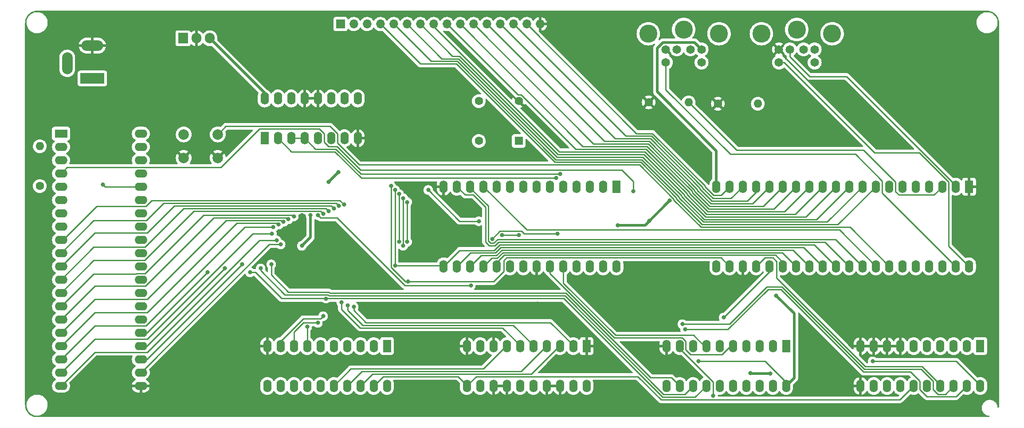
<source format=gbr>
%TF.GenerationSoftware,KiCad,Pcbnew,(6.0.5)*%
%TF.CreationDate,2022-09-15T01:10:35+02:00*%
%TF.ProjectId,65816 computer,36353831-3620-4636-9f6d-70757465722e,rev?*%
%TF.SameCoordinates,Original*%
%TF.FileFunction,Copper,L2,Bot*%
%TF.FilePolarity,Positive*%
%FSLAX46Y46*%
G04 Gerber Fmt 4.6, Leading zero omitted, Abs format (unit mm)*
G04 Created by KiCad (PCBNEW (6.0.5)) date 2022-09-15 01:10:35*
%MOMM*%
%LPD*%
G01*
G04 APERTURE LIST*
%TA.AperFunction,ComponentPad*%
%ADD10R,1.600000X2.400000*%
%TD*%
%TA.AperFunction,ComponentPad*%
%ADD11O,1.600000X2.400000*%
%TD*%
%TA.AperFunction,ComponentPad*%
%ADD12R,4.600000X2.000000*%
%TD*%
%TA.AperFunction,ComponentPad*%
%ADD13O,4.200000X2.000000*%
%TD*%
%TA.AperFunction,ComponentPad*%
%ADD14O,2.000000X4.200000*%
%TD*%
%TA.AperFunction,ComponentPad*%
%ADD15C,2.000000*%
%TD*%
%TA.AperFunction,ComponentPad*%
%ADD16C,1.600000*%
%TD*%
%TA.AperFunction,ComponentPad*%
%ADD17O,1.600000X1.600000*%
%TD*%
%TA.AperFunction,ComponentPad*%
%ADD18R,2.400000X1.600000*%
%TD*%
%TA.AperFunction,ComponentPad*%
%ADD19O,2.400000X1.600000*%
%TD*%
%TA.AperFunction,ComponentPad*%
%ADD20R,1.600000X1.600000*%
%TD*%
%TA.AperFunction,ComponentPad*%
%ADD21C,1.650000*%
%TD*%
%TA.AperFunction,ComponentPad*%
%ADD22C,3.450000*%
%TD*%
%TA.AperFunction,ComponentPad*%
%ADD23R,1.700000X1.700000*%
%TD*%
%TA.AperFunction,ComponentPad*%
%ADD24O,1.700000X1.700000*%
%TD*%
%TA.AperFunction,ComponentPad*%
%ADD25R,1.905000X2.000000*%
%TD*%
%TA.AperFunction,ComponentPad*%
%ADD26O,1.905000X2.000000*%
%TD*%
%TA.AperFunction,ViaPad*%
%ADD27C,0.800000*%
%TD*%
%TA.AperFunction,Conductor*%
%ADD28C,0.500000*%
%TD*%
%TA.AperFunction,Conductor*%
%ADD29C,0.250000*%
%TD*%
G04 APERTURE END LIST*
D10*
%TO.P,U10,1,~{Mr}*%
%TO.N,+5V*%
X71882000Y-67564000D03*
D11*
%TO.P,U10,2,Q0*%
%TO.N,CLK*%
X74422000Y-67564000D03*
%TO.P,U10,3,~{Q0}*%
%TO.N,~{CLK}*%
X76962000Y-67564000D03*
%TO.P,U10,4,D0*%
X79502000Y-67564000D03*
%TO.P,U10,5,D1*%
%TO.N,GNDD*%
X82042000Y-67564000D03*
%TO.P,U10,6,~{Q1}*%
%TO.N,unconnected-(U10-Pad6)*%
X84582000Y-67564000D03*
%TO.P,U10,7,Q1*%
%TO.N,unconnected-(U10-Pad7)*%
X87122000Y-67564000D03*
%TO.P,U10,8,GND*%
%TO.N,GNDD*%
X89662000Y-67564000D03*
%TO.P,U10,9,Cp*%
%TO.N,/CLK\u002A2*%
X89662000Y-59944000D03*
%TO.P,U10,10,Q2*%
%TO.N,unconnected-(U10-Pad10)*%
X87122000Y-59944000D03*
%TO.P,U10,11,~{Q2}*%
%TO.N,unconnected-(U10-Pad11)*%
X84582000Y-59944000D03*
%TO.P,U10,12,D2*%
%TO.N,GNDD*%
X82042000Y-59944000D03*
%TO.P,U10,13,D3*%
X79502000Y-59944000D03*
%TO.P,U10,14,~{Q3}*%
%TO.N,unconnected-(U10-Pad14)*%
X76962000Y-59944000D03*
%TO.P,U10,15,Q3*%
%TO.N,unconnected-(U10-Pad15)*%
X74422000Y-59944000D03*
%TO.P,U10,16,VCC*%
%TO.N,+5V*%
X71882000Y-59944000D03*
%TD*%
D12*
%TO.P,J1,1*%
%TO.N,+9V*%
X39004000Y-56134000D03*
D13*
%TO.P,J1,2*%
%TO.N,GNDD*%
X39004000Y-49834000D03*
D14*
%TO.P,J1,MP,MountPin*%
%TO.N,unconnected-(J1-PadMP)*%
X34204000Y-53234000D03*
%TD*%
D15*
%TO.P,SW1,1,1*%
%TO.N,/RESB*%
X56440000Y-66838000D03*
X62940000Y-66838000D03*
%TO.P,SW1,2,2*%
%TO.N,GNDD*%
X56440000Y-71338000D03*
X62940000Y-71338000D03*
%TD*%
D10*
%TO.P,U4,1,OE*%
%TO.N,GNDD*%
X133345000Y-107325000D03*
D11*
%TO.P,U4,2,O0*%
%TO.N,/A16*%
X130805000Y-107325000D03*
%TO.P,U4,3,D0*%
%TO.N,/CPU_D0*%
X128265000Y-107325000D03*
%TO.P,U4,4,D1*%
%TO.N,/CPU_D1*%
X125725000Y-107325000D03*
%TO.P,U4,5,O1*%
%TO.N,/A17*%
X123185000Y-107325000D03*
%TO.P,U4,6,O2*%
%TO.N,/A18*%
X120645000Y-107325000D03*
%TO.P,U4,7,D2*%
%TO.N,/CPU_D2*%
X118105000Y-107325000D03*
%TO.P,U4,8,D3*%
%TO.N,GNDD*%
X115565000Y-107325000D03*
%TO.P,U4,9,O3*%
%TO.N,unconnected-(U4-Pad9)*%
X113025000Y-107325000D03*
%TO.P,U4,10,GND*%
%TO.N,GNDD*%
X110485000Y-107325000D03*
%TO.P,U4,11,LE*%
%TO.N,BANK_LATCH_CLK*%
X110485000Y-114945000D03*
%TO.P,U4,12,O4*%
%TO.N,unconnected-(U4-Pad12)*%
X113025000Y-114945000D03*
%TO.P,U4,13,D4*%
%TO.N,GNDD*%
X115565000Y-114945000D03*
%TO.P,U4,14,D5*%
X118105000Y-114945000D03*
%TO.P,U4,15,O5*%
%TO.N,unconnected-(U4-Pad15)*%
X120645000Y-114945000D03*
%TO.P,U4,16,O6*%
%TO.N,unconnected-(U4-Pad16)*%
X123185000Y-114945000D03*
%TO.P,U4,17,D6*%
%TO.N,GNDD*%
X125725000Y-114945000D03*
%TO.P,U4,18,D7*%
X128265000Y-114945000D03*
%TO.P,U4,19,O7*%
%TO.N,unconnected-(U4-Pad19)*%
X130805000Y-114945000D03*
%TO.P,U4,20,VCC*%
%TO.N,+5V*%
X133345000Y-114945000D03*
%TD*%
D16*
%TO.P,R2,1*%
%TO.N,GNDD*%
X158422559Y-60960000D03*
D17*
%TO.P,R2,2*%
%TO.N,/KEYBOARD_DATA*%
X166042559Y-60960000D03*
%TD*%
D10*
%TO.P,U8,1,A->B*%
%TO.N,/RWB*%
X95245000Y-107325000D03*
D11*
%TO.P,U8,2,A0*%
%TO.N,/D0*%
X92705000Y-107325000D03*
%TO.P,U8,3,A1*%
%TO.N,/D1*%
X90165000Y-107325000D03*
%TO.P,U8,4,A2*%
%TO.N,/D2*%
X87625000Y-107325000D03*
%TO.P,U8,5,A3*%
%TO.N,/D3*%
X85085000Y-107325000D03*
%TO.P,U8,6,A4*%
%TO.N,/D4*%
X82545000Y-107325000D03*
%TO.P,U8,7,A5*%
%TO.N,/D5*%
X80005000Y-107325000D03*
%TO.P,U8,8,A6*%
%TO.N,/D6*%
X77465000Y-107325000D03*
%TO.P,U8,9,A7*%
%TO.N,/D7*%
X74925000Y-107325000D03*
%TO.P,U8,10,GND*%
%TO.N,GNDD*%
X72385000Y-107325000D03*
%TO.P,U8,11,B7*%
%TO.N,/CPU_D7*%
X72385000Y-114945000D03*
%TO.P,U8,12,B6*%
%TO.N,/CPU_D6*%
X74925000Y-114945000D03*
%TO.P,U8,13,B5*%
%TO.N,/CPU_D5*%
X77465000Y-114945000D03*
%TO.P,U8,14,B4*%
%TO.N,/CPU_D4*%
X80005000Y-114945000D03*
%TO.P,U8,15,B3*%
%TO.N,/CPU_D3*%
X82545000Y-114945000D03*
%TO.P,U8,16,B2*%
%TO.N,/CPU_D2*%
X85085000Y-114945000D03*
%TO.P,U8,17,B1*%
%TO.N,/CPU_D1*%
X87625000Y-114945000D03*
%TO.P,U8,18,B0*%
%TO.N,/CPU_D0*%
X90165000Y-114945000D03*
%TO.P,U8,19,CE*%
%TO.N,BANK_LATCH_CLK*%
X92705000Y-114945000D03*
%TO.P,U8,20,VCC*%
%TO.N,+5V*%
X95245000Y-114945000D03*
%TD*%
D10*
%TO.P,U12,1,I/CLK*%
%TO.N,CLK*%
X208502480Y-107325000D03*
D11*
%TO.P,U12,2,I1*%
%TO.N,/X*%
X205962480Y-107325000D03*
%TO.P,U12,3,I2*%
%TO.N,/Y*%
X203422480Y-107325000D03*
%TO.P,U12,4,PD/I3*%
%TO.N,/Z*%
X200882480Y-107325000D03*
%TO.P,U12,5,I4*%
%TO.N,/VALID*%
X198342480Y-107325000D03*
%TO.P,U12,6,I5*%
%TO.N,~{CLK}*%
X195802480Y-107325000D03*
%TO.P,U12,7,I6*%
%TO.N,GNDD*%
X193262480Y-107325000D03*
%TO.P,U12,8,I7*%
X190722480Y-107325000D03*
%TO.P,U12,9,I8*%
X188182480Y-107325000D03*
%TO.P,U12,10,GND*%
X185642480Y-107325000D03*
%TO.P,U12,11,I9/~{OE}*%
X185642480Y-114945000D03*
%TO.P,U12,12,I/O8*%
%TO.N,unconnected-(U12-Pad12)*%
X188182480Y-114945000D03*
%TO.P,U12,13,I/O7*%
%TO.N,unconnected-(U12-Pad13)*%
X190722480Y-114945000D03*
%TO.P,U12,14,I/O6*%
%TO.N,unconnected-(U12-Pad14)*%
X193262480Y-114945000D03*
%TO.P,U12,15,I/O5*%
%TO.N,BANK_LATCH_CLK*%
X195802480Y-114945000D03*
%TO.P,U12,16,I/O4*%
%TO.N,RDY*%
X198342480Y-114945000D03*
%TO.P,U12,17,I/03*%
%TO.N,IO*%
X200882480Y-114945000D03*
%TO.P,U12,18,I/O2*%
%TO.N,~{ROM}*%
X203422480Y-114945000D03*
%TO.P,U12,19,I/O1*%
%TO.N,~{RAM}*%
X205962480Y-114945000D03*
%TO.P,U12,20,VCC*%
%TO.N,+5V*%
X208502480Y-114945000D03*
%TD*%
D18*
%TO.P,U6,1,~{VP}*%
%TO.N,unconnected-(U6-Pad1)*%
X33015000Y-66680000D03*
D19*
%TO.P,U6,2,RDY*%
%TO.N,Net-(R3-Pad2)*%
X33015000Y-69220000D03*
%TO.P,U6,3,~{ABORT}*%
%TO.N,+5V*%
X33015000Y-71760000D03*
%TO.P,U6,4,~{IRQ}*%
%TO.N,/IRQB*%
X33015000Y-74300000D03*
%TO.P,U6,5,~{ML}*%
%TO.N,unconnected-(U6-Pad5)*%
X33015000Y-76840000D03*
%TO.P,U6,6,~{NMI}*%
%TO.N,+5V*%
X33015000Y-79380000D03*
%TO.P,U6,7,VPA*%
%TO.N,VPA*%
X33015000Y-81920000D03*
%TO.P,U6,8,VDD*%
%TO.N,+5V*%
X33015000Y-84460000D03*
%TO.P,U6,9,A0*%
%TO.N,/A0*%
X33015000Y-87000000D03*
%TO.P,U6,10,A1*%
%TO.N,/A1*%
X33015000Y-89540000D03*
%TO.P,U6,11,A2*%
%TO.N,/A2*%
X33015000Y-92080000D03*
%TO.P,U6,12,A3*%
%TO.N,/A3*%
X33015000Y-94620000D03*
%TO.P,U6,13,A4*%
%TO.N,/A4*%
X33015000Y-97160000D03*
%TO.P,U6,14,A5*%
%TO.N,/A5*%
X33015000Y-99700000D03*
%TO.P,U6,15,A6*%
%TO.N,/A6*%
X33015000Y-102240000D03*
%TO.P,U6,16,A7*%
%TO.N,/A7*%
X33015000Y-104780000D03*
%TO.P,U6,17,A8*%
%TO.N,/A8*%
X33015000Y-107320000D03*
%TO.P,U6,18,A9*%
%TO.N,/A9*%
X33015000Y-109860000D03*
%TO.P,U6,19,A10*%
%TO.N,/A10*%
X33015000Y-112400000D03*
%TO.P,U6,20,A11*%
%TO.N,/A11*%
X33015000Y-114940000D03*
%TO.P,U6,21,VSS*%
%TO.N,GNDD*%
X48255000Y-114940000D03*
%TO.P,U6,22,A12*%
%TO.N,/A12*%
X48255000Y-112400000D03*
%TO.P,U6,23,A13*%
%TO.N,/A13*%
X48255000Y-109860000D03*
%TO.P,U6,24,A14*%
%TO.N,/A14*%
X48255000Y-107320000D03*
%TO.P,U6,25,A15*%
%TO.N,/A15*%
X48255000Y-104780000D03*
%TO.P,U6,26,D7*%
%TO.N,/CPU_D7*%
X48255000Y-102240000D03*
%TO.P,U6,27,D6*%
%TO.N,/CPU_D6*%
X48255000Y-99700000D03*
%TO.P,U6,28,D5*%
%TO.N,/CPU_D5*%
X48255000Y-97160000D03*
%TO.P,U6,29,D4*%
%TO.N,/CPU_D4*%
X48255000Y-94620000D03*
%TO.P,U6,30,D3*%
%TO.N,/CPU_D3*%
X48255000Y-92080000D03*
%TO.P,U6,31,D2*%
%TO.N,/CPU_D2*%
X48255000Y-89540000D03*
%TO.P,U6,32,D1*%
%TO.N,/CPU_D1*%
X48255000Y-87000000D03*
%TO.P,U6,33,D0*%
%TO.N,/CPU_D0*%
X48255000Y-84460000D03*
%TO.P,U6,34,R/~{W}*%
%TO.N,/RWB*%
X48255000Y-81920000D03*
%TO.P,U6,35,E*%
%TO.N,unconnected-(U6-Pad35)*%
X48255000Y-79380000D03*
%TO.P,U6,36,BE*%
%TO.N,+5V*%
X48255000Y-76840000D03*
%TO.P,U6,37,\u03D50*%
%TO.N,CLK*%
X48255000Y-74300000D03*
%TO.P,U6,38,MX*%
%TO.N,unconnected-(U6-Pad38)*%
X48255000Y-71760000D03*
%TO.P,U6,39,VDA*%
%TO.N,VDA*%
X48255000Y-69220000D03*
%TO.P,U6,40,~{RES}*%
%TO.N,/RESB*%
X48255000Y-66680000D03*
%TD*%
D10*
%TO.P,U7,1,VSS*%
%TO.N,GNDD*%
X206370000Y-76830000D03*
D11*
%TO.P,U7,2,PA0*%
%TO.N,/KEYBOARD_DATA*%
X203830000Y-76830000D03*
%TO.P,U7,3,PA1*%
%TO.N,/MOUSE_DATA*%
X201290000Y-76830000D03*
%TO.P,U7,4,PA2*%
%TO.N,/uSD_CS_5V*%
X198750000Y-76830000D03*
%TO.P,U7,5,PA3*%
%TO.N,/uSD_MOSI_5V*%
X196210000Y-76830000D03*
%TO.P,U7,6,PA4*%
%TO.N,/uSD_CLK_5V*%
X193670000Y-76830000D03*
%TO.P,U7,7,PA5*%
%TO.N,/uSD_MISO_5V*%
X191130000Y-76830000D03*
%TO.P,U7,8,PA6*%
%TO.N,/PA6*%
X188590000Y-76830000D03*
%TO.P,U7,9,PA7*%
%TO.N,/PA7*%
X186050000Y-76830000D03*
%TO.P,U7,10,PB0*%
%TO.N,/PB0*%
X183510000Y-76830000D03*
%TO.P,U7,11,PB1*%
%TO.N,/PB1*%
X180970000Y-76830000D03*
%TO.P,U7,12,PB2*%
%TO.N,/PB2*%
X178430000Y-76830000D03*
%TO.P,U7,13,PB3*%
%TO.N,/PB3*%
X175890000Y-76830000D03*
%TO.P,U7,14,PB4*%
%TO.N,/PB4*%
X173350000Y-76830000D03*
%TO.P,U7,15,PB5*%
%TO.N,/PB5*%
X170810000Y-76830000D03*
%TO.P,U7,16,PB6*%
%TO.N,/PB6*%
X168270000Y-76830000D03*
%TO.P,U7,17,PB7*%
%TO.N,/PB7*%
X165730000Y-76830000D03*
%TO.P,U7,18,CB1*%
%TO.N,/CB1*%
X163190000Y-76830000D03*
%TO.P,U7,19,CB2*%
%TO.N,/CB2*%
X160650000Y-76830000D03*
%TO.P,U7,20,VCC*%
%TO.N,+5V*%
X158110000Y-76830000D03*
%TO.P,U7,21,~{IRQ}*%
%TO.N,/IRQB*%
X158110000Y-92070000D03*
%TO.P,U7,22,R/~{W}*%
%TO.N,/RWB*%
X160650000Y-92070000D03*
%TO.P,U7,23,~{CS2}*%
%TO.N,GNDD*%
X163190000Y-92070000D03*
%TO.P,U7,24,CS1*%
%TO.N,IO*%
X165730000Y-92070000D03*
%TO.P,U7,25,\u03D52*%
%TO.N,CLK*%
X168270000Y-92070000D03*
%TO.P,U7,26,D7*%
%TO.N,/D7*%
X170810000Y-92070000D03*
%TO.P,U7,27,D6*%
%TO.N,/D6*%
X173350000Y-92070000D03*
%TO.P,U7,28,D5*%
%TO.N,/D5*%
X175890000Y-92070000D03*
%TO.P,U7,29,D4*%
%TO.N,/D4*%
X178430000Y-92070000D03*
%TO.P,U7,30,D3*%
%TO.N,/D3*%
X180970000Y-92070000D03*
%TO.P,U7,31,D2*%
%TO.N,/D2*%
X183510000Y-92070000D03*
%TO.P,U7,32,D1*%
%TO.N,/D1*%
X186050000Y-92070000D03*
%TO.P,U7,33,D0*%
%TO.N,/D0*%
X188590000Y-92070000D03*
%TO.P,U7,34,~{RES}*%
%TO.N,/RESB*%
X191130000Y-92070000D03*
%TO.P,U7,35,RS3*%
%TO.N,/A3*%
X193670000Y-92070000D03*
%TO.P,U7,36,RS2*%
%TO.N,/A2*%
X196210000Y-92070000D03*
%TO.P,U7,37,RS1*%
%TO.N,/A1*%
X198750000Y-92070000D03*
%TO.P,U7,38,RS0*%
%TO.N,/A0*%
X201290000Y-92070000D03*
%TO.P,U7,39,CA2*%
%TO.N,/MOUSE_CLOCK*%
X203830000Y-92070000D03*
%TO.P,U7,40,CA1*%
%TO.N,/KEYBOARD_CLOCK*%
X206370000Y-92070000D03*
%TD*%
D20*
%TO.P,X1,1,Tri-State*%
%TO.N,+5V*%
X120396000Y-68072000D03*
D16*
%TO.P,X1,4,GND*%
%TO.N,GNDD*%
X120396000Y-60452000D03*
%TO.P,X1,5,OUT*%
%TO.N,/CLK\u002A2*%
X112776000Y-60452000D03*
%TO.P,X1,8,VDD*%
%TO.N,+5V*%
X112776000Y-68072000D03*
%TD*%
D21*
%TO.P,J2,1*%
%TO.N,/KEYBOARD_DATA*%
X172182000Y-50564000D03*
%TO.P,J2,2*%
%TO.N,unconnected-(J2-Pad2)*%
X174782000Y-50564000D03*
%TO.P,J2,3*%
%TO.N,GNDD*%
X170082000Y-50564000D03*
%TO.P,J2,5*%
%TO.N,+5V*%
X176882000Y-50564000D03*
%TO.P,J2,6*%
%TO.N,/KEYBOARD_CLOCK*%
X170082000Y-53064000D03*
%TO.P,J2,8*%
%TO.N,unconnected-(J2-Pad8)*%
X176882000Y-53064000D03*
D22*
%TO.P,J2,MH1*%
%TO.N,N/C*%
X166732000Y-47564000D03*
%TO.P,J2,MH2*%
X173482000Y-46764000D03*
%TO.P,J2,MH3*%
X180232000Y-47564000D03*
%TD*%
D23*
%TO.P,J5,1,Pin_1*%
%TO.N,+9V*%
X86360000Y-45720000D03*
D24*
%TO.P,J5,2,Pin_2*%
%TO.N,+5V*%
X88900000Y-45720000D03*
%TO.P,J5,3,Pin_3*%
%TO.N,+3V3*%
X91440000Y-45720000D03*
%TO.P,J5,4,Pin_4*%
%TO.N,/PA6*%
X93980000Y-45720000D03*
%TO.P,J5,5,Pin_5*%
%TO.N,/PA7*%
X96520000Y-45720000D03*
%TO.P,J5,6,Pin_6*%
%TO.N,/PB0*%
X99060000Y-45720000D03*
%TO.P,J5,7,Pin_7*%
%TO.N,/PB1*%
X101600000Y-45720000D03*
%TO.P,J5,8,Pin_8*%
%TO.N,/PB2*%
X104140000Y-45720000D03*
%TO.P,J5,9,Pin_9*%
%TO.N,/PB3*%
X106680000Y-45720000D03*
%TO.P,J5,10,Pin_10*%
%TO.N,/PB4*%
X109220000Y-45720000D03*
%TO.P,J5,11,Pin_11*%
%TO.N,/PB5*%
X111760000Y-45720000D03*
%TO.P,J5,12,Pin_12*%
%TO.N,/PB6*%
X114300000Y-45720000D03*
%TO.P,J5,13,Pin_13*%
%TO.N,/PB7*%
X116840000Y-45720000D03*
%TO.P,J5,14,Pin_14*%
%TO.N,/CB1*%
X119380000Y-45720000D03*
%TO.P,J5,15,Pin_15*%
%TO.N,/CB2*%
X121920000Y-45720000D03*
%TO.P,J5,16,Pin_16*%
%TO.N,GNDD*%
X124460000Y-45720000D03*
%TD*%
D10*
%TO.P,U11,1*%
%TO.N,N/C*%
X139065000Y-76835000D03*
D11*
%TO.P,U11,2,A12*%
%TO.N,/A12*%
X136525000Y-76835000D03*
%TO.P,U11,3,A7*%
%TO.N,/A7*%
X133985000Y-76835000D03*
%TO.P,U11,4,A6*%
%TO.N,/A6*%
X131445000Y-76835000D03*
%TO.P,U11,5,A5*%
%TO.N,/A5*%
X128905000Y-76835000D03*
%TO.P,U11,6,A4*%
%TO.N,/A4*%
X126365000Y-76835000D03*
%TO.P,U11,7,A3*%
%TO.N,/A3*%
X123825000Y-76835000D03*
%TO.P,U11,8,A2*%
%TO.N,/A2*%
X121285000Y-76835000D03*
%TO.P,U11,9,A1*%
%TO.N,/A1*%
X118745000Y-76835000D03*
%TO.P,U11,10,A0*%
%TO.N,/A0*%
X116205000Y-76835000D03*
%TO.P,U11,11,D0*%
%TO.N,/D0*%
X113665000Y-76835000D03*
%TO.P,U11,12,D1*%
%TO.N,/D1*%
X111125000Y-76835000D03*
%TO.P,U11,13,D2*%
%TO.N,/D2*%
X108585000Y-76835000D03*
%TO.P,U11,14,GND*%
%TO.N,GNDD*%
X106045000Y-76835000D03*
%TO.P,U11,15,D3*%
%TO.N,/D3*%
X106045000Y-92075000D03*
%TO.P,U11,16,D4*%
%TO.N,/D4*%
X108585000Y-92075000D03*
%TO.P,U11,17,D5*%
%TO.N,/D5*%
X111125000Y-92075000D03*
%TO.P,U11,18,D6*%
%TO.N,/D6*%
X113665000Y-92075000D03*
%TO.P,U11,19,D7*%
%TO.N,/D7*%
X116205000Y-92075000D03*
%TO.P,U11,20,~{CS}*%
%TO.N,~{ROM}*%
X118745000Y-92075000D03*
%TO.P,U11,21,A10*%
%TO.N,/A10*%
X121285000Y-92075000D03*
%TO.P,U11,22,~{OE}*%
%TO.N,GNDD*%
X123825000Y-92075000D03*
%TO.P,U11,23,A11*%
%TO.N,/A11*%
X126365000Y-92075000D03*
%TO.P,U11,24,A9*%
%TO.N,/A9*%
X128905000Y-92075000D03*
%TO.P,U11,25,A8*%
%TO.N,/A8*%
X131445000Y-92075000D03*
%TO.P,U11,26*%
%TO.N,N/C*%
X133985000Y-92075000D03*
%TO.P,U11,27,~{WE}*%
%TO.N,+5V*%
X136525000Y-92075000D03*
%TO.P,U11,28,VCC*%
X139065000Y-92075000D03*
%TD*%
D10*
%TO.P,U13,1,I/CLK*%
%TO.N,/A18*%
X171445000Y-107325000D03*
D11*
%TO.P,U13,2,I1*%
%TO.N,/A17*%
X168905000Y-107325000D03*
%TO.P,U13,3,I2*%
%TO.N,/A16*%
X166365000Y-107325000D03*
%TO.P,U13,4,PD/I3*%
%TO.N,/A12*%
X163825000Y-107325000D03*
%TO.P,U13,5,I4*%
%TO.N,/A11*%
X161285000Y-107325000D03*
%TO.P,U13,6,I5*%
%TO.N,/A10*%
X158745000Y-107325000D03*
%TO.P,U13,7,I6*%
%TO.N,/A9*%
X156205000Y-107325000D03*
%TO.P,U13,8,I7*%
%TO.N,/A8*%
X153665000Y-107325000D03*
%TO.P,U13,9,I8*%
%TO.N,VPA*%
X151125000Y-107325000D03*
%TO.P,U13,10,GND*%
%TO.N,GNDD*%
X148585000Y-107325000D03*
%TO.P,U13,11,I9/~{OE}*%
%TO.N,VDA*%
X148585000Y-114945000D03*
%TO.P,U13,12,I/O8*%
%TO.N,/A13*%
X151125000Y-114945000D03*
%TO.P,U13,13,I/O7*%
%TO.N,/A14*%
X153665000Y-114945000D03*
%TO.P,U13,14,I/O6*%
%TO.N,/A15*%
X156205000Y-114945000D03*
%TO.P,U13,15,I/O5*%
%TO.N,unconnected-(U13-Pad15)*%
X158745000Y-114945000D03*
%TO.P,U13,16,I/O4*%
%TO.N,/VALID*%
X161285000Y-114945000D03*
%TO.P,U13,17,I/03*%
%TO.N,/Z*%
X163825000Y-114945000D03*
%TO.P,U13,18,I/O2*%
%TO.N,/Y*%
X166365000Y-114945000D03*
%TO.P,U13,19,I/O1*%
%TO.N,/X*%
X168905000Y-114945000D03*
%TO.P,U13,20,VCC*%
%TO.N,+5V*%
X171445000Y-114945000D03*
%TD*%
D16*
%TO.P,R1,1*%
%TO.N,GNDD*%
X145214559Y-60688978D03*
D17*
%TO.P,R1,2*%
%TO.N,/MOUSE_DATA*%
X152834559Y-60688978D03*
%TD*%
D21*
%TO.P,J3,1*%
%TO.N,/MOUSE_DATA*%
X150592000Y-50564000D03*
%TO.P,J3,2*%
%TO.N,unconnected-(J3-Pad2)*%
X153192000Y-50564000D03*
%TO.P,J3,3*%
%TO.N,GNDD*%
X148492000Y-50564000D03*
%TO.P,J3,5*%
%TO.N,+5V*%
X155292000Y-50564000D03*
%TO.P,J3,6*%
%TO.N,/MOUSE_CLOCK*%
X148492000Y-53064000D03*
%TO.P,J3,8*%
%TO.N,unconnected-(J3-Pad8)*%
X155292000Y-53064000D03*
D22*
%TO.P,J3,MH1*%
%TO.N,N/C*%
X145142000Y-47564000D03*
%TO.P,J3,MH2*%
X151892000Y-46764000D03*
%TO.P,J3,MH3*%
X158642000Y-47564000D03*
%TD*%
D16*
%TO.P,R3,1*%
%TO.N,RDY*%
X28956000Y-76708000D03*
D17*
%TO.P,R3,2*%
%TO.N,Net-(R3-Pad2)*%
X28956000Y-69088000D03*
%TD*%
D25*
%TO.P,U1,1,VI*%
%TO.N,+9V*%
X56314559Y-48443000D03*
D26*
%TO.P,U1,2,GND*%
%TO.N,GNDD*%
X58854559Y-48443000D03*
%TO.P,U1,3,VO*%
%TO.N,+5V*%
X61394559Y-48443000D03*
%TD*%
D27*
%TO.N,GNDD*%
X178181000Y-100838000D03*
X100711000Y-71374000D03*
X100711000Y-76454000D03*
X115570000Y-62484000D03*
X175514000Y-103505000D03*
X123952000Y-99187000D03*
X90424000Y-100330000D03*
X139065000Y-103251000D03*
X187452000Y-63500000D03*
X131953000Y-103251000D03*
X78994000Y-82283060D03*
X87884000Y-103124000D03*
X82296000Y-88138000D03*
X90424000Y-96012000D03*
X82042000Y-64274500D03*
X198755511Y-50800000D03*
X169164000Y-66675000D03*
X123952000Y-96139000D03*
%TO.N,+5V*%
X145351500Y-83375500D03*
X84074000Y-75946000D03*
X154686000Y-110236000D03*
X164592000Y-112534500D03*
X112776000Y-83439000D03*
X149225000Y-79502000D03*
X80645000Y-82283080D03*
X85963083Y-74056917D03*
X168441655Y-112561655D03*
X78994000Y-88138000D03*
X187960000Y-110236000D03*
X169545000Y-97663000D03*
X103124000Y-77461969D03*
X41021000Y-76454000D03*
X139319000Y-84201000D03*
%TO.N,CLK*%
X159507701Y-101858299D03*
X127508000Y-75184000D03*
%TO.N,/A18*%
X86546994Y-98976520D03*
%TO.N,/A17*%
X87761479Y-99515845D03*
%TO.N,/A16*%
X88900000Y-99822000D03*
%TO.N,/A0*%
X87036643Y-80276297D03*
%TO.N,/A1*%
X86011083Y-80499189D03*
%TO.N,/A2*%
X85105724Y-81030020D03*
%TO.N,/A3*%
X84116490Y-81529540D03*
%TO.N,/A4*%
X83117288Y-82029060D03*
%TO.N,~{RAM}*%
X111252000Y-95758000D03*
X152146000Y-104140000D03*
X82042000Y-82283069D03*
%TO.N,/D0*%
X99110000Y-79785469D03*
X99110000Y-87376000D03*
%TO.N,/D1*%
X98335500Y-79010969D03*
X98335500Y-88138000D03*
%TO.N,/D2*%
X97561000Y-87376000D03*
X97561000Y-78236469D03*
%TO.N,/D3*%
X96786500Y-91948000D03*
X96786500Y-77461969D03*
%TO.N,/A5*%
X77470000Y-82528580D03*
%TO.N,/A6*%
X76438587Y-83070500D03*
%TO.N,/A7*%
X75496244Y-83570020D03*
%TO.N,/A8*%
X74577394Y-84077138D03*
%TO.N,/A9*%
X73542614Y-84594500D03*
%TO.N,/A10*%
X73294762Y-85839500D03*
%TO.N,/A11*%
X117243053Y-86093500D03*
X74168000Y-87109500D03*
X120396000Y-86093500D03*
%TO.N,/A12*%
X74949500Y-87884000D03*
X127762000Y-85851989D03*
X115316000Y-86872020D03*
%TO.N,/A13*%
X73152000Y-91681500D03*
X67564000Y-91694000D03*
%TO.N,/A14*%
X71120000Y-92456000D03*
X64257701Y-92451701D03*
%TO.N,/D5*%
X80010000Y-103644500D03*
%TO.N,/D6*%
X82042000Y-102869989D03*
%TO.N,/D7*%
X83058000Y-101600000D03*
%TO.N,/A15*%
X83601461Y-98252020D03*
X69088000Y-93230500D03*
X60960000Y-93218000D03*
%TO.N,VPA*%
X157480000Y-116819020D03*
%TO.N,~{CLK}*%
X128270000Y-74409500D03*
%TO.N,~{ROM}*%
X151638000Y-103124000D03*
%TO.N,/RWB*%
X96012000Y-76687469D03*
X99298082Y-94980083D03*
%TO.N,/IRQB*%
X142240000Y-77724000D03*
%TD*%
D28*
%TO.N,+5V*%
X158110000Y-76830000D02*
X158110000Y-69972000D01*
D29*
X41407000Y-76840000D02*
X41021000Y-76454000D01*
X187960000Y-110236000D02*
X203935480Y-110236000D01*
X203935480Y-110236000D02*
X208502480Y-114803000D01*
X171445000Y-114295000D02*
X171445000Y-114945000D01*
D28*
X169545000Y-97663000D02*
X172974000Y-101092000D01*
X172974000Y-113416000D02*
X171445000Y-114945000D01*
D29*
X109101031Y-83439000D02*
X112776000Y-83439000D01*
D28*
X158110000Y-69972000D02*
X146812000Y-58674000D01*
X149225000Y-79502000D02*
X144526000Y-84201000D01*
X146812000Y-50370857D02*
X147943368Y-49239489D01*
D29*
X48255000Y-76840000D02*
X41407000Y-76840000D01*
X208502480Y-114803000D02*
X208502480Y-114945000D01*
X167386000Y-110236000D02*
X171445000Y-114295000D01*
X154686000Y-110236000D02*
X167386000Y-110236000D01*
D28*
X71882000Y-58930441D02*
X61394559Y-48443000D01*
X153967489Y-49239489D02*
X155292000Y-50564000D01*
X80645000Y-86487000D02*
X80645000Y-82283080D01*
X168441655Y-112561655D02*
X164619155Y-112561655D01*
X84074000Y-75946000D02*
X85963083Y-74056917D01*
X164619155Y-112561655D02*
X164592000Y-112534500D01*
X144526000Y-84201000D02*
X139319000Y-84201000D01*
X146812000Y-58674000D02*
X146812000Y-50370857D01*
X147943368Y-49239489D02*
X153967489Y-49239489D01*
X172974000Y-101092000D02*
X172974000Y-113416000D01*
D29*
X103124000Y-77461969D02*
X109101031Y-83439000D01*
D28*
X78994000Y-88138000D02*
X80645000Y-86487000D01*
X71882000Y-59944000D02*
X71882000Y-58930441D01*
D29*
%TO.N,/KEYBOARD_DATA*%
X175935581Y-55752489D02*
X183006489Y-55752489D01*
X175935581Y-55752489D02*
X172182000Y-51998908D01*
X183006489Y-55752489D02*
X203830000Y-76576000D01*
X172182000Y-51998908D02*
X172182000Y-50564000D01*
X203830000Y-76576000D02*
X203830000Y-76830000D01*
%TO.N,/KEYBOARD_CLOCK*%
X188353581Y-70358000D02*
X171059581Y-53064000D01*
X206370000Y-92070000D02*
X202464520Y-88164520D01*
X196879022Y-70358000D02*
X188353581Y-70358000D01*
X171059581Y-53064000D02*
X170082000Y-53064000D01*
X202464520Y-88164520D02*
X202464520Y-75943498D01*
X202464520Y-75943498D02*
X196879022Y-70358000D01*
%TO.N,/MOUSE_DATA*%
X199715480Y-78404520D02*
X192958520Y-78404520D01*
X192958520Y-78404520D02*
X192304520Y-77750520D01*
X192304520Y-77750520D02*
X192304520Y-75943498D01*
X201290000Y-76830000D02*
X199715480Y-78404520D01*
X192304520Y-75943498D02*
X186219502Y-69858480D01*
X162004061Y-69858480D02*
X152834559Y-60688978D01*
X186219502Y-69858480D02*
X162004061Y-69858480D01*
%TO.N,/MOUSE_CLOCK*%
X189764520Y-75718520D02*
X184658000Y-70612000D01*
X148492000Y-58322000D02*
X148492000Y-53064000D01*
X189764520Y-78004520D02*
X189764520Y-75718520D01*
X160782000Y-70612000D02*
X148492000Y-58322000D01*
X203830000Y-92070000D02*
X189764520Y-78004520D01*
X184658000Y-70612000D02*
X160782000Y-70612000D01*
%TO.N,CLK*%
X90336716Y-75184000D02*
X127508000Y-75184000D01*
X160782000Y-100584000D02*
X168270000Y-93096000D01*
X76995560Y-70137560D02*
X85290276Y-70137560D01*
X159507701Y-101858299D02*
X160782000Y-100584000D01*
X168270000Y-93096000D02*
X168270000Y-92070000D01*
X85290276Y-70137560D02*
X90336716Y-75184000D01*
X74422000Y-67564000D02*
X76995560Y-70137560D01*
%TO.N,/CPU_D0*%
X92452949Y-112657051D02*
X90165000Y-114945000D01*
X128260000Y-107198000D02*
X122800949Y-112657051D01*
X122800949Y-112657051D02*
X92452949Y-112657051D01*
%TO.N,/CPU_D1*%
X125730000Y-107254000D02*
X120826469Y-112157531D01*
X120826469Y-112157531D02*
X90412469Y-112157531D01*
X90412469Y-112157531D02*
X87625000Y-114945000D01*
%TO.N,/CPU_D2*%
X88371989Y-111658011D02*
X113649989Y-111658011D01*
X113649989Y-111658011D02*
X118110000Y-107198000D01*
X85085000Y-114945000D02*
X88371989Y-111658011D01*
%TO.N,BANK_LATCH_CLK*%
X94493429Y-113156571D02*
X108838571Y-113156571D01*
X92705000Y-114945000D02*
X94493429Y-113156571D01*
X147565520Y-117593520D02*
X193153960Y-117593520D01*
X143128570Y-113156570D02*
X147565520Y-117593520D01*
X193153960Y-117593520D02*
X195802480Y-114945000D01*
X112273429Y-113156571D02*
X143128570Y-113156570D01*
X110556000Y-114874000D02*
X112273429Y-113156571D01*
X108838571Y-113156571D02*
X110556000Y-114874000D01*
%TO.N,/A18*%
X117271040Y-103819040D02*
X120650000Y-107198000D01*
X86546994Y-100262994D02*
X90103040Y-103819040D01*
X86546994Y-98976520D02*
X86546994Y-100262994D01*
X90103040Y-103819040D02*
X117271040Y-103819040D01*
%TO.N,/A17*%
X119311520Y-103319520D02*
X123190000Y-107198000D01*
X87761479Y-100461479D02*
X90619520Y-103319520D01*
X90619520Y-103319520D02*
X119311520Y-103319520D01*
X87761479Y-99515845D02*
X87761479Y-100461479D01*
%TO.N,/A16*%
X126432000Y-102820000D02*
X130810000Y-107198000D01*
X91236486Y-102820000D02*
X126432000Y-102820000D01*
X88900000Y-99822000D02*
X88900000Y-100483514D01*
X88900000Y-100483514D02*
X91236486Y-102820000D01*
%TO.N,/A0*%
X39841480Y-80554520D02*
X33396000Y-87000000D01*
X86262346Y-79502000D02*
X50292000Y-79502000D01*
X87036643Y-80276297D02*
X86262346Y-79502000D01*
X33396000Y-87000000D02*
X33015000Y-87000000D01*
X50292000Y-79502000D02*
X49239480Y-80554520D01*
X49239480Y-80554520D02*
X39841480Y-80554520D01*
%TO.N,/A1*%
X39269520Y-83285480D02*
X33015000Y-89540000D01*
X49294040Y-83285480D02*
X39269520Y-83285480D01*
X52569520Y-80010000D02*
X49294040Y-83285480D01*
X86011083Y-80499189D02*
X85521894Y-80010000D01*
X85521894Y-80010000D02*
X52569520Y-80010000D01*
%TO.N,/A2*%
X84585224Y-80509520D02*
X85105724Y-81030020D01*
X33015000Y-92080000D02*
X39460480Y-85634520D01*
X49476520Y-85634520D02*
X54601520Y-80509520D01*
X39460480Y-85634520D02*
X49476520Y-85634520D01*
X54601520Y-80509520D02*
X84585224Y-80509520D01*
%TO.N,/A3*%
X33015000Y-94620000D02*
X39269520Y-88365480D01*
X39269520Y-88365480D02*
X49048520Y-88365480D01*
X49048520Y-88365480D02*
X56404960Y-81009040D01*
X83595990Y-81009040D02*
X84116490Y-81529540D01*
X56404960Y-81009040D02*
X83595990Y-81009040D01*
%TO.N,/A4*%
X39269520Y-90905480D02*
X48950542Y-90905480D01*
X33015000Y-97160000D02*
X39269520Y-90905480D01*
X48950542Y-90905480D02*
X58347462Y-81508560D01*
X58347462Y-81508560D02*
X82596788Y-81508560D01*
X82596788Y-81508560D02*
X83117288Y-82029060D01*
%TO.N,~{RAM}*%
X203888441Y-117019039D02*
X198355497Y-117019039D01*
X196977000Y-114058498D02*
X195186502Y-112268000D01*
X205962480Y-114945000D02*
X203888441Y-117019039D01*
X198355497Y-117019039D02*
X196977000Y-115640542D01*
X111252000Y-95758000D02*
X98679000Y-95758000D01*
X186182000Y-112268000D02*
X170425520Y-96511520D01*
X195186502Y-112268000D02*
X186182000Y-112268000D01*
X167973908Y-96511520D02*
X160345428Y-104140000D01*
X82562502Y-82803571D02*
X82042000Y-82283069D01*
X98679000Y-95758000D02*
X85724571Y-82803571D01*
X170425520Y-96511520D02*
X167973908Y-96511520D01*
X196977000Y-115640542D02*
X196977000Y-114058498D01*
X160345428Y-104140000D02*
X152146000Y-104140000D01*
X85724571Y-82803571D02*
X82562502Y-82803571D01*
%TO.N,/D0*%
X188590000Y-92070000D02*
X181597489Y-85077489D01*
X121907489Y-85077489D02*
X113665000Y-76835000D01*
X99110000Y-87376000D02*
X99110000Y-79785469D01*
X181597489Y-85077489D02*
X121907489Y-85077489D01*
%TO.N,/D1*%
X114541489Y-80505489D02*
X111125000Y-77089000D01*
X186050000Y-92070000D02*
X180907363Y-86927363D01*
X115636814Y-87646531D02*
X114995186Y-87646531D01*
X116355982Y-86927363D02*
X115636814Y-87646531D01*
X180907363Y-86927363D02*
X116355982Y-86927363D01*
X114995186Y-87646531D02*
X114541489Y-87192834D01*
X114541489Y-87192834D02*
X114541489Y-80505489D01*
X98335500Y-88138000D02*
X98335500Y-79010969D01*
X111125000Y-77089000D02*
X111125000Y-76835000D01*
%TO.N,/D2*%
X114041969Y-87399741D02*
X114041969Y-80712397D01*
X115843721Y-88146051D02*
X114788279Y-88146051D01*
X111739092Y-78409520D02*
X110159520Y-78409520D01*
X183510000Y-92070000D02*
X178866883Y-87426883D01*
X114041969Y-80712397D02*
X111739092Y-78409520D01*
X116562890Y-87426883D02*
X115843721Y-88146051D01*
X114788279Y-88146051D02*
X114041969Y-87399741D01*
X110159520Y-78409520D02*
X108585000Y-76835000D01*
X178866883Y-87426883D02*
X116562890Y-87426883D01*
X97561000Y-78236469D02*
X97561000Y-87376000D01*
%TO.N,/D3*%
X111365468Y-89001922D02*
X115694279Y-89001922D01*
X96786500Y-91948000D02*
X105918000Y-91948000D01*
X105918000Y-91948000D02*
X106045000Y-92075000D01*
X116769799Y-87926402D02*
X176826402Y-87926402D01*
X96786500Y-77461969D02*
X96786500Y-91948000D01*
X109118079Y-89001921D02*
X111365468Y-89001922D01*
X176826402Y-87926402D02*
X180970000Y-92070000D01*
X115694279Y-89001922D02*
X116769799Y-87926402D01*
X106045000Y-92075000D02*
X109118079Y-89001921D01*
%TO.N,/A5*%
X77470000Y-82528580D02*
X77237420Y-82296000D01*
X47318498Y-93495480D02*
X39219520Y-93495480D01*
X39219520Y-93495480D02*
X33015000Y-99700000D01*
X77237420Y-82296000D02*
X60198000Y-82296000D01*
X60198000Y-82296000D02*
X49048520Y-93445480D01*
X49048520Y-93445480D02*
X47368498Y-93445480D01*
X47368498Y-93445480D02*
X47318498Y-93495480D01*
%TO.N,/A6*%
X39460480Y-95794520D02*
X33015000Y-102240000D01*
X76163607Y-82795520D02*
X62140502Y-82795520D01*
X76438587Y-83070500D02*
X76163607Y-82795520D01*
X49141502Y-95794520D02*
X39460480Y-95794520D01*
X62140502Y-82795520D02*
X49141502Y-95794520D01*
%TO.N,/A7*%
X75221264Y-83295040D02*
X64532960Y-83295040D01*
X75496244Y-83570020D02*
X75221264Y-83295040D01*
X64532960Y-83295040D02*
X49493480Y-98334520D01*
X49493480Y-98334520D02*
X39460480Y-98334520D01*
X39460480Y-98334520D02*
X33015000Y-104780000D01*
%TO.N,/A8*%
X39460480Y-100874520D02*
X49493480Y-100874520D01*
X33015000Y-107320000D02*
X39460480Y-100874520D01*
X66548000Y-83820000D02*
X74320256Y-83820000D01*
X49493480Y-100874520D02*
X66548000Y-83820000D01*
X74320256Y-83820000D02*
X74577394Y-84077138D01*
%TO.N,/A9*%
X155839000Y-107325000D02*
X153764960Y-105250960D01*
X128905000Y-95289716D02*
X128905000Y-92075000D01*
X73542614Y-84594500D02*
X68059500Y-84594500D01*
X153764960Y-105250960D02*
X138866244Y-105250960D01*
X156205000Y-107325000D02*
X155839000Y-107325000D01*
X49239480Y-103414520D02*
X39460480Y-103414520D01*
X68059500Y-84594500D02*
X49239480Y-103414520D01*
X138866244Y-105250960D02*
X128905000Y-95289716D01*
X39460480Y-103414520D02*
X33015000Y-109860000D01*
%TO.N,/A10*%
X73294762Y-85839500D02*
X73282262Y-85852000D01*
X49493480Y-105954520D02*
X39460480Y-105954520D01*
X39460480Y-105954520D02*
X33015000Y-112400000D01*
X73282262Y-85852000D02*
X69596000Y-85852000D01*
X69596000Y-85852000D02*
X49493480Y-105954520D01*
%TO.N,/A11*%
X153178498Y-108899520D02*
X152299520Y-108020542D01*
X70878500Y-87109500D02*
X49493480Y-108494520D01*
X117243053Y-86093500D02*
X120396000Y-86093500D01*
X138659336Y-105750480D02*
X126365000Y-93456144D01*
X161285000Y-107325000D02*
X160806022Y-107325000D01*
X151611502Y-105750480D02*
X138659336Y-105750480D01*
X39460480Y-108494520D02*
X33015000Y-114940000D01*
X159231502Y-108899520D02*
X153178498Y-108899520D01*
X160806022Y-107325000D02*
X159231502Y-108899520D01*
X74168000Y-87109500D02*
X70878500Y-87109500D01*
X152299520Y-108020542D02*
X152299520Y-106438498D01*
X49493480Y-108494520D02*
X39460480Y-108494520D01*
X152299520Y-106438498D02*
X151611502Y-105750480D01*
X126365000Y-93456144D02*
X126365000Y-92075000D01*
%TO.N,/A12*%
X74949500Y-87884000D02*
X72771000Y-87884000D01*
X115316000Y-86828337D02*
X116825348Y-85318989D01*
X120906775Y-85318989D02*
X121439775Y-85851989D01*
X116825348Y-85318989D02*
X120906775Y-85318989D01*
X121439775Y-85851989D02*
X127762000Y-85851989D01*
X115316000Y-86872020D02*
X115316000Y-86828337D01*
X72771000Y-87884000D02*
X48255000Y-112400000D01*
%TO.N,/A13*%
X76403989Y-96977989D02*
X84129184Y-96977990D01*
X84129184Y-96977990D02*
X84354174Y-97202980D01*
X49398000Y-109860000D02*
X48255000Y-109860000D01*
X67564000Y-91694000D02*
X49398000Y-109860000D01*
X129405409Y-97202981D02*
X145572908Y-113370480D01*
X73152000Y-93726000D02*
X76403989Y-96977989D01*
X145572908Y-113370480D02*
X149550480Y-113370480D01*
X84354174Y-97202980D02*
X129405409Y-97202981D01*
X73152000Y-91681500D02*
X73152000Y-93726000D01*
X149550480Y-113370480D02*
X151125000Y-114945000D01*
%TO.N,/A14*%
X75759791Y-97477509D02*
X83922275Y-97477509D01*
X71120000Y-92837718D02*
X75759791Y-97477509D01*
X83922275Y-97477509D02*
X84147266Y-97702500D01*
X152090480Y-116519520D02*
X153665000Y-114945000D01*
X49389402Y-107320000D02*
X64257701Y-92451701D01*
X148015520Y-116519520D02*
X152090480Y-116519520D01*
X84147266Y-97702500D02*
X129198500Y-97702500D01*
X129198500Y-97702500D02*
X148015520Y-116519520D01*
X71120000Y-92456000D02*
X71120000Y-92837718D01*
X48255000Y-107320000D02*
X49389402Y-107320000D01*
%TO.N,/D4*%
X116976707Y-88425922D02*
X115901188Y-89501441D01*
X178430000Y-92070000D02*
X174785922Y-88425922D01*
X111158559Y-89501441D02*
X108585000Y-92075000D01*
X174785922Y-88425922D02*
X116976707Y-88425922D01*
X115901188Y-89501441D02*
X111158559Y-89501441D01*
%TO.N,/D5*%
X116108097Y-90000960D02*
X117183616Y-88925441D01*
X172745441Y-88925441D02*
X175890000Y-92070000D01*
X113199039Y-90000961D02*
X116108097Y-90000960D01*
X117183616Y-88925441D02*
X172745441Y-88925441D01*
X80010000Y-103644500D02*
X80005000Y-103649500D01*
X111125000Y-92075000D02*
X113199039Y-90000961D01*
X80005000Y-103649500D02*
X80005000Y-107325000D01*
%TO.N,/D6*%
X173350000Y-92070000D02*
X170704961Y-89424961D01*
X117390523Y-89424961D02*
X116315004Y-90500480D01*
X82042000Y-102869989D02*
X79248011Y-102869989D01*
X115239520Y-90500480D02*
X113665000Y-92075000D01*
X116315004Y-90500480D02*
X115239520Y-90500480D01*
X77465000Y-104653000D02*
X77465000Y-107325000D01*
X79248011Y-102869989D02*
X77465000Y-104653000D01*
X170704961Y-89424961D02*
X117390523Y-89424961D01*
%TO.N,/D7*%
X116518000Y-91000000D02*
X116521913Y-91000000D01*
X83058000Y-101600000D02*
X82562511Y-102095489D01*
X169426480Y-89924480D02*
X170810000Y-91308000D01*
X116521913Y-91000000D02*
X117597432Y-89924481D01*
X170810000Y-91308000D02*
X170810000Y-92070000D01*
X79260511Y-102095489D02*
X74925000Y-106431000D01*
X116205000Y-91313000D02*
X116518000Y-91000000D01*
X74925000Y-106431000D02*
X74925000Y-107325000D01*
X82562511Y-102095489D02*
X79260511Y-102095489D01*
X117597432Y-89924481D02*
X169426480Y-89924480D01*
X116205000Y-92075000D02*
X116205000Y-91313000D01*
%TO.N,/A15*%
X83601461Y-98252020D02*
X83651461Y-98202020D01*
X83651461Y-98202020D02*
X128936020Y-98202020D01*
X83551461Y-98202020D02*
X83601461Y-98252020D01*
X154056000Y-117094000D02*
X156205000Y-114945000D01*
X75088020Y-98202020D02*
X83551461Y-98202020D01*
X70116500Y-93230500D02*
X75088020Y-98202020D01*
X128936020Y-98202020D02*
X147828000Y-117094000D01*
X147828000Y-117094000D02*
X154056000Y-117094000D01*
X48255000Y-104780000D02*
X49398000Y-104780000D01*
X49398000Y-104780000D02*
X60960000Y-93218000D01*
X69088000Y-93230500D02*
X70116500Y-93230500D01*
%TO.N,VPA*%
X157480000Y-116819020D02*
X157480000Y-114158978D01*
X157480000Y-114158978D02*
X151130000Y-107808978D01*
X151130000Y-107808978D02*
X151130000Y-107330000D01*
X151130000Y-107330000D02*
X151125000Y-107325000D01*
%TO.N,IO*%
X165730000Y-92070000D02*
X167376000Y-90424000D01*
X200882480Y-114717550D02*
X200882480Y-114945000D01*
X169635480Y-94308624D02*
X186578856Y-111252000D01*
X197416930Y-111252000D02*
X200882480Y-114717550D01*
X169635480Y-91149480D02*
X169635480Y-94308624D01*
X168910000Y-90424000D02*
X169635480Y-91149480D01*
X186578856Y-111252000D02*
X197416930Y-111252000D01*
X167376000Y-90424000D02*
X168910000Y-90424000D01*
%TO.N,~{CLK}*%
X128270000Y-74409500D02*
X119367500Y-74409500D01*
X76962000Y-67564000D02*
X79502000Y-67564000D01*
X119367500Y-74409500D02*
X119355000Y-74422000D01*
X90281144Y-74422000D02*
X85497184Y-69638040D01*
X85497184Y-69638040D02*
X81576040Y-69638040D01*
X119355000Y-74422000D02*
X90281144Y-74422000D01*
X81576040Y-69638040D02*
X79502000Y-67564000D01*
%TO.N,~{ROM}*%
X160655000Y-103124000D02*
X151638000Y-103124000D01*
X170632429Y-96012001D02*
X167767000Y-96012000D01*
X197218502Y-111760000D02*
X186380428Y-111760000D01*
X186380428Y-111760000D02*
X170632429Y-96012001D01*
X203422480Y-114945000D02*
X201847960Y-116519520D01*
X199517000Y-114058498D02*
X197218502Y-111760000D01*
X200395978Y-116519520D02*
X199517000Y-115640542D01*
X201847960Y-116519520D02*
X200395978Y-116519520D01*
X199517000Y-115640542D02*
X199517000Y-114058498D01*
X167767000Y-96012000D02*
X160655000Y-103124000D01*
%TO.N,/PA6*%
X150499031Y-78974278D02*
X143669234Y-72144481D01*
X108458000Y-53340000D02*
X101600000Y-53340000D01*
X155420740Y-84078449D02*
X150499031Y-79156740D01*
X101600000Y-53340000D02*
X93980000Y-45720000D01*
X181341551Y-84078449D02*
X155420740Y-84078449D01*
X150499031Y-79156740D02*
X150499031Y-78974278D01*
X188590000Y-76830000D02*
X181341551Y-84078449D01*
X143669234Y-72144481D02*
X127262480Y-72144480D01*
X127262480Y-72144480D02*
X108458000Y-53340000D01*
%TO.N,/PA7*%
X150998551Y-78949832D02*
X150998551Y-78767371D01*
X127469388Y-71644960D02*
X108664907Y-52840480D01*
X150998551Y-78767371D02*
X143876141Y-71644961D01*
X103640480Y-52840480D02*
X96520000Y-45720000D01*
X155627648Y-83578929D02*
X150998551Y-78949832D01*
X108664907Y-52840480D02*
X103640480Y-52840480D01*
X186050000Y-76830000D02*
X179301071Y-83578929D01*
X143876141Y-71644961D02*
X127469388Y-71644960D01*
X179301071Y-83578929D02*
X155627648Y-83578929D01*
%TO.N,/PB0*%
X127676296Y-71145440D02*
X108871814Y-52340960D01*
X105680960Y-52340960D02*
X99060000Y-45720000D01*
X151498070Y-78560462D02*
X144083048Y-71145440D01*
X183510000Y-76830000D02*
X177260591Y-83079409D01*
X144083048Y-71145440D02*
X127676296Y-71145440D01*
X151498071Y-78742924D02*
X151498070Y-78560462D01*
X177260591Y-83079409D02*
X155834556Y-83079409D01*
X155834556Y-83079409D02*
X151498071Y-78742924D01*
X108871814Y-52340960D02*
X105680960Y-52340960D01*
%TO.N,/RESB*%
X64500000Y-65278000D02*
X84357022Y-65278000D01*
X155213832Y-84577969D02*
X183637969Y-84577969D01*
X85756520Y-68484520D02*
X89916000Y-72644000D01*
X183637969Y-84577969D02*
X191130000Y-92070000D01*
X84357022Y-65278000D02*
X85756520Y-66677498D01*
X143462325Y-72644000D02*
X149999511Y-79181186D01*
X149999511Y-79363648D02*
X155213832Y-84577969D01*
X62940000Y-66838000D02*
X64500000Y-65278000D01*
X85756520Y-66677498D02*
X85756520Y-68484520D01*
X149999511Y-79181186D02*
X149999511Y-79363648D01*
X89916000Y-72644000D02*
X143462325Y-72644000D01*
%TO.N,/RWB*%
X96012000Y-92268825D02*
X96012000Y-76687469D01*
X99298082Y-94980083D02*
X98723258Y-94980083D01*
X159004000Y-90424000D02*
X118095489Y-90424000D01*
X117570480Y-92995520D02*
X115585917Y-94980083D01*
X160650000Y-92070000D02*
X159004000Y-90424000D01*
X115585917Y-94980083D02*
X99298082Y-94980083D01*
X117570480Y-90949009D02*
X117570480Y-92995520D01*
X98723258Y-94980083D02*
X96012000Y-92268825D01*
X118095489Y-90424000D02*
X117570480Y-90949009D01*
%TO.N,/IRQB*%
X85704092Y-69138520D02*
X84095498Y-69138520D01*
X90200561Y-73634989D02*
X85704092Y-69138520D01*
X140055989Y-73634989D02*
X90200561Y-73634989D01*
X84095498Y-69138520D02*
X83216520Y-68259542D01*
X82325022Y-65786000D02*
X70866000Y-65786000D01*
X142240000Y-75819000D02*
X140055989Y-73634989D01*
X63526520Y-73125480D02*
X34189520Y-73125480D01*
X70866000Y-65786000D02*
X63526520Y-73125480D01*
X142240000Y-77724000D02*
X142240000Y-75819000D01*
X83216520Y-68259542D02*
X83216520Y-66677498D01*
X83216520Y-66677498D02*
X82325022Y-65786000D01*
X34189520Y-73125480D02*
X33015000Y-74300000D01*
%TO.N,/PB1*%
X180970000Y-76830000D02*
X175220111Y-82579889D01*
X156041464Y-82579889D02*
X151997590Y-78536015D01*
X151997590Y-78536015D02*
X151997589Y-78353553D01*
X108664905Y-51841441D02*
X107721440Y-51841440D01*
X127883204Y-70645920D02*
X109078721Y-51841440D01*
X144289956Y-70645920D02*
X127883204Y-70645920D01*
X175220111Y-82579889D02*
X156041464Y-82579889D01*
X109078721Y-51841440D02*
X108664905Y-51841441D01*
X151997589Y-78353553D02*
X144289956Y-70645920D01*
X107721440Y-51841440D02*
X101600000Y-45720000D01*
%TO.N,/PB2*%
X152497109Y-78329106D02*
X152497108Y-78146644D01*
X178430000Y-76830000D02*
X173179631Y-82080369D01*
X173179631Y-82080369D02*
X156248372Y-82080369D01*
X144496864Y-70146400D02*
X128090112Y-70146400D01*
X156248372Y-82080369D02*
X152497109Y-78329106D01*
X104140000Y-46196291D02*
X104140000Y-45720000D01*
X128090112Y-70146400D02*
X104140000Y-46196291D01*
X152497108Y-78146644D02*
X144496864Y-70146400D01*
%TO.N,/PB3*%
X171139151Y-81580849D02*
X156455280Y-81580849D01*
X152996627Y-77939735D02*
X144703773Y-69646881D01*
X152996628Y-78122197D02*
X152996627Y-77939735D01*
X156455280Y-81580849D02*
X152996628Y-78122197D01*
X175890000Y-76830000D02*
X171139151Y-81580849D01*
X120882499Y-59277489D02*
X120237489Y-59277489D01*
X131251891Y-69646881D02*
X120882499Y-59277489D01*
X144703773Y-69646881D02*
X131251891Y-69646881D01*
X120237489Y-59277489D02*
X106680000Y-45720000D01*
%TO.N,/PB4*%
X169098671Y-81081329D02*
X173350000Y-76830000D01*
X132647361Y-69147361D02*
X144910682Y-69147362D01*
X109220000Y-45720000D02*
X132647361Y-69147361D01*
X153496147Y-77915288D02*
X156662188Y-81081329D01*
X156662188Y-81081329D02*
X169098671Y-81081329D01*
X153496147Y-77732827D02*
X153496147Y-77915288D01*
X144910682Y-69147362D02*
X153496147Y-77732827D01*
%TO.N,/PB5*%
X134687841Y-68647841D02*
X145117591Y-68647843D01*
X153995667Y-77708380D02*
X156869096Y-80581809D01*
X111760000Y-45720000D02*
X134687841Y-68647841D01*
X145117591Y-68647843D02*
X153995667Y-77525919D01*
X153995667Y-77525919D02*
X153995667Y-77708380D01*
X167058191Y-80581809D02*
X170810000Y-76830000D01*
X156869096Y-80581809D02*
X167058191Y-80581809D01*
%TO.N,/PB6*%
X145324497Y-68148321D02*
X136728321Y-68148321D01*
X154495187Y-77501472D02*
X154495186Y-77319010D01*
X168270000Y-76830000D02*
X165017711Y-80082289D01*
X157076004Y-80082289D02*
X154495187Y-77501472D01*
X165017711Y-80082289D02*
X157076004Y-80082289D01*
X154495186Y-77319010D02*
X145324497Y-68148321D01*
X136728321Y-68148321D02*
X114300000Y-45720000D01*
%TO.N,/PB7*%
X145531406Y-67648802D02*
X138768802Y-67648802D01*
X164003231Y-79582769D02*
X157282912Y-79582769D01*
X138768802Y-67648802D02*
X116840000Y-45720000D01*
X154994705Y-77112101D02*
X145531406Y-67648802D01*
X154994706Y-77294563D02*
X154994705Y-77112101D01*
X165730000Y-76830000D02*
X165730000Y-77856000D01*
X157282912Y-79582769D02*
X154994706Y-77294563D01*
X165730000Y-77856000D02*
X164003231Y-79582769D01*
%TO.N,/CB1*%
X163190000Y-76830000D02*
X160936751Y-79083249D01*
X155494224Y-76905192D02*
X145738315Y-67149283D01*
X157489820Y-79083249D02*
X155494225Y-77087654D01*
X140809283Y-67149283D02*
X119380000Y-45720000D01*
X160936751Y-79083249D02*
X157489820Y-79083249D01*
X145738315Y-67149283D02*
X140809283Y-67149283D01*
X155494225Y-77087654D02*
X155494224Y-76905192D01*
%TO.N,/CB2*%
X155993744Y-76880745D02*
X157598999Y-78486000D01*
X158994000Y-78486000D02*
X160650000Y-76830000D01*
X145945223Y-66649764D02*
X155993744Y-76698285D01*
X142849764Y-66649764D02*
X145945223Y-66649764D01*
X155993744Y-76698285D02*
X155993744Y-76880745D01*
X121920000Y-45720000D02*
X142849764Y-66649764D01*
X157598999Y-78486000D02*
X158994000Y-78486000D01*
%TD*%
%TA.AperFunction,Conductor*%
%TO.N,GNDD*%
G36*
X209754676Y-43165285D02*
G01*
X209783838Y-43168556D01*
X209789963Y-43169243D01*
X209796107Y-43168727D01*
X209796109Y-43168727D01*
X209819607Y-43166754D01*
X209837758Y-43166542D01*
X210073808Y-43180821D01*
X210088911Y-43182655D01*
X210240872Y-43210502D01*
X210347287Y-43230003D01*
X210362052Y-43233642D01*
X210612856Y-43311795D01*
X210627078Y-43317190D01*
X210866608Y-43424994D01*
X210880080Y-43432064D01*
X211041553Y-43529678D01*
X211104877Y-43567959D01*
X211117398Y-43576601D01*
X211324183Y-43738607D01*
X211335571Y-43748697D01*
X211521303Y-43934429D01*
X211531393Y-43945817D01*
X211669609Y-44122236D01*
X211693398Y-44152601D01*
X211702040Y-44165122D01*
X211837838Y-44389758D01*
X211837935Y-44389919D01*
X211845005Y-44403390D01*
X211943977Y-44623295D01*
X211952810Y-44642922D01*
X211958205Y-44657144D01*
X212031678Y-44892926D01*
X212036357Y-44907942D01*
X212039998Y-44922717D01*
X212087345Y-45181089D01*
X212089179Y-45196192D01*
X212102630Y-45418556D01*
X212102075Y-45440207D01*
X212101444Y-45445833D01*
X212101444Y-45445840D01*
X212100757Y-45451963D01*
X212101936Y-45466000D01*
X212105058Y-45503183D01*
X212105500Y-45513726D01*
X212105500Y-118554631D01*
X212104715Y-118568676D01*
X212100757Y-118603963D01*
X212101273Y-118610107D01*
X212101273Y-118610109D01*
X212103246Y-118633607D01*
X212103458Y-118651758D01*
X212089179Y-118887808D01*
X212087345Y-118902911D01*
X212066252Y-119018016D01*
X212034299Y-119081416D01*
X211973142Y-119117476D01*
X211902198Y-119114748D01*
X211843991Y-119074097D01*
X211817151Y-119009787D01*
X211797167Y-118837072D01*
X211797166Y-118837069D01*
X211796585Y-118832044D01*
X211757517Y-118693978D01*
X211731866Y-118603331D01*
X211730490Y-118598468D01*
X211728356Y-118593892D01*
X211728354Y-118593886D01*
X211630038Y-118383046D01*
X211630036Y-118383042D01*
X211627901Y-118378464D01*
X211491456Y-118177693D01*
X211324668Y-118001319D01*
X211304335Y-117985773D01*
X211135846Y-117856953D01*
X211135842Y-117856950D01*
X211131826Y-117853880D01*
X210917891Y-117739169D01*
X210688369Y-117660138D01*
X210572081Y-117640052D01*
X210453074Y-117619496D01*
X210453068Y-117619495D01*
X210449164Y-117618821D01*
X210445203Y-117618641D01*
X210445202Y-117618641D01*
X210421494Y-117617564D01*
X210421475Y-117617564D01*
X210420075Y-117617500D01*
X210250999Y-117617500D01*
X210248491Y-117617702D01*
X210248486Y-117617702D01*
X210075076Y-117631654D01*
X210075071Y-117631655D01*
X210070035Y-117632060D01*
X210065127Y-117633266D01*
X210065124Y-117633266D01*
X209949007Y-117661787D01*
X209834294Y-117689963D01*
X209829642Y-117691938D01*
X209829638Y-117691939D01*
X209727296Y-117735381D01*
X209610844Y-117784812D01*
X209606560Y-117787510D01*
X209409712Y-117911472D01*
X209409709Y-117911474D01*
X209405433Y-117914167D01*
X209401639Y-117917512D01*
X209227142Y-118071350D01*
X209227139Y-118071353D01*
X209223345Y-118074698D01*
X209220135Y-118078606D01*
X209220134Y-118078607D01*
X209094963Y-118230994D01*
X209069266Y-118262278D01*
X208947159Y-118472078D01*
X208945346Y-118476801D01*
X208864173Y-118688267D01*
X208860167Y-118698702D01*
X208859133Y-118703652D01*
X208859132Y-118703655D01*
X208817506Y-118902911D01*
X208810526Y-118936320D01*
X208799514Y-119178817D01*
X208800095Y-119183837D01*
X208800095Y-119183841D01*
X208826197Y-119409427D01*
X208827415Y-119419956D01*
X208893510Y-119653532D01*
X208895644Y-119658108D01*
X208895646Y-119658114D01*
X208993962Y-119868954D01*
X208996099Y-119873536D01*
X209132544Y-120074307D01*
X209299332Y-120250681D01*
X209303358Y-120253759D01*
X209303359Y-120253760D01*
X209488154Y-120395047D01*
X209488158Y-120395050D01*
X209492174Y-120398120D01*
X209706109Y-120512831D01*
X209935631Y-120591862D01*
X210174836Y-120633179D01*
X210178800Y-120633359D01*
X210181017Y-120633600D01*
X210246579Y-120660844D01*
X210287003Y-120719208D01*
X210289457Y-120790162D01*
X210253160Y-120851179D01*
X210190117Y-120882799D01*
X210088911Y-120901345D01*
X210073808Y-120903179D01*
X209851444Y-120916630D01*
X209829793Y-120916075D01*
X209824167Y-120915444D01*
X209824160Y-120915444D01*
X209818037Y-120914757D01*
X209770902Y-120918715D01*
X209766817Y-120919058D01*
X209756274Y-120919500D01*
X28511369Y-120919500D01*
X28497324Y-120918715D01*
X28468162Y-120915444D01*
X28462037Y-120914757D01*
X28455893Y-120915273D01*
X28455891Y-120915273D01*
X28432393Y-120917246D01*
X28414242Y-120917458D01*
X28178192Y-120903179D01*
X28163089Y-120901345D01*
X28011128Y-120873498D01*
X27904713Y-120853997D01*
X27889948Y-120850358D01*
X27639144Y-120772205D01*
X27624922Y-120766810D01*
X27385392Y-120659006D01*
X27371919Y-120651935D01*
X27339775Y-120632503D01*
X27147122Y-120516040D01*
X27134601Y-120507398D01*
X26989099Y-120393404D01*
X26927817Y-120345393D01*
X26916429Y-120335303D01*
X26730697Y-120149571D01*
X26720607Y-120138183D01*
X26666518Y-120069144D01*
X26558601Y-119931398D01*
X26549959Y-119918877D01*
X26519780Y-119868954D01*
X26414064Y-119694080D01*
X26406994Y-119680608D01*
X26394808Y-119653532D01*
X26299189Y-119441075D01*
X26293794Y-119426852D01*
X26275469Y-119368046D01*
X26215642Y-119176052D01*
X26212002Y-119161283D01*
X26203475Y-119114748D01*
X26164655Y-118902911D01*
X26162821Y-118887808D01*
X26149799Y-118672533D01*
X26150433Y-118653085D01*
X26150263Y-118653073D01*
X26150509Y-118649554D01*
X26150949Y-118646071D01*
X26151341Y-118618000D01*
X26147101Y-118574758D01*
X26146500Y-118562462D01*
X26146500Y-118547733D01*
X26435822Y-118547733D01*
X26435975Y-118552121D01*
X26435975Y-118552127D01*
X26441267Y-118703655D01*
X26445625Y-118828458D01*
X26446387Y-118832781D01*
X26446388Y-118832788D01*
X26470164Y-118967624D01*
X26494402Y-119105087D01*
X26581203Y-119372235D01*
X26583131Y-119376188D01*
X26583133Y-119376193D01*
X26611388Y-119434123D01*
X26704340Y-119624702D01*
X26706795Y-119628341D01*
X26706798Y-119628347D01*
X26779890Y-119736710D01*
X26861415Y-119857576D01*
X27049371Y-120066322D01*
X27264550Y-120246879D01*
X27502764Y-120395731D01*
X27759375Y-120509982D01*
X28029390Y-120587407D01*
X28033740Y-120588018D01*
X28033743Y-120588019D01*
X28136690Y-120602487D01*
X28307552Y-120626500D01*
X28518146Y-120626500D01*
X28520332Y-120626347D01*
X28520336Y-120626347D01*
X28723827Y-120612118D01*
X28723832Y-120612117D01*
X28728212Y-120611811D01*
X29002970Y-120553409D01*
X29007099Y-120551906D01*
X29007103Y-120551905D01*
X29262781Y-120458846D01*
X29262785Y-120458844D01*
X29266926Y-120457337D01*
X29514942Y-120325464D01*
X29613635Y-120253760D01*
X29738629Y-120162947D01*
X29738632Y-120162944D01*
X29742192Y-120160358D01*
X29753363Y-120149571D01*
X29842947Y-120063060D01*
X29944252Y-119965231D01*
X30117188Y-119743882D01*
X30119384Y-119740078D01*
X30119389Y-119740071D01*
X30255435Y-119504431D01*
X30257636Y-119500619D01*
X30362862Y-119240176D01*
X30378161Y-119178817D01*
X30429753Y-118971893D01*
X30429754Y-118971888D01*
X30430817Y-118967624D01*
X30434628Y-118931369D01*
X30459719Y-118692636D01*
X30459719Y-118692633D01*
X30460178Y-118688267D01*
X30459219Y-118660796D01*
X30450529Y-118411939D01*
X30450528Y-118411933D01*
X30450375Y-118407542D01*
X30444511Y-118374282D01*
X30412414Y-118192253D01*
X30401598Y-118130913D01*
X30314797Y-117863765D01*
X30191660Y-117611298D01*
X30189205Y-117607659D01*
X30189202Y-117607653D01*
X30070373Y-117431482D01*
X30034585Y-117378424D01*
X29846629Y-117169678D01*
X29631450Y-116989121D01*
X29393236Y-116840269D01*
X29193876Y-116751508D01*
X29140639Y-116727805D01*
X29140637Y-116727804D01*
X29136625Y-116726018D01*
X28899483Y-116658019D01*
X28870837Y-116649805D01*
X28870836Y-116649805D01*
X28866610Y-116648593D01*
X28862260Y-116647982D01*
X28862257Y-116647981D01*
X28759310Y-116633513D01*
X28588448Y-116609500D01*
X28377854Y-116609500D01*
X28375668Y-116609653D01*
X28375664Y-116609653D01*
X28172173Y-116623882D01*
X28172168Y-116623883D01*
X28167788Y-116624189D01*
X27893030Y-116682591D01*
X27888901Y-116684094D01*
X27888897Y-116684095D01*
X27633219Y-116777154D01*
X27633215Y-116777156D01*
X27629074Y-116778663D01*
X27381058Y-116910536D01*
X27377499Y-116913122D01*
X27377497Y-116913123D01*
X27272895Y-116989121D01*
X27153808Y-117075642D01*
X26951748Y-117270769D01*
X26809657Y-117452638D01*
X26792938Y-117474038D01*
X26778812Y-117492118D01*
X26776616Y-117495922D01*
X26776611Y-117495929D01*
X26665283Y-117688756D01*
X26638364Y-117735381D01*
X26533138Y-117995824D01*
X26532073Y-118000097D01*
X26532072Y-118000099D01*
X26474627Y-118230500D01*
X26465183Y-118268376D01*
X26464724Y-118272744D01*
X26464723Y-118272749D01*
X26443773Y-118472078D01*
X26435822Y-118547733D01*
X26146500Y-118547733D01*
X26146500Y-114940000D01*
X31301502Y-114940000D01*
X31321457Y-115168087D01*
X31322881Y-115173400D01*
X31322881Y-115173402D01*
X31332031Y-115207548D01*
X31380716Y-115389243D01*
X31383039Y-115394224D01*
X31383039Y-115394225D01*
X31475151Y-115591762D01*
X31475154Y-115591767D01*
X31477477Y-115596749D01*
X31608802Y-115784300D01*
X31770700Y-115946198D01*
X31775208Y-115949355D01*
X31775211Y-115949357D01*
X31794043Y-115962543D01*
X31958251Y-116077523D01*
X31963233Y-116079846D01*
X31963238Y-116079849D01*
X32159765Y-116171490D01*
X32165757Y-116174284D01*
X32171065Y-116175706D01*
X32171067Y-116175707D01*
X32381598Y-116232119D01*
X32381600Y-116232119D01*
X32386913Y-116233543D01*
X32485120Y-116242135D01*
X32555149Y-116248262D01*
X32555156Y-116248262D01*
X32557873Y-116248500D01*
X33472127Y-116248500D01*
X33474844Y-116248262D01*
X33474851Y-116248262D01*
X33544880Y-116242135D01*
X33643087Y-116233543D01*
X33648400Y-116232119D01*
X33648402Y-116232119D01*
X33858933Y-116175707D01*
X33858935Y-116175706D01*
X33864243Y-116174284D01*
X33870235Y-116171490D01*
X34066762Y-116079849D01*
X34066767Y-116079846D01*
X34071749Y-116077523D01*
X34235957Y-115962543D01*
X34254789Y-115949357D01*
X34254792Y-115949355D01*
X34259300Y-115946198D01*
X34421198Y-115784300D01*
X34552523Y-115596749D01*
X34554846Y-115591767D01*
X34554849Y-115591762D01*
X34646961Y-115394225D01*
X34646961Y-115394224D01*
X34649284Y-115389243D01*
X34697970Y-115207548D01*
X34698245Y-115206522D01*
X46572273Y-115206522D01*
X46619764Y-115383761D01*
X46623510Y-115394053D01*
X46715586Y-115591511D01*
X46721069Y-115601007D01*
X46846028Y-115779467D01*
X46853084Y-115787875D01*
X47007125Y-115941916D01*
X47015533Y-115948972D01*
X47193993Y-116073931D01*
X47203489Y-116079414D01*
X47400947Y-116171490D01*
X47411239Y-116175236D01*
X47621688Y-116231625D01*
X47632481Y-116233528D01*
X47795170Y-116247762D01*
X47800635Y-116248000D01*
X47982885Y-116248000D01*
X47998124Y-116243525D01*
X47999329Y-116242135D01*
X48001000Y-116234452D01*
X48001000Y-116229885D01*
X48509000Y-116229885D01*
X48513475Y-116245124D01*
X48514865Y-116246329D01*
X48522548Y-116248000D01*
X48709365Y-116248000D01*
X48714830Y-116247762D01*
X48877519Y-116233528D01*
X48888312Y-116231625D01*
X49098761Y-116175236D01*
X49109053Y-116171490D01*
X49306511Y-116079414D01*
X49316007Y-116073931D01*
X49494467Y-115948972D01*
X49502875Y-115941916D01*
X49656916Y-115787875D01*
X49663972Y-115779467D01*
X49788931Y-115601007D01*
X49794414Y-115591511D01*
X49886490Y-115394053D01*
X49890236Y-115383761D01*
X49936394Y-115211497D01*
X49936058Y-115197401D01*
X49928116Y-115194000D01*
X48527115Y-115194000D01*
X48511876Y-115198475D01*
X48510671Y-115199865D01*
X48509000Y-115207548D01*
X48509000Y-116229885D01*
X48001000Y-116229885D01*
X48001000Y-115212115D01*
X47996525Y-115196876D01*
X47995135Y-115195671D01*
X47987452Y-115194000D01*
X46587033Y-115194000D01*
X46573502Y-115197973D01*
X46572273Y-115206522D01*
X34698245Y-115206522D01*
X34707119Y-115173402D01*
X34707119Y-115173400D01*
X34708543Y-115168087D01*
X34728498Y-114940000D01*
X34708543Y-114711913D01*
X34698086Y-114672885D01*
X34650708Y-114496072D01*
X34649284Y-114490757D01*
X34594620Y-114373528D01*
X34583959Y-114303337D01*
X34612939Y-114238524D01*
X34619720Y-114231184D01*
X39685979Y-109164925D01*
X39748291Y-109130899D01*
X39775074Y-109128020D01*
X46554777Y-109128020D01*
X46622898Y-109148022D01*
X46669391Y-109201678D01*
X46679495Y-109271952D01*
X46668972Y-109307269D01*
X46623042Y-109405768D01*
X46620716Y-109410757D01*
X46619294Y-109416065D01*
X46619293Y-109416067D01*
X46563894Y-109622819D01*
X46561457Y-109631913D01*
X46541502Y-109860000D01*
X46561457Y-110088087D01*
X46562881Y-110093400D01*
X46562881Y-110093402D01*
X46602850Y-110242565D01*
X46620716Y-110309243D01*
X46623039Y-110314224D01*
X46623039Y-110314225D01*
X46715151Y-110511762D01*
X46715154Y-110511767D01*
X46717477Y-110516749D01*
X46848802Y-110704300D01*
X47010700Y-110866198D01*
X47015208Y-110869355D01*
X47015211Y-110869357D01*
X47015874Y-110869821D01*
X47198251Y-110997523D01*
X47203233Y-110999846D01*
X47203238Y-110999849D01*
X47237457Y-111015805D01*
X47290742Y-111062722D01*
X47310203Y-111130999D01*
X47289661Y-111198959D01*
X47237457Y-111244195D01*
X47203238Y-111260151D01*
X47203233Y-111260154D01*
X47198251Y-111262477D01*
X47093389Y-111335902D01*
X47015211Y-111390643D01*
X47015208Y-111390645D01*
X47010700Y-111393802D01*
X46848802Y-111555700D01*
X46717477Y-111743251D01*
X46715154Y-111748233D01*
X46715151Y-111748238D01*
X46684002Y-111815039D01*
X46620716Y-111950757D01*
X46619294Y-111956065D01*
X46619293Y-111956067D01*
X46563860Y-112162944D01*
X46561457Y-112171913D01*
X46541502Y-112400000D01*
X46561457Y-112628087D01*
X46562881Y-112633400D01*
X46562881Y-112633402D01*
X46618068Y-112839359D01*
X46620716Y-112849243D01*
X46623039Y-112854224D01*
X46623039Y-112854225D01*
X46715151Y-113051762D01*
X46715154Y-113051767D01*
X46717477Y-113056749D01*
X46761198Y-113119189D01*
X46839841Y-113231502D01*
X46848802Y-113244300D01*
X47010700Y-113406198D01*
X47015208Y-113409355D01*
X47015211Y-113409357D01*
X47093374Y-113464087D01*
X47198251Y-113537523D01*
X47203233Y-113539846D01*
X47203238Y-113539849D01*
X47238049Y-113556081D01*
X47291334Y-113602998D01*
X47310795Y-113671275D01*
X47290253Y-113739235D01*
X47238049Y-113784471D01*
X47203489Y-113800586D01*
X47193993Y-113806069D01*
X47015533Y-113931028D01*
X47007125Y-113938084D01*
X46853084Y-114092125D01*
X46846028Y-114100533D01*
X46721069Y-114278993D01*
X46715586Y-114288489D01*
X46623510Y-114485947D01*
X46619764Y-114496239D01*
X46573606Y-114668503D01*
X46573942Y-114682599D01*
X46581884Y-114686000D01*
X49922967Y-114686000D01*
X49936498Y-114682027D01*
X49937727Y-114673478D01*
X49890236Y-114496239D01*
X49886490Y-114485947D01*
X49794414Y-114288489D01*
X49788931Y-114278993D01*
X49663972Y-114100533D01*
X49656916Y-114092125D01*
X49502875Y-113938084D01*
X49494467Y-113931028D01*
X49316007Y-113806069D01*
X49306511Y-113800586D01*
X49271951Y-113784471D01*
X49218666Y-113737554D01*
X49199205Y-113669277D01*
X49219747Y-113601317D01*
X49271951Y-113556081D01*
X49306762Y-113539849D01*
X49306767Y-113539846D01*
X49311749Y-113537523D01*
X49416626Y-113464087D01*
X49494789Y-113409357D01*
X49494792Y-113409355D01*
X49499300Y-113406198D01*
X49661198Y-113244300D01*
X49670160Y-113231502D01*
X49748802Y-113119189D01*
X49792523Y-113056749D01*
X49794846Y-113051767D01*
X49794849Y-113051762D01*
X49886961Y-112854225D01*
X49886961Y-112854224D01*
X49889284Y-112849243D01*
X49891933Y-112839359D01*
X49947119Y-112633402D01*
X49947119Y-112633400D01*
X49948543Y-112628087D01*
X49968498Y-112400000D01*
X49948543Y-112171913D01*
X49944945Y-112158483D01*
X49890708Y-111956072D01*
X49889284Y-111950757D01*
X49834620Y-111833528D01*
X49823959Y-111763337D01*
X49852939Y-111698524D01*
X49859720Y-111691184D01*
X53771539Y-107779365D01*
X71077000Y-107779365D01*
X71077238Y-107784830D01*
X71091472Y-107947519D01*
X71093375Y-107958312D01*
X71149764Y-108168761D01*
X71153510Y-108179053D01*
X71245586Y-108376511D01*
X71251069Y-108386007D01*
X71376028Y-108564467D01*
X71383084Y-108572875D01*
X71537125Y-108726916D01*
X71545533Y-108733972D01*
X71723993Y-108858931D01*
X71733489Y-108864414D01*
X71930947Y-108956490D01*
X71941239Y-108960236D01*
X72113503Y-109006394D01*
X72127599Y-109006058D01*
X72131000Y-108998116D01*
X72131000Y-108992967D01*
X72639000Y-108992967D01*
X72642973Y-109006498D01*
X72651522Y-109007727D01*
X72828761Y-108960236D01*
X72839053Y-108956490D01*
X73036511Y-108864414D01*
X73046007Y-108858931D01*
X73224467Y-108733972D01*
X73232875Y-108726916D01*
X73386916Y-108572875D01*
X73393972Y-108564467D01*
X73518931Y-108386007D01*
X73524414Y-108376511D01*
X73540529Y-108341951D01*
X73587446Y-108288666D01*
X73655723Y-108269205D01*
X73723683Y-108289747D01*
X73768919Y-108341951D01*
X73785151Y-108376762D01*
X73785154Y-108376767D01*
X73787477Y-108381749D01*
X73790634Y-108386257D01*
X73908288Y-108554284D01*
X73918802Y-108569300D01*
X74080700Y-108731198D01*
X74085208Y-108734355D01*
X74085211Y-108734357D01*
X74126195Y-108763054D01*
X74268251Y-108862523D01*
X74273233Y-108864846D01*
X74273238Y-108864849D01*
X74469765Y-108956490D01*
X74475757Y-108959284D01*
X74481065Y-108960706D01*
X74481067Y-108960707D01*
X74691598Y-109017119D01*
X74691600Y-109017119D01*
X74696913Y-109018543D01*
X74925000Y-109038498D01*
X75153087Y-109018543D01*
X75158400Y-109017119D01*
X75158402Y-109017119D01*
X75368933Y-108960707D01*
X75368935Y-108960706D01*
X75374243Y-108959284D01*
X75380235Y-108956490D01*
X75576762Y-108864849D01*
X75576767Y-108864846D01*
X75581749Y-108862523D01*
X75723805Y-108763054D01*
X75764789Y-108734357D01*
X75764792Y-108734355D01*
X75769300Y-108731198D01*
X75931198Y-108569300D01*
X75941713Y-108554284D01*
X76059366Y-108386257D01*
X76062523Y-108381749D01*
X76064846Y-108376767D01*
X76064849Y-108376762D01*
X76080805Y-108342543D01*
X76127722Y-108289258D01*
X76195999Y-108269797D01*
X76263959Y-108290339D01*
X76309195Y-108342543D01*
X76325151Y-108376762D01*
X76325154Y-108376767D01*
X76327477Y-108381749D01*
X76330634Y-108386257D01*
X76448288Y-108554284D01*
X76458802Y-108569300D01*
X76620700Y-108731198D01*
X76625208Y-108734355D01*
X76625211Y-108734357D01*
X76666195Y-108763054D01*
X76808251Y-108862523D01*
X76813233Y-108864846D01*
X76813238Y-108864849D01*
X77009765Y-108956490D01*
X77015757Y-108959284D01*
X77021065Y-108960706D01*
X77021067Y-108960707D01*
X77231598Y-109017119D01*
X77231600Y-109017119D01*
X77236913Y-109018543D01*
X77465000Y-109038498D01*
X77693087Y-109018543D01*
X77698400Y-109017119D01*
X77698402Y-109017119D01*
X77908933Y-108960707D01*
X77908935Y-108960706D01*
X77914243Y-108959284D01*
X77920235Y-108956490D01*
X78116762Y-108864849D01*
X78116767Y-108864846D01*
X78121749Y-108862523D01*
X78263805Y-108763054D01*
X78304789Y-108734357D01*
X78304792Y-108734355D01*
X78309300Y-108731198D01*
X78471198Y-108569300D01*
X78481713Y-108554284D01*
X78599366Y-108386257D01*
X78602523Y-108381749D01*
X78604846Y-108376767D01*
X78604849Y-108376762D01*
X78620805Y-108342543D01*
X78667722Y-108289258D01*
X78735999Y-108269797D01*
X78803959Y-108290339D01*
X78849195Y-108342543D01*
X78865151Y-108376762D01*
X78865154Y-108376767D01*
X78867477Y-108381749D01*
X78870634Y-108386257D01*
X78988288Y-108554284D01*
X78998802Y-108569300D01*
X79160700Y-108731198D01*
X79165208Y-108734355D01*
X79165211Y-108734357D01*
X79206195Y-108763054D01*
X79348251Y-108862523D01*
X79353233Y-108864846D01*
X79353238Y-108864849D01*
X79549765Y-108956490D01*
X79555757Y-108959284D01*
X79561065Y-108960706D01*
X79561067Y-108960707D01*
X79771598Y-109017119D01*
X79771600Y-109017119D01*
X79776913Y-109018543D01*
X80005000Y-109038498D01*
X80233087Y-109018543D01*
X80238400Y-109017119D01*
X80238402Y-109017119D01*
X80448933Y-108960707D01*
X80448935Y-108960706D01*
X80454243Y-108959284D01*
X80460235Y-108956490D01*
X80656762Y-108864849D01*
X80656767Y-108864846D01*
X80661749Y-108862523D01*
X80803805Y-108763054D01*
X80844789Y-108734357D01*
X80844792Y-108734355D01*
X80849300Y-108731198D01*
X81011198Y-108569300D01*
X81021713Y-108554284D01*
X81139366Y-108386257D01*
X81142523Y-108381749D01*
X81144846Y-108376767D01*
X81144849Y-108376762D01*
X81160805Y-108342543D01*
X81207722Y-108289258D01*
X81275999Y-108269797D01*
X81343959Y-108290339D01*
X81389195Y-108342543D01*
X81405151Y-108376762D01*
X81405154Y-108376767D01*
X81407477Y-108381749D01*
X81410634Y-108386257D01*
X81528288Y-108554284D01*
X81538802Y-108569300D01*
X81700700Y-108731198D01*
X81705208Y-108734355D01*
X81705211Y-108734357D01*
X81746195Y-108763054D01*
X81888251Y-108862523D01*
X81893233Y-108864846D01*
X81893238Y-108864849D01*
X82089765Y-108956490D01*
X82095757Y-108959284D01*
X82101065Y-108960706D01*
X82101067Y-108960707D01*
X82311598Y-109017119D01*
X82311600Y-109017119D01*
X82316913Y-109018543D01*
X82545000Y-109038498D01*
X82773087Y-109018543D01*
X82778400Y-109017119D01*
X82778402Y-109017119D01*
X82988933Y-108960707D01*
X82988935Y-108960706D01*
X82994243Y-108959284D01*
X83000235Y-108956490D01*
X83196762Y-108864849D01*
X83196767Y-108864846D01*
X83201749Y-108862523D01*
X83343805Y-108763054D01*
X83384789Y-108734357D01*
X83384792Y-108734355D01*
X83389300Y-108731198D01*
X83551198Y-108569300D01*
X83561713Y-108554284D01*
X83679366Y-108386257D01*
X83682523Y-108381749D01*
X83684846Y-108376767D01*
X83684849Y-108376762D01*
X83700805Y-108342543D01*
X83747722Y-108289258D01*
X83815999Y-108269797D01*
X83883959Y-108290339D01*
X83929195Y-108342543D01*
X83945151Y-108376762D01*
X83945154Y-108376767D01*
X83947477Y-108381749D01*
X83950634Y-108386257D01*
X84068288Y-108554284D01*
X84078802Y-108569300D01*
X84240700Y-108731198D01*
X84245208Y-108734355D01*
X84245211Y-108734357D01*
X84286195Y-108763054D01*
X84428251Y-108862523D01*
X84433233Y-108864846D01*
X84433238Y-108864849D01*
X84629765Y-108956490D01*
X84635757Y-108959284D01*
X84641065Y-108960706D01*
X84641067Y-108960707D01*
X84851598Y-109017119D01*
X84851600Y-109017119D01*
X84856913Y-109018543D01*
X85085000Y-109038498D01*
X85313087Y-109018543D01*
X85318400Y-109017119D01*
X85318402Y-109017119D01*
X85528933Y-108960707D01*
X85528935Y-108960706D01*
X85534243Y-108959284D01*
X85540235Y-108956490D01*
X85736762Y-108864849D01*
X85736767Y-108864846D01*
X85741749Y-108862523D01*
X85883805Y-108763054D01*
X85924789Y-108734357D01*
X85924792Y-108734355D01*
X85929300Y-108731198D01*
X86091198Y-108569300D01*
X86101713Y-108554284D01*
X86219366Y-108386257D01*
X86222523Y-108381749D01*
X86224846Y-108376767D01*
X86224849Y-108376762D01*
X86240805Y-108342543D01*
X86287722Y-108289258D01*
X86355999Y-108269797D01*
X86423959Y-108290339D01*
X86469195Y-108342543D01*
X86485151Y-108376762D01*
X86485154Y-108376767D01*
X86487477Y-108381749D01*
X86490634Y-108386257D01*
X86608288Y-108554284D01*
X86618802Y-108569300D01*
X86780700Y-108731198D01*
X86785208Y-108734355D01*
X86785211Y-108734357D01*
X86826195Y-108763054D01*
X86968251Y-108862523D01*
X86973233Y-108864846D01*
X86973238Y-108864849D01*
X87169765Y-108956490D01*
X87175757Y-108959284D01*
X87181065Y-108960706D01*
X87181067Y-108960707D01*
X87391598Y-109017119D01*
X87391600Y-109017119D01*
X87396913Y-109018543D01*
X87625000Y-109038498D01*
X87853087Y-109018543D01*
X87858400Y-109017119D01*
X87858402Y-109017119D01*
X88068933Y-108960707D01*
X88068935Y-108960706D01*
X88074243Y-108959284D01*
X88080235Y-108956490D01*
X88276762Y-108864849D01*
X88276767Y-108864846D01*
X88281749Y-108862523D01*
X88423805Y-108763054D01*
X88464789Y-108734357D01*
X88464792Y-108734355D01*
X88469300Y-108731198D01*
X88631198Y-108569300D01*
X88641713Y-108554284D01*
X88759366Y-108386257D01*
X88762523Y-108381749D01*
X88764846Y-108376767D01*
X88764849Y-108376762D01*
X88780805Y-108342543D01*
X88827722Y-108289258D01*
X88895999Y-108269797D01*
X88963959Y-108290339D01*
X89009195Y-108342543D01*
X89025151Y-108376762D01*
X89025154Y-108376767D01*
X89027477Y-108381749D01*
X89030634Y-108386257D01*
X89148288Y-108554284D01*
X89158802Y-108569300D01*
X89320700Y-108731198D01*
X89325208Y-108734355D01*
X89325211Y-108734357D01*
X89366195Y-108763054D01*
X89508251Y-108862523D01*
X89513233Y-108864846D01*
X89513238Y-108864849D01*
X89709765Y-108956490D01*
X89715757Y-108959284D01*
X89721065Y-108960706D01*
X89721067Y-108960707D01*
X89931598Y-109017119D01*
X89931600Y-109017119D01*
X89936913Y-109018543D01*
X90165000Y-109038498D01*
X90393087Y-109018543D01*
X90398400Y-109017119D01*
X90398402Y-109017119D01*
X90608933Y-108960707D01*
X90608935Y-108960706D01*
X90614243Y-108959284D01*
X90620235Y-108956490D01*
X90816762Y-108864849D01*
X90816767Y-108864846D01*
X90821749Y-108862523D01*
X90963805Y-108763054D01*
X91004789Y-108734357D01*
X91004792Y-108734355D01*
X91009300Y-108731198D01*
X91171198Y-108569300D01*
X91181713Y-108554284D01*
X91299366Y-108386257D01*
X91302523Y-108381749D01*
X91304846Y-108376767D01*
X91304849Y-108376762D01*
X91320805Y-108342543D01*
X91367722Y-108289258D01*
X91435999Y-108269797D01*
X91503959Y-108290339D01*
X91549195Y-108342543D01*
X91565151Y-108376762D01*
X91565154Y-108376767D01*
X91567477Y-108381749D01*
X91570634Y-108386257D01*
X91688288Y-108554284D01*
X91698802Y-108569300D01*
X91860700Y-108731198D01*
X91865208Y-108734355D01*
X91865211Y-108734357D01*
X91906195Y-108763054D01*
X92048251Y-108862523D01*
X92053233Y-108864846D01*
X92053238Y-108864849D01*
X92249765Y-108956490D01*
X92255757Y-108959284D01*
X92261065Y-108960706D01*
X92261067Y-108960707D01*
X92471598Y-109017119D01*
X92471600Y-109017119D01*
X92476913Y-109018543D01*
X92705000Y-109038498D01*
X92933087Y-109018543D01*
X92938400Y-109017119D01*
X92938402Y-109017119D01*
X93148933Y-108960707D01*
X93148935Y-108960706D01*
X93154243Y-108959284D01*
X93160235Y-108956490D01*
X93356762Y-108864849D01*
X93356767Y-108864846D01*
X93361749Y-108862523D01*
X93503805Y-108763054D01*
X93544789Y-108734357D01*
X93544792Y-108734355D01*
X93549300Y-108731198D01*
X93711198Y-108569300D01*
X93714357Y-108564789D01*
X93717892Y-108560576D01*
X93719026Y-108561527D01*
X93769071Y-108521529D01*
X93839690Y-108514224D01*
X93903049Y-108546258D01*
X93939030Y-108607462D01*
X93942082Y-108624517D01*
X93943255Y-108635316D01*
X93994385Y-108771705D01*
X94081739Y-108888261D01*
X94198295Y-108975615D01*
X94334684Y-109026745D01*
X94396866Y-109033500D01*
X96093134Y-109033500D01*
X96155316Y-109026745D01*
X96291705Y-108975615D01*
X96408261Y-108888261D01*
X96495615Y-108771705D01*
X96546745Y-108635316D01*
X96553500Y-108573134D01*
X96553500Y-107779365D01*
X109177000Y-107779365D01*
X109177238Y-107784830D01*
X109191472Y-107947519D01*
X109193375Y-107958312D01*
X109249764Y-108168761D01*
X109253510Y-108179053D01*
X109345586Y-108376511D01*
X109351069Y-108386007D01*
X109476028Y-108564467D01*
X109483084Y-108572875D01*
X109637125Y-108726916D01*
X109645533Y-108733972D01*
X109823993Y-108858931D01*
X109833489Y-108864414D01*
X110030947Y-108956490D01*
X110041239Y-108960236D01*
X110213503Y-109006394D01*
X110227599Y-109006058D01*
X110231000Y-108998116D01*
X110231000Y-107597115D01*
X110226525Y-107581876D01*
X110225135Y-107580671D01*
X110217452Y-107579000D01*
X109195115Y-107579000D01*
X109179876Y-107583475D01*
X109178671Y-107584865D01*
X109177000Y-107592548D01*
X109177000Y-107779365D01*
X96553500Y-107779365D01*
X96553500Y-107052885D01*
X109177000Y-107052885D01*
X109181475Y-107068124D01*
X109182865Y-107069329D01*
X109190548Y-107071000D01*
X110212885Y-107071000D01*
X110228124Y-107066525D01*
X110229329Y-107065135D01*
X110231000Y-107057452D01*
X110231000Y-105657033D01*
X110227027Y-105643502D01*
X110218478Y-105642273D01*
X110041239Y-105689764D01*
X110030947Y-105693510D01*
X109833489Y-105785586D01*
X109823993Y-105791069D01*
X109645533Y-105916028D01*
X109637125Y-105923084D01*
X109483084Y-106077125D01*
X109476028Y-106085533D01*
X109351069Y-106263993D01*
X109345586Y-106273489D01*
X109253510Y-106470947D01*
X109249764Y-106481239D01*
X109193375Y-106691688D01*
X109191472Y-106702481D01*
X109177238Y-106865170D01*
X109177000Y-106870635D01*
X109177000Y-107052885D01*
X96553500Y-107052885D01*
X96553500Y-106076866D01*
X96546745Y-106014684D01*
X96495615Y-105878295D01*
X96408261Y-105761739D01*
X96291705Y-105674385D01*
X96155316Y-105623255D01*
X96093134Y-105616500D01*
X94396866Y-105616500D01*
X94334684Y-105623255D01*
X94198295Y-105674385D01*
X94081739Y-105761739D01*
X93994385Y-105878295D01*
X93943255Y-106014684D01*
X93942083Y-106025474D01*
X93941197Y-106027606D01*
X93940575Y-106030222D01*
X93940152Y-106030121D01*
X93914845Y-106091035D01*
X93856483Y-106131463D01*
X93785529Y-106133922D01*
X93724510Y-106097629D01*
X93717511Y-106088969D01*
X93714354Y-106085207D01*
X93711198Y-106080700D01*
X93549300Y-105918802D01*
X93544792Y-105915645D01*
X93544789Y-105915643D01*
X93392228Y-105808819D01*
X93361749Y-105787477D01*
X93356767Y-105785154D01*
X93356762Y-105785151D01*
X93159225Y-105693039D01*
X93159224Y-105693039D01*
X93154243Y-105690716D01*
X93148935Y-105689294D01*
X93148933Y-105689293D01*
X92938402Y-105632881D01*
X92938400Y-105632881D01*
X92933087Y-105631457D01*
X92705000Y-105611502D01*
X92476913Y-105631457D01*
X92471600Y-105632881D01*
X92471598Y-105632881D01*
X92261067Y-105689293D01*
X92261065Y-105689294D01*
X92255757Y-105690716D01*
X92250776Y-105693039D01*
X92250775Y-105693039D01*
X92053238Y-105785151D01*
X92053233Y-105785154D01*
X92048251Y-105787477D01*
X92017772Y-105808819D01*
X91865211Y-105915643D01*
X91865208Y-105915645D01*
X91860700Y-105918802D01*
X91698802Y-106080700D01*
X91695645Y-106085208D01*
X91695643Y-106085211D01*
X91640902Y-106163389D01*
X91567477Y-106268251D01*
X91565154Y-106273233D01*
X91565151Y-106273238D01*
X91549195Y-106307457D01*
X91502278Y-106360742D01*
X91434001Y-106380203D01*
X91366041Y-106359661D01*
X91320805Y-106307457D01*
X91304849Y-106273238D01*
X91304846Y-106273233D01*
X91302523Y-106268251D01*
X91229098Y-106163389D01*
X91174357Y-106085211D01*
X91174355Y-106085208D01*
X91171198Y-106080700D01*
X91009300Y-105918802D01*
X91004792Y-105915645D01*
X91004789Y-105915643D01*
X90852228Y-105808819D01*
X90821749Y-105787477D01*
X90816767Y-105785154D01*
X90816762Y-105785151D01*
X90619225Y-105693039D01*
X90619224Y-105693039D01*
X90614243Y-105690716D01*
X90608935Y-105689294D01*
X90608933Y-105689293D01*
X90398402Y-105632881D01*
X90398400Y-105632881D01*
X90393087Y-105631457D01*
X90165000Y-105611502D01*
X89936913Y-105631457D01*
X89931600Y-105632881D01*
X89931598Y-105632881D01*
X89721067Y-105689293D01*
X89721065Y-105689294D01*
X89715757Y-105690716D01*
X89710776Y-105693039D01*
X89710775Y-105693039D01*
X89513238Y-105785151D01*
X89513233Y-105785154D01*
X89508251Y-105787477D01*
X89477772Y-105808819D01*
X89325211Y-105915643D01*
X89325208Y-105915645D01*
X89320700Y-105918802D01*
X89158802Y-106080700D01*
X89155645Y-106085208D01*
X89155643Y-106085211D01*
X89100902Y-106163389D01*
X89027477Y-106268251D01*
X89025154Y-106273233D01*
X89025151Y-106273238D01*
X89009195Y-106307457D01*
X88962278Y-106360742D01*
X88894001Y-106380203D01*
X88826041Y-106359661D01*
X88780805Y-106307457D01*
X88764849Y-106273238D01*
X88764846Y-106273233D01*
X88762523Y-106268251D01*
X88689098Y-106163389D01*
X88634357Y-106085211D01*
X88634355Y-106085208D01*
X88631198Y-106080700D01*
X88469300Y-105918802D01*
X88464792Y-105915645D01*
X88464789Y-105915643D01*
X88312228Y-105808819D01*
X88281749Y-105787477D01*
X88276767Y-105785154D01*
X88276762Y-105785151D01*
X88079225Y-105693039D01*
X88079224Y-105693039D01*
X88074243Y-105690716D01*
X88068935Y-105689294D01*
X88068933Y-105689293D01*
X87858402Y-105632881D01*
X87858400Y-105632881D01*
X87853087Y-105631457D01*
X87625000Y-105611502D01*
X87396913Y-105631457D01*
X87391600Y-105632881D01*
X87391598Y-105632881D01*
X87181067Y-105689293D01*
X87181065Y-105689294D01*
X87175757Y-105690716D01*
X87170776Y-105693039D01*
X87170775Y-105693039D01*
X86973238Y-105785151D01*
X86973233Y-105785154D01*
X86968251Y-105787477D01*
X86937772Y-105808819D01*
X86785211Y-105915643D01*
X86785208Y-105915645D01*
X86780700Y-105918802D01*
X86618802Y-106080700D01*
X86615645Y-106085208D01*
X86615643Y-106085211D01*
X86560902Y-106163389D01*
X86487477Y-106268251D01*
X86485154Y-106273233D01*
X86485151Y-106273238D01*
X86469195Y-106307457D01*
X86422278Y-106360742D01*
X86354001Y-106380203D01*
X86286041Y-106359661D01*
X86240805Y-106307457D01*
X86224849Y-106273238D01*
X86224846Y-106273233D01*
X86222523Y-106268251D01*
X86149098Y-106163389D01*
X86094357Y-106085211D01*
X86094355Y-106085208D01*
X86091198Y-106080700D01*
X85929300Y-105918802D01*
X85924792Y-105915645D01*
X85924789Y-105915643D01*
X85772228Y-105808819D01*
X85741749Y-105787477D01*
X85736767Y-105785154D01*
X85736762Y-105785151D01*
X85539225Y-105693039D01*
X85539224Y-105693039D01*
X85534243Y-105690716D01*
X85528935Y-105689294D01*
X85528933Y-105689293D01*
X85318402Y-105632881D01*
X85318400Y-105632881D01*
X85313087Y-105631457D01*
X85085000Y-105611502D01*
X84856913Y-105631457D01*
X84851600Y-105632881D01*
X84851598Y-105632881D01*
X84641067Y-105689293D01*
X84641065Y-105689294D01*
X84635757Y-105690716D01*
X84630776Y-105693039D01*
X84630775Y-105693039D01*
X84433238Y-105785151D01*
X84433233Y-105785154D01*
X84428251Y-105787477D01*
X84397772Y-105808819D01*
X84245211Y-105915643D01*
X84245208Y-105915645D01*
X84240700Y-105918802D01*
X84078802Y-106080700D01*
X84075645Y-106085208D01*
X84075643Y-106085211D01*
X84020902Y-106163389D01*
X83947477Y-106268251D01*
X83945154Y-106273233D01*
X83945151Y-106273238D01*
X83929195Y-106307457D01*
X83882278Y-106360742D01*
X83814001Y-106380203D01*
X83746041Y-106359661D01*
X83700805Y-106307457D01*
X83684849Y-106273238D01*
X83684846Y-106273233D01*
X83682523Y-106268251D01*
X83609098Y-106163389D01*
X83554357Y-106085211D01*
X83554355Y-106085208D01*
X83551198Y-106080700D01*
X83389300Y-105918802D01*
X83384792Y-105915645D01*
X83384789Y-105915643D01*
X83232228Y-105808819D01*
X83201749Y-105787477D01*
X83196767Y-105785154D01*
X83196762Y-105785151D01*
X82999225Y-105693039D01*
X82999224Y-105693039D01*
X82994243Y-105690716D01*
X82988935Y-105689294D01*
X82988933Y-105689293D01*
X82778402Y-105632881D01*
X82778400Y-105632881D01*
X82773087Y-105631457D01*
X82545000Y-105611502D01*
X82316913Y-105631457D01*
X82311600Y-105632881D01*
X82311598Y-105632881D01*
X82101067Y-105689293D01*
X82101065Y-105689294D01*
X82095757Y-105690716D01*
X82090776Y-105693039D01*
X82090775Y-105693039D01*
X81893238Y-105785151D01*
X81893233Y-105785154D01*
X81888251Y-105787477D01*
X81857772Y-105808819D01*
X81705211Y-105915643D01*
X81705208Y-105915645D01*
X81700700Y-105918802D01*
X81538802Y-106080700D01*
X81535645Y-106085208D01*
X81535643Y-106085211D01*
X81480902Y-106163389D01*
X81407477Y-106268251D01*
X81405154Y-106273233D01*
X81405151Y-106273238D01*
X81389195Y-106307457D01*
X81342278Y-106360742D01*
X81274001Y-106380203D01*
X81206041Y-106359661D01*
X81160805Y-106307457D01*
X81144849Y-106273238D01*
X81144846Y-106273233D01*
X81142523Y-106268251D01*
X81069098Y-106163389D01*
X81014357Y-106085211D01*
X81014355Y-106085208D01*
X81011198Y-106080700D01*
X80849300Y-105918802D01*
X80844792Y-105915645D01*
X80844789Y-105915643D01*
X80692229Y-105808819D01*
X80647901Y-105753362D01*
X80638500Y-105705606D01*
X80638500Y-104352577D01*
X80658502Y-104284456D01*
X80670858Y-104268274D01*
X80749040Y-104181444D01*
X80844527Y-104016056D01*
X80903542Y-103834428D01*
X80907376Y-103797955D01*
X80922814Y-103651065D01*
X80923504Y-103644500D01*
X80922814Y-103637935D01*
X80922814Y-103631329D01*
X80925378Y-103631329D01*
X80936095Y-103572798D01*
X80984608Y-103520961D01*
X81048621Y-103503489D01*
X81333800Y-103503489D01*
X81401921Y-103523491D01*
X81421147Y-103539832D01*
X81421420Y-103539529D01*
X81426332Y-103543952D01*
X81430747Y-103548855D01*
X81452329Y-103564535D01*
X81577154Y-103655226D01*
X81585248Y-103661107D01*
X81591276Y-103663791D01*
X81591278Y-103663792D01*
X81595905Y-103665852D01*
X81759712Y-103738783D01*
X81853112Y-103758636D01*
X81940056Y-103777117D01*
X81940061Y-103777117D01*
X81946513Y-103778489D01*
X82137487Y-103778489D01*
X82143939Y-103777117D01*
X82143944Y-103777117D01*
X82230888Y-103758636D01*
X82324288Y-103738783D01*
X82488095Y-103665852D01*
X82492722Y-103663792D01*
X82492724Y-103663791D01*
X82498752Y-103661107D01*
X82506847Y-103655226D01*
X82574210Y-103606283D01*
X82653253Y-103548855D01*
X82739111Y-103453500D01*
X82776621Y-103411841D01*
X82776622Y-103411840D01*
X82781040Y-103406933D01*
X82876527Y-103241545D01*
X82935542Y-103059917D01*
X82955504Y-102869989D01*
X82936062Y-102685009D01*
X82948834Y-102615171D01*
X82987309Y-102569905D01*
X82993201Y-102565624D01*
X82993205Y-102565621D01*
X82999618Y-102560961D01*
X83005221Y-102554188D01*
X83005786Y-102553806D01*
X83010452Y-102549425D01*
X83011159Y-102550177D01*
X83064054Y-102514448D01*
X83102309Y-102508500D01*
X83153487Y-102508500D01*
X83159939Y-102507128D01*
X83159944Y-102507128D01*
X83246888Y-102488647D01*
X83340288Y-102468794D01*
X83346319Y-102466109D01*
X83508722Y-102393803D01*
X83508724Y-102393802D01*
X83514752Y-102391118D01*
X83548833Y-102366357D01*
X83627996Y-102308841D01*
X83669253Y-102278866D01*
X83673675Y-102273955D01*
X83792621Y-102141852D01*
X83792622Y-102141851D01*
X83797040Y-102136944D01*
X83869227Y-102011913D01*
X83889223Y-101977279D01*
X83889224Y-101977278D01*
X83892527Y-101971556D01*
X83951542Y-101789928D01*
X83960662Y-101703161D01*
X83970814Y-101606565D01*
X83971504Y-101600000D01*
X83967501Y-101561917D01*
X83952232Y-101416635D01*
X83952232Y-101416633D01*
X83951542Y-101410072D01*
X83892527Y-101228444D01*
X83797040Y-101063056D01*
X83779951Y-101044076D01*
X83673675Y-100926045D01*
X83673674Y-100926044D01*
X83669253Y-100921134D01*
X83514752Y-100808882D01*
X83508724Y-100806198D01*
X83508722Y-100806197D01*
X83346319Y-100733891D01*
X83346318Y-100733891D01*
X83340288Y-100731206D01*
X83237497Y-100709357D01*
X83159944Y-100692872D01*
X83159939Y-100692872D01*
X83153487Y-100691500D01*
X82962513Y-100691500D01*
X82956061Y-100692872D01*
X82956056Y-100692872D01*
X82878503Y-100709357D01*
X82775712Y-100731206D01*
X82769682Y-100733891D01*
X82769681Y-100733891D01*
X82607278Y-100806197D01*
X82607276Y-100806198D01*
X82601248Y-100808882D01*
X82446747Y-100921134D01*
X82442326Y-100926044D01*
X82442325Y-100926045D01*
X82336050Y-101044076D01*
X82318960Y-101063056D01*
X82223473Y-101228444D01*
X82221431Y-101234729D01*
X82175878Y-101374925D01*
X82135804Y-101433531D01*
X82070408Y-101461168D01*
X82056045Y-101461989D01*
X79339274Y-101461989D01*
X79328090Y-101461462D01*
X79320602Y-101459788D01*
X79312679Y-101460037D01*
X79252544Y-101461927D01*
X79248586Y-101461989D01*
X79220655Y-101461989D01*
X79216740Y-101462484D01*
X79216736Y-101462484D01*
X79216678Y-101462492D01*
X79216649Y-101462495D01*
X79204807Y-101463428D01*
X79160621Y-101464816D01*
X79143255Y-101469861D01*
X79141169Y-101470467D01*
X79121817Y-101474475D01*
X79109579Y-101476021D01*
X79109577Y-101476022D01*
X79101714Y-101477015D01*
X79060597Y-101493295D01*
X79049396Y-101497130D01*
X79006917Y-101509471D01*
X79000098Y-101513504D01*
X79000093Y-101513506D01*
X78989482Y-101519782D01*
X78971732Y-101528479D01*
X78952894Y-101535937D01*
X78946478Y-101540598D01*
X78946477Y-101540599D01*
X78917136Y-101561917D01*
X78907212Y-101568436D01*
X78875971Y-101586911D01*
X78875966Y-101586915D01*
X78869148Y-101590947D01*
X78854824Y-101605271D01*
X78839792Y-101618110D01*
X78823404Y-101630017D01*
X78805258Y-101651952D01*
X78795223Y-101664082D01*
X78787233Y-101672862D01*
X74873696Y-105586399D01*
X74811384Y-105620425D01*
X74795585Y-105622825D01*
X74696913Y-105631457D01*
X74601463Y-105657033D01*
X74481067Y-105689293D01*
X74481065Y-105689294D01*
X74475757Y-105690716D01*
X74470776Y-105693039D01*
X74470775Y-105693039D01*
X74273238Y-105785151D01*
X74273233Y-105785154D01*
X74268251Y-105787477D01*
X74237772Y-105808819D01*
X74085211Y-105915643D01*
X74085208Y-105915645D01*
X74080700Y-105918802D01*
X73918802Y-106080700D01*
X73915645Y-106085208D01*
X73915643Y-106085211D01*
X73860902Y-106163389D01*
X73787477Y-106268251D01*
X73785154Y-106273233D01*
X73785151Y-106273238D01*
X73768919Y-106308049D01*
X73722002Y-106361334D01*
X73653725Y-106380795D01*
X73585765Y-106360253D01*
X73540529Y-106308049D01*
X73524414Y-106273489D01*
X73518931Y-106263993D01*
X73393972Y-106085533D01*
X73386916Y-106077125D01*
X73232875Y-105923084D01*
X73224467Y-105916028D01*
X73046007Y-105791069D01*
X73036511Y-105785586D01*
X72839053Y-105693510D01*
X72828761Y-105689764D01*
X72656497Y-105643606D01*
X72642401Y-105643942D01*
X72639000Y-105651884D01*
X72639000Y-108992967D01*
X72131000Y-108992967D01*
X72131000Y-107597115D01*
X72126525Y-107581876D01*
X72125135Y-107580671D01*
X72117452Y-107579000D01*
X71095115Y-107579000D01*
X71079876Y-107583475D01*
X71078671Y-107584865D01*
X71077000Y-107592548D01*
X71077000Y-107779365D01*
X53771539Y-107779365D01*
X54498019Y-107052885D01*
X71077000Y-107052885D01*
X71081475Y-107068124D01*
X71082865Y-107069329D01*
X71090548Y-107071000D01*
X72112885Y-107071000D01*
X72128124Y-107066525D01*
X72129329Y-107065135D01*
X72131000Y-107057452D01*
X72131000Y-105657033D01*
X72127027Y-105643502D01*
X72118478Y-105642273D01*
X71941239Y-105689764D01*
X71930947Y-105693510D01*
X71733489Y-105785586D01*
X71723993Y-105791069D01*
X71545533Y-105916028D01*
X71537125Y-105923084D01*
X71383084Y-106077125D01*
X71376028Y-106085533D01*
X71251069Y-106263993D01*
X71245586Y-106273489D01*
X71153510Y-106470947D01*
X71149764Y-106481239D01*
X71093375Y-106691688D01*
X71091472Y-106702481D01*
X71077238Y-106865170D01*
X71077000Y-106870635D01*
X71077000Y-107052885D01*
X54498019Y-107052885D01*
X68033377Y-93517527D01*
X68095689Y-93483501D01*
X68166504Y-93488566D01*
X68223340Y-93531113D01*
X68242304Y-93567683D01*
X68253473Y-93602056D01*
X68256776Y-93607778D01*
X68256777Y-93607779D01*
X68265775Y-93623364D01*
X68348960Y-93767444D01*
X68476747Y-93909366D01*
X68631248Y-94021618D01*
X68637276Y-94024302D01*
X68637278Y-94024303D01*
X68746553Y-94072955D01*
X68805712Y-94099294D01*
X68874776Y-94113974D01*
X68986056Y-94137628D01*
X68986061Y-94137628D01*
X68992513Y-94139000D01*
X69183487Y-94139000D01*
X69189939Y-94137628D01*
X69189944Y-94137628D01*
X69301224Y-94113974D01*
X69370288Y-94099294D01*
X69429447Y-94072955D01*
X69538722Y-94024303D01*
X69538724Y-94024302D01*
X69544752Y-94021618D01*
X69699253Y-93909366D01*
X69703668Y-93904463D01*
X69708580Y-93900040D01*
X69709705Y-93901289D01*
X69763014Y-93868449D01*
X69796200Y-93864000D01*
X69801906Y-93864000D01*
X69870027Y-93884002D01*
X69891001Y-93900905D01*
X72239860Y-96249765D01*
X74584368Y-98594273D01*
X74591908Y-98602559D01*
X74596020Y-98609038D01*
X74601797Y-98614463D01*
X74645671Y-98655663D01*
X74648513Y-98658418D01*
X74668250Y-98678155D01*
X74671447Y-98680635D01*
X74680467Y-98688338D01*
X74712699Y-98718606D01*
X74719645Y-98722425D01*
X74719648Y-98722427D01*
X74730454Y-98728368D01*
X74746973Y-98739219D01*
X74762979Y-98751634D01*
X74770248Y-98754779D01*
X74770252Y-98754782D01*
X74803557Y-98769194D01*
X74814207Y-98774411D01*
X74852960Y-98795715D01*
X74860635Y-98797686D01*
X74860636Y-98797686D01*
X74872582Y-98800753D01*
X74891286Y-98807157D01*
X74902247Y-98811900D01*
X74909875Y-98815201D01*
X74917698Y-98816440D01*
X74917708Y-98816443D01*
X74953544Y-98822119D01*
X74965164Y-98824525D01*
X74999931Y-98833451D01*
X75007990Y-98835520D01*
X75028244Y-98835520D01*
X75047954Y-98837071D01*
X75067963Y-98840240D01*
X75075855Y-98839494D01*
X75101487Y-98837071D01*
X75111982Y-98836079D01*
X75123839Y-98835520D01*
X82848242Y-98835520D01*
X82916363Y-98855522D01*
X82941877Y-98877210D01*
X82990208Y-98930886D01*
X83144709Y-99043138D01*
X83150737Y-99045822D01*
X83150739Y-99045823D01*
X83313142Y-99118129D01*
X83319173Y-99120814D01*
X83405912Y-99139251D01*
X83499517Y-99159148D01*
X83499522Y-99159148D01*
X83505974Y-99160520D01*
X83696948Y-99160520D01*
X83703400Y-99159148D01*
X83703405Y-99159148D01*
X83797010Y-99139251D01*
X83883749Y-99120814D01*
X83889780Y-99118129D01*
X84052183Y-99045823D01*
X84052185Y-99045822D01*
X84058213Y-99043138D01*
X84212714Y-98930886D01*
X84261044Y-98877210D01*
X84321490Y-98839970D01*
X84354680Y-98835520D01*
X85508372Y-98835520D01*
X85576493Y-98855522D01*
X85622986Y-98909178D01*
X85631833Y-98963349D01*
X85634180Y-98963349D01*
X85634180Y-98969955D01*
X85633490Y-98976520D01*
X85634180Y-98983085D01*
X85651002Y-99143134D01*
X85653452Y-99166448D01*
X85712467Y-99348076D01*
X85715770Y-99353798D01*
X85715771Y-99353799D01*
X85743600Y-99402000D01*
X85807954Y-99513464D01*
X85881131Y-99594735D01*
X85911847Y-99658741D01*
X85913494Y-99679044D01*
X85913494Y-100184227D01*
X85912967Y-100195410D01*
X85911292Y-100202903D01*
X85911541Y-100210829D01*
X85911541Y-100210830D01*
X85913432Y-100270980D01*
X85913494Y-100274939D01*
X85913494Y-100302850D01*
X85913991Y-100306784D01*
X85913991Y-100306785D01*
X85913999Y-100306850D01*
X85914932Y-100318687D01*
X85916321Y-100362883D01*
X85920011Y-100375584D01*
X85921972Y-100382333D01*
X85925981Y-100401694D01*
X85926631Y-100406835D01*
X85928520Y-100421791D01*
X85931439Y-100429162D01*
X85931439Y-100429164D01*
X85944798Y-100462906D01*
X85948643Y-100474136D01*
X85960976Y-100516587D01*
X85965009Y-100523406D01*
X85965011Y-100523411D01*
X85971287Y-100534022D01*
X85979982Y-100551770D01*
X85987442Y-100570611D01*
X85992104Y-100577027D01*
X85992104Y-100577028D01*
X86013430Y-100606381D01*
X86019946Y-100616301D01*
X86042452Y-100654356D01*
X86056773Y-100668677D01*
X86069613Y-100683710D01*
X86081522Y-100700101D01*
X86087628Y-100705152D01*
X86115599Y-100728292D01*
X86124378Y-100736282D01*
X89599383Y-104211287D01*
X89606927Y-104219577D01*
X89611040Y-104226058D01*
X89616817Y-104231483D01*
X89660707Y-104272698D01*
X89663549Y-104275453D01*
X89683270Y-104295174D01*
X89686465Y-104297652D01*
X89695487Y-104305358D01*
X89727719Y-104335626D01*
X89734668Y-104339446D01*
X89745472Y-104345386D01*
X89761996Y-104356239D01*
X89777999Y-104368653D01*
X89818583Y-104386216D01*
X89829213Y-104391423D01*
X89867980Y-104412735D01*
X89875657Y-104414706D01*
X89875662Y-104414708D01*
X89887598Y-104417772D01*
X89906306Y-104424177D01*
X89924895Y-104432221D01*
X89932720Y-104433460D01*
X89932722Y-104433461D01*
X89968559Y-104439137D01*
X89980180Y-104441544D01*
X90015329Y-104450568D01*
X90023010Y-104452540D01*
X90043271Y-104452540D01*
X90062980Y-104454091D01*
X90082983Y-104457259D01*
X90090875Y-104456513D01*
X90096102Y-104456019D01*
X90126994Y-104453099D01*
X90138851Y-104452540D01*
X116956446Y-104452540D01*
X117024567Y-104472542D01*
X117045537Y-104489441D01*
X117971497Y-105415402D01*
X118005521Y-105477712D01*
X118000456Y-105548528D01*
X117957909Y-105605363D01*
X117893383Y-105630015D01*
X117882404Y-105630976D01*
X117882397Y-105630977D01*
X117876913Y-105631457D01*
X117871600Y-105632881D01*
X117871598Y-105632881D01*
X117661067Y-105689293D01*
X117661065Y-105689294D01*
X117655757Y-105690716D01*
X117650776Y-105693039D01*
X117650775Y-105693039D01*
X117453238Y-105785151D01*
X117453233Y-105785154D01*
X117448251Y-105787477D01*
X117417772Y-105808819D01*
X117265211Y-105915643D01*
X117265208Y-105915645D01*
X117260700Y-105918802D01*
X117098802Y-106080700D01*
X117095645Y-106085208D01*
X117095643Y-106085211D01*
X117040902Y-106163389D01*
X116967477Y-106268251D01*
X116965154Y-106273233D01*
X116965151Y-106273238D01*
X116948919Y-106308049D01*
X116902002Y-106361334D01*
X116833725Y-106380795D01*
X116765765Y-106360253D01*
X116720529Y-106308049D01*
X116704414Y-106273489D01*
X116698931Y-106263993D01*
X116573972Y-106085533D01*
X116566916Y-106077125D01*
X116412875Y-105923084D01*
X116404467Y-105916028D01*
X116226007Y-105791069D01*
X116216511Y-105785586D01*
X116019053Y-105693510D01*
X116008761Y-105689764D01*
X115836497Y-105643606D01*
X115822401Y-105643942D01*
X115819000Y-105651884D01*
X115819000Y-107453000D01*
X115798998Y-107521121D01*
X115745342Y-107567614D01*
X115693000Y-107579000D01*
X115437000Y-107579000D01*
X115368879Y-107558998D01*
X115322386Y-107505342D01*
X115311000Y-107453000D01*
X115311000Y-105657033D01*
X115307027Y-105643502D01*
X115298478Y-105642273D01*
X115121239Y-105689764D01*
X115110947Y-105693510D01*
X114913489Y-105785586D01*
X114903993Y-105791069D01*
X114725533Y-105916028D01*
X114717125Y-105923084D01*
X114563084Y-106077125D01*
X114556028Y-106085533D01*
X114431069Y-106263993D01*
X114425586Y-106273489D01*
X114409471Y-106308049D01*
X114362554Y-106361334D01*
X114294277Y-106380795D01*
X114226317Y-106360253D01*
X114181081Y-106308049D01*
X114164849Y-106273238D01*
X114164846Y-106273233D01*
X114162523Y-106268251D01*
X114089098Y-106163389D01*
X114034357Y-106085211D01*
X114034355Y-106085208D01*
X114031198Y-106080700D01*
X113869300Y-105918802D01*
X113864792Y-105915645D01*
X113864789Y-105915643D01*
X113712228Y-105808819D01*
X113681749Y-105787477D01*
X113676767Y-105785154D01*
X113676762Y-105785151D01*
X113479225Y-105693039D01*
X113479224Y-105693039D01*
X113474243Y-105690716D01*
X113468935Y-105689294D01*
X113468933Y-105689293D01*
X113258402Y-105632881D01*
X113258400Y-105632881D01*
X113253087Y-105631457D01*
X113025000Y-105611502D01*
X112796913Y-105631457D01*
X112791600Y-105632881D01*
X112791598Y-105632881D01*
X112581067Y-105689293D01*
X112581065Y-105689294D01*
X112575757Y-105690716D01*
X112570776Y-105693039D01*
X112570775Y-105693039D01*
X112373238Y-105785151D01*
X112373233Y-105785154D01*
X112368251Y-105787477D01*
X112337772Y-105808819D01*
X112185211Y-105915643D01*
X112185208Y-105915645D01*
X112180700Y-105918802D01*
X112018802Y-106080700D01*
X112015645Y-106085208D01*
X112015643Y-106085211D01*
X111960902Y-106163389D01*
X111887477Y-106268251D01*
X111885154Y-106273233D01*
X111885151Y-106273238D01*
X111868919Y-106308049D01*
X111822002Y-106361334D01*
X111753725Y-106380795D01*
X111685765Y-106360253D01*
X111640529Y-106308049D01*
X111624414Y-106273489D01*
X111618931Y-106263993D01*
X111493972Y-106085533D01*
X111486916Y-106077125D01*
X111332875Y-105923084D01*
X111324467Y-105916028D01*
X111146007Y-105791069D01*
X111136511Y-105785586D01*
X110939053Y-105693510D01*
X110928761Y-105689764D01*
X110756497Y-105643606D01*
X110742401Y-105643942D01*
X110739000Y-105651884D01*
X110739000Y-108992967D01*
X110742973Y-109006498D01*
X110751522Y-109007727D01*
X110928761Y-108960236D01*
X110939053Y-108956490D01*
X111136511Y-108864414D01*
X111146007Y-108858931D01*
X111324467Y-108733972D01*
X111332875Y-108726916D01*
X111486916Y-108572875D01*
X111493972Y-108564467D01*
X111618931Y-108386007D01*
X111624414Y-108376511D01*
X111640529Y-108341951D01*
X111687446Y-108288666D01*
X111755723Y-108269205D01*
X111823683Y-108289747D01*
X111868919Y-108341951D01*
X111885151Y-108376762D01*
X111885154Y-108376767D01*
X111887477Y-108381749D01*
X111890634Y-108386257D01*
X112008288Y-108554284D01*
X112018802Y-108569300D01*
X112180700Y-108731198D01*
X112185208Y-108734355D01*
X112185211Y-108734357D01*
X112226195Y-108763054D01*
X112368251Y-108862523D01*
X112373233Y-108864846D01*
X112373238Y-108864849D01*
X112569765Y-108956490D01*
X112575757Y-108959284D01*
X112581065Y-108960706D01*
X112581067Y-108960707D01*
X112791598Y-109017119D01*
X112791600Y-109017119D01*
X112796913Y-109018543D01*
X113025000Y-109038498D01*
X113253087Y-109018543D01*
X113258400Y-109017119D01*
X113258402Y-109017119D01*
X113468933Y-108960707D01*
X113468935Y-108960706D01*
X113474243Y-108959284D01*
X113480235Y-108956490D01*
X113676762Y-108864849D01*
X113676767Y-108864846D01*
X113681749Y-108862523D01*
X113823805Y-108763054D01*
X113864789Y-108734357D01*
X113864792Y-108734355D01*
X113869300Y-108731198D01*
X114031198Y-108569300D01*
X114041713Y-108554284D01*
X114159366Y-108386257D01*
X114162523Y-108381749D01*
X114164846Y-108376767D01*
X114164849Y-108376762D01*
X114181081Y-108341951D01*
X114227998Y-108288666D01*
X114296275Y-108269205D01*
X114364235Y-108289747D01*
X114409471Y-108341951D01*
X114425586Y-108376511D01*
X114431069Y-108386007D01*
X114556028Y-108564467D01*
X114563084Y-108572875D01*
X114717125Y-108726916D01*
X114725533Y-108733972D01*
X114903993Y-108858931D01*
X114913489Y-108864414D01*
X115110947Y-108956490D01*
X115121239Y-108960236D01*
X115171189Y-108973620D01*
X115231812Y-109010572D01*
X115262833Y-109074433D01*
X115254405Y-109144927D01*
X115227673Y-109184422D01*
X113424489Y-110987606D01*
X113362177Y-111021632D01*
X113335394Y-111024511D01*
X88450752Y-111024511D01*
X88439568Y-111023984D01*
X88432080Y-111022310D01*
X88424157Y-111022559D01*
X88364022Y-111024449D01*
X88360064Y-111024511D01*
X88332133Y-111024511D01*
X88328218Y-111025006D01*
X88328214Y-111025006D01*
X88328156Y-111025014D01*
X88328127Y-111025017D01*
X88316285Y-111025950D01*
X88272099Y-111027338D01*
X88254733Y-111032383D01*
X88252647Y-111032989D01*
X88233295Y-111036997D01*
X88221057Y-111038543D01*
X88221055Y-111038544D01*
X88213192Y-111039537D01*
X88172075Y-111055817D01*
X88160874Y-111059652D01*
X88118395Y-111071993D01*
X88111576Y-111076026D01*
X88111571Y-111076028D01*
X88100960Y-111082304D01*
X88083210Y-111091001D01*
X88064372Y-111098459D01*
X88057956Y-111103120D01*
X88057955Y-111103121D01*
X88028614Y-111124439D01*
X88018690Y-111130958D01*
X87987449Y-111149433D01*
X87987444Y-111149437D01*
X87980626Y-111153469D01*
X87966302Y-111167793D01*
X87951270Y-111180632D01*
X87934882Y-111192539D01*
X87906701Y-111226604D01*
X87898711Y-111235384D01*
X85793815Y-113340280D01*
X85731503Y-113374306D01*
X85660688Y-113369241D01*
X85651483Y-113365386D01*
X85534243Y-113310716D01*
X85528935Y-113309294D01*
X85528933Y-113309293D01*
X85318402Y-113252881D01*
X85318400Y-113252881D01*
X85313087Y-113251457D01*
X85085000Y-113231502D01*
X84856913Y-113251457D01*
X84851600Y-113252881D01*
X84851598Y-113252881D01*
X84641067Y-113309293D01*
X84641065Y-113309294D01*
X84635757Y-113310716D01*
X84630776Y-113313039D01*
X84630775Y-113313039D01*
X84433238Y-113405151D01*
X84433233Y-113405154D01*
X84428251Y-113407477D01*
X84329573Y-113476572D01*
X84245211Y-113535643D01*
X84245208Y-113535645D01*
X84240700Y-113538802D01*
X84078802Y-113700700D01*
X84075645Y-113705208D01*
X84075643Y-113705211D01*
X84043462Y-113751170D01*
X83947477Y-113888251D01*
X83945154Y-113893233D01*
X83945151Y-113893238D01*
X83929195Y-113927457D01*
X83882278Y-113980742D01*
X83814001Y-114000203D01*
X83746041Y-113979661D01*
X83700805Y-113927457D01*
X83684849Y-113893238D01*
X83684846Y-113893233D01*
X83682523Y-113888251D01*
X83586538Y-113751170D01*
X83554357Y-113705211D01*
X83554355Y-113705208D01*
X83551198Y-113700700D01*
X83389300Y-113538802D01*
X83384792Y-113535645D01*
X83384789Y-113535643D01*
X83300427Y-113476572D01*
X83201749Y-113407477D01*
X83196767Y-113405154D01*
X83196762Y-113405151D01*
X82999225Y-113313039D01*
X82999224Y-113313039D01*
X82994243Y-113310716D01*
X82988935Y-113309294D01*
X82988933Y-113309293D01*
X82778402Y-113252881D01*
X82778400Y-113252881D01*
X82773087Y-113251457D01*
X82545000Y-113231502D01*
X82316913Y-113251457D01*
X82311600Y-113252881D01*
X82311598Y-113252881D01*
X82101067Y-113309293D01*
X82101065Y-113309294D01*
X82095757Y-113310716D01*
X82090776Y-113313039D01*
X82090775Y-113313039D01*
X81893238Y-113405151D01*
X81893233Y-113405154D01*
X81888251Y-113407477D01*
X81789573Y-113476572D01*
X81705211Y-113535643D01*
X81705208Y-113535645D01*
X81700700Y-113538802D01*
X81538802Y-113700700D01*
X81535645Y-113705208D01*
X81535643Y-113705211D01*
X81503462Y-113751170D01*
X81407477Y-113888251D01*
X81405154Y-113893233D01*
X81405151Y-113893238D01*
X81389195Y-113927457D01*
X81342278Y-113980742D01*
X81274001Y-114000203D01*
X81206041Y-113979661D01*
X81160805Y-113927457D01*
X81144849Y-113893238D01*
X81144846Y-113893233D01*
X81142523Y-113888251D01*
X81046538Y-113751170D01*
X81014357Y-113705211D01*
X81014355Y-113705208D01*
X81011198Y-113700700D01*
X80849300Y-113538802D01*
X80844792Y-113535645D01*
X80844789Y-113535643D01*
X80760427Y-113476572D01*
X80661749Y-113407477D01*
X80656767Y-113405154D01*
X80656762Y-113405151D01*
X80459225Y-113313039D01*
X80459224Y-113313039D01*
X80454243Y-113310716D01*
X80448935Y-113309294D01*
X80448933Y-113309293D01*
X80238402Y-113252881D01*
X80238400Y-113252881D01*
X80233087Y-113251457D01*
X80005000Y-113231502D01*
X79776913Y-113251457D01*
X79771600Y-113252881D01*
X79771598Y-113252881D01*
X79561067Y-113309293D01*
X79561065Y-113309294D01*
X79555757Y-113310716D01*
X79550776Y-113313039D01*
X79550775Y-113313039D01*
X79353238Y-113405151D01*
X79353233Y-113405154D01*
X79348251Y-113407477D01*
X79249573Y-113476572D01*
X79165211Y-113535643D01*
X79165208Y-113535645D01*
X79160700Y-113538802D01*
X78998802Y-113700700D01*
X78995645Y-113705208D01*
X78995643Y-113705211D01*
X78963462Y-113751170D01*
X78867477Y-113888251D01*
X78865154Y-113893233D01*
X78865151Y-113893238D01*
X78849195Y-113927457D01*
X78802278Y-113980742D01*
X78734001Y-114000203D01*
X78666041Y-113979661D01*
X78620805Y-113927457D01*
X78604849Y-113893238D01*
X78604846Y-113893233D01*
X78602523Y-113888251D01*
X78506538Y-113751170D01*
X78474357Y-113705211D01*
X78474355Y-113705208D01*
X78471198Y-113700700D01*
X78309300Y-113538802D01*
X78304792Y-113535645D01*
X78304789Y-113535643D01*
X78220427Y-113476572D01*
X78121749Y-113407477D01*
X78116767Y-113405154D01*
X78116762Y-113405151D01*
X77919225Y-113313039D01*
X77919224Y-113313039D01*
X77914243Y-113310716D01*
X77908935Y-113309294D01*
X77908933Y-113309293D01*
X77698402Y-113252881D01*
X77698400Y-113252881D01*
X77693087Y-113251457D01*
X77465000Y-113231502D01*
X77236913Y-113251457D01*
X77231600Y-113252881D01*
X77231598Y-113252881D01*
X77021067Y-113309293D01*
X77021065Y-113309294D01*
X77015757Y-113310716D01*
X77010776Y-113313039D01*
X77010775Y-113313039D01*
X76813238Y-113405151D01*
X76813233Y-113405154D01*
X76808251Y-113407477D01*
X76709573Y-113476572D01*
X76625211Y-113535643D01*
X76625208Y-113535645D01*
X76620700Y-113538802D01*
X76458802Y-113700700D01*
X76455645Y-113705208D01*
X76455643Y-113705211D01*
X76423462Y-113751170D01*
X76327477Y-113888251D01*
X76325154Y-113893233D01*
X76325151Y-113893238D01*
X76309195Y-113927457D01*
X76262278Y-113980742D01*
X76194001Y-114000203D01*
X76126041Y-113979661D01*
X76080805Y-113927457D01*
X76064849Y-113893238D01*
X76064846Y-113893233D01*
X76062523Y-113888251D01*
X75966538Y-113751170D01*
X75934357Y-113705211D01*
X75934355Y-113705208D01*
X75931198Y-113700700D01*
X75769300Y-113538802D01*
X75764792Y-113535645D01*
X75764789Y-113535643D01*
X75680427Y-113476572D01*
X75581749Y-113407477D01*
X75576767Y-113405154D01*
X75576762Y-113405151D01*
X75379225Y-113313039D01*
X75379224Y-113313039D01*
X75374243Y-113310716D01*
X75368935Y-113309294D01*
X75368933Y-113309293D01*
X75158402Y-113252881D01*
X75158400Y-113252881D01*
X75153087Y-113251457D01*
X74925000Y-113231502D01*
X74696913Y-113251457D01*
X74691600Y-113252881D01*
X74691598Y-113252881D01*
X74481067Y-113309293D01*
X74481065Y-113309294D01*
X74475757Y-113310716D01*
X74470776Y-113313039D01*
X74470775Y-113313039D01*
X74273238Y-113405151D01*
X74273233Y-113405154D01*
X74268251Y-113407477D01*
X74169573Y-113476572D01*
X74085211Y-113535643D01*
X74085208Y-113535645D01*
X74080700Y-113538802D01*
X73918802Y-113700700D01*
X73915645Y-113705208D01*
X73915643Y-113705211D01*
X73883462Y-113751170D01*
X73787477Y-113888251D01*
X73785154Y-113893233D01*
X73785151Y-113893238D01*
X73769195Y-113927457D01*
X73722278Y-113980742D01*
X73654001Y-114000203D01*
X73586041Y-113979661D01*
X73540805Y-113927457D01*
X73524849Y-113893238D01*
X73524846Y-113893233D01*
X73522523Y-113888251D01*
X73426538Y-113751170D01*
X73394357Y-113705211D01*
X73394355Y-113705208D01*
X73391198Y-113700700D01*
X73229300Y-113538802D01*
X73224792Y-113535645D01*
X73224789Y-113535643D01*
X73140427Y-113476572D01*
X73041749Y-113407477D01*
X73036767Y-113405154D01*
X73036762Y-113405151D01*
X72839225Y-113313039D01*
X72839224Y-113313039D01*
X72834243Y-113310716D01*
X72828935Y-113309294D01*
X72828933Y-113309293D01*
X72618402Y-113252881D01*
X72618400Y-113252881D01*
X72613087Y-113251457D01*
X72385000Y-113231502D01*
X72156913Y-113251457D01*
X72151600Y-113252881D01*
X72151598Y-113252881D01*
X71941067Y-113309293D01*
X71941065Y-113309294D01*
X71935757Y-113310716D01*
X71930776Y-113313039D01*
X71930775Y-113313039D01*
X71733238Y-113405151D01*
X71733233Y-113405154D01*
X71728251Y-113407477D01*
X71629573Y-113476572D01*
X71545211Y-113535643D01*
X71545208Y-113535645D01*
X71540700Y-113538802D01*
X71378802Y-113700700D01*
X71375645Y-113705208D01*
X71375643Y-113705211D01*
X71343462Y-113751170D01*
X71247477Y-113888251D01*
X71245154Y-113893233D01*
X71245151Y-113893238D01*
X71198620Y-113993026D01*
X71150716Y-114095757D01*
X71091457Y-114316913D01*
X71090978Y-114322393D01*
X71079221Y-114456777D01*
X71076500Y-114487873D01*
X71076500Y-115402127D01*
X71091457Y-115573087D01*
X71150716Y-115794243D01*
X71153039Y-115799224D01*
X71153039Y-115799225D01*
X71245151Y-115996762D01*
X71245154Y-115996767D01*
X71247477Y-116001749D01*
X71250634Y-116006257D01*
X71368288Y-116174284D01*
X71378802Y-116189300D01*
X71540700Y-116351198D01*
X71545208Y-116354355D01*
X71545211Y-116354357D01*
X71589744Y-116385539D01*
X71728251Y-116482523D01*
X71733233Y-116484846D01*
X71733238Y-116484849D01*
X71872356Y-116549720D01*
X71935757Y-116579284D01*
X71941065Y-116580706D01*
X71941067Y-116580707D01*
X72151598Y-116637119D01*
X72151600Y-116637119D01*
X72156913Y-116638543D01*
X72385000Y-116658498D01*
X72613087Y-116638543D01*
X72618400Y-116637119D01*
X72618402Y-116637119D01*
X72828933Y-116580707D01*
X72828935Y-116580706D01*
X72834243Y-116579284D01*
X72897644Y-116549720D01*
X73036762Y-116484849D01*
X73036767Y-116484846D01*
X73041749Y-116482523D01*
X73180256Y-116385539D01*
X73224789Y-116354357D01*
X73224792Y-116354355D01*
X73229300Y-116351198D01*
X73391198Y-116189300D01*
X73401713Y-116174284D01*
X73519366Y-116006257D01*
X73522523Y-116001749D01*
X73524846Y-115996767D01*
X73524849Y-115996762D01*
X73540805Y-115962543D01*
X73587722Y-115909258D01*
X73655999Y-115889797D01*
X73723959Y-115910339D01*
X73769195Y-115962543D01*
X73785151Y-115996762D01*
X73785154Y-115996767D01*
X73787477Y-116001749D01*
X73790634Y-116006257D01*
X73908288Y-116174284D01*
X73918802Y-116189300D01*
X74080700Y-116351198D01*
X74085208Y-116354355D01*
X74085211Y-116354357D01*
X74129744Y-116385539D01*
X74268251Y-116482523D01*
X74273233Y-116484846D01*
X74273238Y-116484849D01*
X74412356Y-116549720D01*
X74475757Y-116579284D01*
X74481065Y-116580706D01*
X74481067Y-116580707D01*
X74691598Y-116637119D01*
X74691600Y-116637119D01*
X74696913Y-116638543D01*
X74925000Y-116658498D01*
X75153087Y-116638543D01*
X75158400Y-116637119D01*
X75158402Y-116637119D01*
X75368933Y-116580707D01*
X75368935Y-116580706D01*
X75374243Y-116579284D01*
X75437644Y-116549720D01*
X75576762Y-116484849D01*
X75576767Y-116484846D01*
X75581749Y-116482523D01*
X75720256Y-116385539D01*
X75764789Y-116354357D01*
X75764792Y-116354355D01*
X75769300Y-116351198D01*
X75931198Y-116189300D01*
X75941713Y-116174284D01*
X76059366Y-116006257D01*
X76062523Y-116001749D01*
X76064846Y-115996767D01*
X76064849Y-115996762D01*
X76080805Y-115962543D01*
X76127722Y-115909258D01*
X76195999Y-115889797D01*
X76263959Y-115910339D01*
X76309195Y-115962543D01*
X76325151Y-115996762D01*
X76325154Y-115996767D01*
X76327477Y-116001749D01*
X76330634Y-116006257D01*
X76448288Y-116174284D01*
X76458802Y-116189300D01*
X76620700Y-116351198D01*
X76625208Y-116354355D01*
X76625211Y-116354357D01*
X76669744Y-116385539D01*
X76808251Y-116482523D01*
X76813233Y-116484846D01*
X76813238Y-116484849D01*
X76952356Y-116549720D01*
X77015757Y-116579284D01*
X77021065Y-116580706D01*
X77021067Y-116580707D01*
X77231598Y-116637119D01*
X77231600Y-116637119D01*
X77236913Y-116638543D01*
X77465000Y-116658498D01*
X77693087Y-116638543D01*
X77698400Y-116637119D01*
X77698402Y-116637119D01*
X77908933Y-116580707D01*
X77908935Y-116580706D01*
X77914243Y-116579284D01*
X77977644Y-116549720D01*
X78116762Y-116484849D01*
X78116767Y-116484846D01*
X78121749Y-116482523D01*
X78260256Y-116385539D01*
X78304789Y-116354357D01*
X78304792Y-116354355D01*
X78309300Y-116351198D01*
X78471198Y-116189300D01*
X78481713Y-116174284D01*
X78599366Y-116006257D01*
X78602523Y-116001749D01*
X78604846Y-115996767D01*
X78604849Y-115996762D01*
X78620805Y-115962543D01*
X78667722Y-115909258D01*
X78735999Y-115889797D01*
X78803959Y-115910339D01*
X78849195Y-115962543D01*
X78865151Y-115996762D01*
X78865154Y-115996767D01*
X78867477Y-116001749D01*
X78870634Y-116006257D01*
X78988288Y-116174284D01*
X78998802Y-116189300D01*
X79160700Y-116351198D01*
X79165208Y-116354355D01*
X79165211Y-116354357D01*
X79209744Y-116385539D01*
X79348251Y-116482523D01*
X79353233Y-116484846D01*
X79353238Y-116484849D01*
X79492356Y-116549720D01*
X79555757Y-116579284D01*
X79561065Y-116580706D01*
X79561067Y-116580707D01*
X79771598Y-116637119D01*
X79771600Y-116637119D01*
X79776913Y-116638543D01*
X80005000Y-116658498D01*
X80233087Y-116638543D01*
X80238400Y-116637119D01*
X80238402Y-116637119D01*
X80448933Y-116580707D01*
X80448935Y-116580706D01*
X80454243Y-116579284D01*
X80517644Y-116549720D01*
X80656762Y-116484849D01*
X80656767Y-116484846D01*
X80661749Y-116482523D01*
X80800256Y-116385539D01*
X80844789Y-116354357D01*
X80844792Y-116354355D01*
X80849300Y-116351198D01*
X81011198Y-116189300D01*
X81021713Y-116174284D01*
X81139366Y-116006257D01*
X81142523Y-116001749D01*
X81144846Y-115996767D01*
X81144849Y-115996762D01*
X81160805Y-115962543D01*
X81207722Y-115909258D01*
X81275999Y-115889797D01*
X81343959Y-115910339D01*
X81389195Y-115962543D01*
X81405151Y-115996762D01*
X81405154Y-115996767D01*
X81407477Y-116001749D01*
X81410634Y-116006257D01*
X81528288Y-116174284D01*
X81538802Y-116189300D01*
X81700700Y-116351198D01*
X81705208Y-116354355D01*
X81705211Y-116354357D01*
X81749744Y-116385539D01*
X81888251Y-116482523D01*
X81893233Y-116484846D01*
X81893238Y-116484849D01*
X82032356Y-116549720D01*
X82095757Y-116579284D01*
X82101065Y-116580706D01*
X82101067Y-116580707D01*
X82311598Y-116637119D01*
X82311600Y-116637119D01*
X82316913Y-116638543D01*
X82545000Y-116658498D01*
X82773087Y-116638543D01*
X82778400Y-116637119D01*
X82778402Y-116637119D01*
X82988933Y-116580707D01*
X82988935Y-116580706D01*
X82994243Y-116579284D01*
X83057644Y-116549720D01*
X83196762Y-116484849D01*
X83196767Y-116484846D01*
X83201749Y-116482523D01*
X83340256Y-116385539D01*
X83384789Y-116354357D01*
X83384792Y-116354355D01*
X83389300Y-116351198D01*
X83551198Y-116189300D01*
X83561713Y-116174284D01*
X83679366Y-116006257D01*
X83682523Y-116001749D01*
X83684846Y-115996767D01*
X83684849Y-115996762D01*
X83700805Y-115962543D01*
X83747722Y-115909258D01*
X83815999Y-115889797D01*
X83883959Y-115910339D01*
X83929195Y-115962543D01*
X83945151Y-115996762D01*
X83945154Y-115996767D01*
X83947477Y-116001749D01*
X83950634Y-116006257D01*
X84068288Y-116174284D01*
X84078802Y-116189300D01*
X84240700Y-116351198D01*
X84245208Y-116354355D01*
X84245211Y-116354357D01*
X84289744Y-116385539D01*
X84428251Y-116482523D01*
X84433233Y-116484846D01*
X84433238Y-116484849D01*
X84572356Y-116549720D01*
X84635757Y-116579284D01*
X84641065Y-116580706D01*
X84641067Y-116580707D01*
X84851598Y-116637119D01*
X84851600Y-116637119D01*
X84856913Y-116638543D01*
X85085000Y-116658498D01*
X85313087Y-116638543D01*
X85318400Y-116637119D01*
X85318402Y-116637119D01*
X85528933Y-116580707D01*
X85528935Y-116580706D01*
X85534243Y-116579284D01*
X85597644Y-116549720D01*
X85736762Y-116484849D01*
X85736767Y-116484846D01*
X85741749Y-116482523D01*
X85880256Y-116385539D01*
X85924789Y-116354357D01*
X85924792Y-116354355D01*
X85929300Y-116351198D01*
X86091198Y-116189300D01*
X86101713Y-116174284D01*
X86219366Y-116006257D01*
X86222523Y-116001749D01*
X86224846Y-115996767D01*
X86224849Y-115996762D01*
X86240805Y-115962543D01*
X86287722Y-115909258D01*
X86355999Y-115889797D01*
X86423959Y-115910339D01*
X86469195Y-115962543D01*
X86485151Y-115996762D01*
X86485154Y-115996767D01*
X86487477Y-116001749D01*
X86490634Y-116006257D01*
X86608288Y-116174284D01*
X86618802Y-116189300D01*
X86780700Y-116351198D01*
X86785208Y-116354355D01*
X86785211Y-116354357D01*
X86829744Y-116385539D01*
X86968251Y-116482523D01*
X86973233Y-116484846D01*
X86973238Y-116484849D01*
X87112356Y-116549720D01*
X87175757Y-116579284D01*
X87181065Y-116580706D01*
X87181067Y-116580707D01*
X87391598Y-116637119D01*
X87391600Y-116637119D01*
X87396913Y-116638543D01*
X87625000Y-116658498D01*
X87853087Y-116638543D01*
X87858400Y-116637119D01*
X87858402Y-116637119D01*
X88068933Y-116580707D01*
X88068935Y-116580706D01*
X88074243Y-116579284D01*
X88137644Y-116549720D01*
X88276762Y-116484849D01*
X88276767Y-116484846D01*
X88281749Y-116482523D01*
X88420256Y-116385539D01*
X88464789Y-116354357D01*
X88464792Y-116354355D01*
X88469300Y-116351198D01*
X88631198Y-116189300D01*
X88641713Y-116174284D01*
X88759366Y-116006257D01*
X88762523Y-116001749D01*
X88764846Y-115996767D01*
X88764849Y-115996762D01*
X88780805Y-115962543D01*
X88827722Y-115909258D01*
X88895999Y-115889797D01*
X88963959Y-115910339D01*
X89009195Y-115962543D01*
X89025151Y-115996762D01*
X89025154Y-115996767D01*
X89027477Y-116001749D01*
X89030634Y-116006257D01*
X89148288Y-116174284D01*
X89158802Y-116189300D01*
X89320700Y-116351198D01*
X89325208Y-116354355D01*
X89325211Y-116354357D01*
X89369744Y-116385539D01*
X89508251Y-116482523D01*
X89513233Y-116484846D01*
X89513238Y-116484849D01*
X89652356Y-116549720D01*
X89715757Y-116579284D01*
X89721065Y-116580706D01*
X89721067Y-116580707D01*
X89931598Y-116637119D01*
X89931600Y-116637119D01*
X89936913Y-116638543D01*
X90165000Y-116658498D01*
X90393087Y-116638543D01*
X90398400Y-116637119D01*
X90398402Y-116637119D01*
X90608933Y-116580707D01*
X90608935Y-116580706D01*
X90614243Y-116579284D01*
X90677644Y-116549720D01*
X90816762Y-116484849D01*
X90816767Y-116484846D01*
X90821749Y-116482523D01*
X90960256Y-116385539D01*
X91004789Y-116354357D01*
X91004792Y-116354355D01*
X91009300Y-116351198D01*
X91171198Y-116189300D01*
X91181713Y-116174284D01*
X91299366Y-116006257D01*
X91302523Y-116001749D01*
X91304846Y-115996767D01*
X91304849Y-115996762D01*
X91320805Y-115962543D01*
X91367722Y-115909258D01*
X91435999Y-115889797D01*
X91503959Y-115910339D01*
X91549195Y-115962543D01*
X91565151Y-115996762D01*
X91565154Y-115996767D01*
X91567477Y-116001749D01*
X91570634Y-116006257D01*
X91688288Y-116174284D01*
X91698802Y-116189300D01*
X91860700Y-116351198D01*
X91865208Y-116354355D01*
X91865211Y-116354357D01*
X91909744Y-116385539D01*
X92048251Y-116482523D01*
X92053233Y-116484846D01*
X92053238Y-116484849D01*
X92192356Y-116549720D01*
X92255757Y-116579284D01*
X92261065Y-116580706D01*
X92261067Y-116580707D01*
X92471598Y-116637119D01*
X92471600Y-116637119D01*
X92476913Y-116638543D01*
X92705000Y-116658498D01*
X92933087Y-116638543D01*
X92938400Y-116637119D01*
X92938402Y-116637119D01*
X93148933Y-116580707D01*
X93148935Y-116580706D01*
X93154243Y-116579284D01*
X93217644Y-116549720D01*
X93356762Y-116484849D01*
X93356767Y-116484846D01*
X93361749Y-116482523D01*
X93500256Y-116385539D01*
X93544789Y-116354357D01*
X93544792Y-116354355D01*
X93549300Y-116351198D01*
X93711198Y-116189300D01*
X93721713Y-116174284D01*
X93839366Y-116006257D01*
X93842523Y-116001749D01*
X93844846Y-115996767D01*
X93844849Y-115996762D01*
X93860805Y-115962543D01*
X93907722Y-115909258D01*
X93975999Y-115889797D01*
X94043959Y-115910339D01*
X94089195Y-115962543D01*
X94105151Y-115996762D01*
X94105154Y-115996767D01*
X94107477Y-116001749D01*
X94110634Y-116006257D01*
X94228288Y-116174284D01*
X94238802Y-116189300D01*
X94400700Y-116351198D01*
X94405208Y-116354355D01*
X94405211Y-116354357D01*
X94449744Y-116385539D01*
X94588251Y-116482523D01*
X94593233Y-116484846D01*
X94593238Y-116484849D01*
X94732356Y-116549720D01*
X94795757Y-116579284D01*
X94801065Y-116580706D01*
X94801067Y-116580707D01*
X95011598Y-116637119D01*
X95011600Y-116637119D01*
X95016913Y-116638543D01*
X95245000Y-116658498D01*
X95473087Y-116638543D01*
X95478400Y-116637119D01*
X95478402Y-116637119D01*
X95688933Y-116580707D01*
X95688935Y-116580706D01*
X95694243Y-116579284D01*
X95757644Y-116549720D01*
X95896762Y-116484849D01*
X95896767Y-116484846D01*
X95901749Y-116482523D01*
X96040256Y-116385539D01*
X96084789Y-116354357D01*
X96084792Y-116354355D01*
X96089300Y-116351198D01*
X96251198Y-116189300D01*
X96261713Y-116174284D01*
X96379366Y-116006257D01*
X96382523Y-116001749D01*
X96384846Y-115996767D01*
X96384849Y-115996762D01*
X96476961Y-115799225D01*
X96476961Y-115799224D01*
X96479284Y-115794243D01*
X96538543Y-115573087D01*
X96553500Y-115402127D01*
X96553500Y-114487873D01*
X96550780Y-114456777D01*
X96539022Y-114322393D01*
X96538543Y-114316913D01*
X96479284Y-114095757D01*
X96420326Y-113969320D01*
X96409665Y-113899129D01*
X96438645Y-113834317D01*
X96498065Y-113795460D01*
X96534521Y-113790071D01*
X108523977Y-113790071D01*
X108592098Y-113810073D01*
X108613072Y-113826976D01*
X109142795Y-114356699D01*
X109176821Y-114419011D01*
X109179220Y-114456777D01*
X109176739Y-114485130D01*
X109176738Y-114485149D01*
X109176500Y-114487873D01*
X109176500Y-115402127D01*
X109191457Y-115573087D01*
X109250716Y-115794243D01*
X109253039Y-115799224D01*
X109253039Y-115799225D01*
X109345151Y-115996762D01*
X109345154Y-115996767D01*
X109347477Y-116001749D01*
X109350634Y-116006257D01*
X109468288Y-116174284D01*
X109478802Y-116189300D01*
X109640700Y-116351198D01*
X109645208Y-116354355D01*
X109645211Y-116354357D01*
X109689744Y-116385539D01*
X109828251Y-116482523D01*
X109833233Y-116484846D01*
X109833238Y-116484849D01*
X109972356Y-116549720D01*
X110035757Y-116579284D01*
X110041065Y-116580706D01*
X110041067Y-116580707D01*
X110251598Y-116637119D01*
X110251600Y-116637119D01*
X110256913Y-116638543D01*
X110485000Y-116658498D01*
X110713087Y-116638543D01*
X110718400Y-116637119D01*
X110718402Y-116637119D01*
X110928933Y-116580707D01*
X110928935Y-116580706D01*
X110934243Y-116579284D01*
X110997644Y-116549720D01*
X111136762Y-116484849D01*
X111136767Y-116484846D01*
X111141749Y-116482523D01*
X111280256Y-116385539D01*
X111324789Y-116354357D01*
X111324792Y-116354355D01*
X111329300Y-116351198D01*
X111491198Y-116189300D01*
X111501713Y-116174284D01*
X111619366Y-116006257D01*
X111622523Y-116001749D01*
X111624846Y-115996767D01*
X111624849Y-115996762D01*
X111640805Y-115962543D01*
X111687722Y-115909258D01*
X111755999Y-115889797D01*
X111823959Y-115910339D01*
X111869195Y-115962543D01*
X111885151Y-115996762D01*
X111885154Y-115996767D01*
X111887477Y-116001749D01*
X111890634Y-116006257D01*
X112008288Y-116174284D01*
X112018802Y-116189300D01*
X112180700Y-116351198D01*
X112185208Y-116354355D01*
X112185211Y-116354357D01*
X112229744Y-116385539D01*
X112368251Y-116482523D01*
X112373233Y-116484846D01*
X112373238Y-116484849D01*
X112512356Y-116549720D01*
X112575757Y-116579284D01*
X112581065Y-116580706D01*
X112581067Y-116580707D01*
X112791598Y-116637119D01*
X112791600Y-116637119D01*
X112796913Y-116638543D01*
X113025000Y-116658498D01*
X113253087Y-116638543D01*
X113258400Y-116637119D01*
X113258402Y-116637119D01*
X113468933Y-116580707D01*
X113468935Y-116580706D01*
X113474243Y-116579284D01*
X113537644Y-116549720D01*
X113676762Y-116484849D01*
X113676767Y-116484846D01*
X113681749Y-116482523D01*
X113820256Y-116385539D01*
X113864789Y-116354357D01*
X113864792Y-116354355D01*
X113869300Y-116351198D01*
X114031198Y-116189300D01*
X114041713Y-116174284D01*
X114159366Y-116006257D01*
X114162523Y-116001749D01*
X114164846Y-115996767D01*
X114164849Y-115996762D01*
X114181081Y-115961951D01*
X114227998Y-115908666D01*
X114296275Y-115889205D01*
X114364235Y-115909747D01*
X114409471Y-115961951D01*
X114425586Y-115996511D01*
X114431069Y-116006007D01*
X114556028Y-116184467D01*
X114563084Y-116192875D01*
X114717125Y-116346916D01*
X114725533Y-116353972D01*
X114903993Y-116478931D01*
X114913489Y-116484414D01*
X115110947Y-116576490D01*
X115121239Y-116580236D01*
X115293503Y-116626394D01*
X115307599Y-116626058D01*
X115311000Y-116618116D01*
X115311000Y-116612967D01*
X115819000Y-116612967D01*
X115822973Y-116626498D01*
X115831522Y-116627727D01*
X116008761Y-116580236D01*
X116019053Y-116576490D01*
X116216511Y-116484414D01*
X116226007Y-116478931D01*
X116404467Y-116353972D01*
X116412875Y-116346916D01*
X116566916Y-116192875D01*
X116573972Y-116184467D01*
X116698931Y-116006007D01*
X116704414Y-115996511D01*
X116720805Y-115961359D01*
X116767722Y-115908074D01*
X116835999Y-115888613D01*
X116903959Y-115909155D01*
X116949195Y-115961359D01*
X116965586Y-115996511D01*
X116971069Y-116006007D01*
X117096028Y-116184467D01*
X117103084Y-116192875D01*
X117257125Y-116346916D01*
X117265533Y-116353972D01*
X117443993Y-116478931D01*
X117453489Y-116484414D01*
X117650947Y-116576490D01*
X117661239Y-116580236D01*
X117833503Y-116626394D01*
X117847599Y-116626058D01*
X117851000Y-116618116D01*
X117851000Y-115217115D01*
X117846525Y-115201876D01*
X117845135Y-115200671D01*
X117837452Y-115199000D01*
X115837115Y-115199000D01*
X115821876Y-115203475D01*
X115820671Y-115204865D01*
X115819000Y-115212548D01*
X115819000Y-116612967D01*
X115311000Y-116612967D01*
X115311000Y-114817000D01*
X115331002Y-114748879D01*
X115384658Y-114702386D01*
X115437000Y-114691000D01*
X118233000Y-114691000D01*
X118301121Y-114711002D01*
X118347614Y-114764658D01*
X118359000Y-114817000D01*
X118359000Y-116612967D01*
X118362973Y-116626498D01*
X118371522Y-116627727D01*
X118548761Y-116580236D01*
X118559053Y-116576490D01*
X118756511Y-116484414D01*
X118766007Y-116478931D01*
X118944467Y-116353972D01*
X118952875Y-116346916D01*
X119106916Y-116192875D01*
X119113972Y-116184467D01*
X119238931Y-116006007D01*
X119244414Y-115996511D01*
X119260529Y-115961951D01*
X119307446Y-115908666D01*
X119375723Y-115889205D01*
X119443683Y-115909747D01*
X119488919Y-115961951D01*
X119505151Y-115996762D01*
X119505154Y-115996767D01*
X119507477Y-116001749D01*
X119510634Y-116006257D01*
X119628288Y-116174284D01*
X119638802Y-116189300D01*
X119800700Y-116351198D01*
X119805208Y-116354355D01*
X119805211Y-116354357D01*
X119849744Y-116385539D01*
X119988251Y-116482523D01*
X119993233Y-116484846D01*
X119993238Y-116484849D01*
X120132356Y-116549720D01*
X120195757Y-116579284D01*
X120201065Y-116580706D01*
X120201067Y-116580707D01*
X120411598Y-116637119D01*
X120411600Y-116637119D01*
X120416913Y-116638543D01*
X120645000Y-116658498D01*
X120873087Y-116638543D01*
X120878400Y-116637119D01*
X120878402Y-116637119D01*
X121088933Y-116580707D01*
X121088935Y-116580706D01*
X121094243Y-116579284D01*
X121157644Y-116549720D01*
X121296762Y-116484849D01*
X121296767Y-116484846D01*
X121301749Y-116482523D01*
X121440256Y-116385539D01*
X121484789Y-116354357D01*
X121484792Y-116354355D01*
X121489300Y-116351198D01*
X121651198Y-116189300D01*
X121661713Y-116174284D01*
X121779366Y-116006257D01*
X121782523Y-116001749D01*
X121784846Y-115996767D01*
X121784849Y-115996762D01*
X121800805Y-115962543D01*
X121847722Y-115909258D01*
X121915999Y-115889797D01*
X121983959Y-115910339D01*
X122029195Y-115962543D01*
X122045151Y-115996762D01*
X122045154Y-115996767D01*
X122047477Y-116001749D01*
X122050634Y-116006257D01*
X122168288Y-116174284D01*
X122178802Y-116189300D01*
X122340700Y-116351198D01*
X122345208Y-116354355D01*
X122345211Y-116354357D01*
X122389744Y-116385539D01*
X122528251Y-116482523D01*
X122533233Y-116484846D01*
X122533238Y-116484849D01*
X122672356Y-116549720D01*
X122735757Y-116579284D01*
X122741065Y-116580706D01*
X122741067Y-116580707D01*
X122951598Y-116637119D01*
X122951600Y-116637119D01*
X122956913Y-116638543D01*
X123185000Y-116658498D01*
X123413087Y-116638543D01*
X123418400Y-116637119D01*
X123418402Y-116637119D01*
X123628933Y-116580707D01*
X123628935Y-116580706D01*
X123634243Y-116579284D01*
X123697644Y-116549720D01*
X123836762Y-116484849D01*
X123836767Y-116484846D01*
X123841749Y-116482523D01*
X123980256Y-116385539D01*
X124024789Y-116354357D01*
X124024792Y-116354355D01*
X124029300Y-116351198D01*
X124191198Y-116189300D01*
X124201713Y-116174284D01*
X124319366Y-116006257D01*
X124322523Y-116001749D01*
X124324846Y-115996767D01*
X124324849Y-115996762D01*
X124341081Y-115961951D01*
X124387998Y-115908666D01*
X124456275Y-115889205D01*
X124524235Y-115909747D01*
X124569471Y-115961951D01*
X124585586Y-115996511D01*
X124591069Y-116006007D01*
X124716028Y-116184467D01*
X124723084Y-116192875D01*
X124877125Y-116346916D01*
X124885533Y-116353972D01*
X125063993Y-116478931D01*
X125073489Y-116484414D01*
X125270947Y-116576490D01*
X125281239Y-116580236D01*
X125453503Y-116626394D01*
X125467599Y-116626058D01*
X125471000Y-116618116D01*
X125471000Y-116612967D01*
X125979000Y-116612967D01*
X125982973Y-116626498D01*
X125991522Y-116627727D01*
X126168761Y-116580236D01*
X126179053Y-116576490D01*
X126376511Y-116484414D01*
X126386007Y-116478931D01*
X126564467Y-116353972D01*
X126572875Y-116346916D01*
X126726916Y-116192875D01*
X126733972Y-116184467D01*
X126858931Y-116006007D01*
X126864414Y-115996511D01*
X126880805Y-115961359D01*
X126927722Y-115908074D01*
X126995999Y-115888613D01*
X127063959Y-115909155D01*
X127109195Y-115961359D01*
X127125586Y-115996511D01*
X127131069Y-116006007D01*
X127256028Y-116184467D01*
X127263084Y-116192875D01*
X127417125Y-116346916D01*
X127425533Y-116353972D01*
X127603993Y-116478931D01*
X127613489Y-116484414D01*
X127810947Y-116576490D01*
X127821239Y-116580236D01*
X127993503Y-116626394D01*
X128007599Y-116626058D01*
X128011000Y-116618116D01*
X128011000Y-115217115D01*
X128006525Y-115201876D01*
X128005135Y-115200671D01*
X127997452Y-115199000D01*
X125997115Y-115199000D01*
X125981876Y-115203475D01*
X125980671Y-115204865D01*
X125979000Y-115212548D01*
X125979000Y-116612967D01*
X125471000Y-116612967D01*
X125471000Y-114817000D01*
X125491002Y-114748879D01*
X125544658Y-114702386D01*
X125597000Y-114691000D01*
X128393000Y-114691000D01*
X128461121Y-114711002D01*
X128507614Y-114764658D01*
X128519000Y-114817000D01*
X128519000Y-116612967D01*
X128522973Y-116626498D01*
X128531522Y-116627727D01*
X128708761Y-116580236D01*
X128719053Y-116576490D01*
X128916511Y-116484414D01*
X128926007Y-116478931D01*
X129104467Y-116353972D01*
X129112875Y-116346916D01*
X129266916Y-116192875D01*
X129273972Y-116184467D01*
X129398931Y-116006007D01*
X129404414Y-115996511D01*
X129420529Y-115961951D01*
X129467446Y-115908666D01*
X129535723Y-115889205D01*
X129603683Y-115909747D01*
X129648919Y-115961951D01*
X129665151Y-115996762D01*
X129665154Y-115996767D01*
X129667477Y-116001749D01*
X129670634Y-116006257D01*
X129788288Y-116174284D01*
X129798802Y-116189300D01*
X129960700Y-116351198D01*
X129965208Y-116354355D01*
X129965211Y-116354357D01*
X130009744Y-116385539D01*
X130148251Y-116482523D01*
X130153233Y-116484846D01*
X130153238Y-116484849D01*
X130292356Y-116549720D01*
X130355757Y-116579284D01*
X130361065Y-116580706D01*
X130361067Y-116580707D01*
X130571598Y-116637119D01*
X130571600Y-116637119D01*
X130576913Y-116638543D01*
X130805000Y-116658498D01*
X131033087Y-116638543D01*
X131038400Y-116637119D01*
X131038402Y-116637119D01*
X131248933Y-116580707D01*
X131248935Y-116580706D01*
X131254243Y-116579284D01*
X131317644Y-116549720D01*
X131456762Y-116484849D01*
X131456767Y-116484846D01*
X131461749Y-116482523D01*
X131600256Y-116385539D01*
X131644789Y-116354357D01*
X131644792Y-116354355D01*
X131649300Y-116351198D01*
X131811198Y-116189300D01*
X131821713Y-116174284D01*
X131939366Y-116006257D01*
X131942523Y-116001749D01*
X131944846Y-115996767D01*
X131944849Y-115996762D01*
X131960805Y-115962543D01*
X132007722Y-115909258D01*
X132075999Y-115889797D01*
X132143959Y-115910339D01*
X132189195Y-115962543D01*
X132205151Y-115996762D01*
X132205154Y-115996767D01*
X132207477Y-116001749D01*
X132210634Y-116006257D01*
X132328288Y-116174284D01*
X132338802Y-116189300D01*
X132500700Y-116351198D01*
X132505208Y-116354355D01*
X132505211Y-116354357D01*
X132549744Y-116385539D01*
X132688251Y-116482523D01*
X132693233Y-116484846D01*
X132693238Y-116484849D01*
X132832356Y-116549720D01*
X132895757Y-116579284D01*
X132901065Y-116580706D01*
X132901067Y-116580707D01*
X133111598Y-116637119D01*
X133111600Y-116637119D01*
X133116913Y-116638543D01*
X133345000Y-116658498D01*
X133573087Y-116638543D01*
X133578400Y-116637119D01*
X133578402Y-116637119D01*
X133788933Y-116580707D01*
X133788935Y-116580706D01*
X133794243Y-116579284D01*
X133857644Y-116549720D01*
X133996762Y-116484849D01*
X133996767Y-116484846D01*
X134001749Y-116482523D01*
X134140256Y-116385539D01*
X134184789Y-116354357D01*
X134184792Y-116354355D01*
X134189300Y-116351198D01*
X134351198Y-116189300D01*
X134361713Y-116174284D01*
X134479366Y-116006257D01*
X134482523Y-116001749D01*
X134484846Y-115996767D01*
X134484849Y-115996762D01*
X134576961Y-115799225D01*
X134576961Y-115799224D01*
X134579284Y-115794243D01*
X134638543Y-115573087D01*
X134653500Y-115402127D01*
X134653500Y-114487873D01*
X134650780Y-114456777D01*
X134639022Y-114322393D01*
X134638543Y-114316913D01*
X134579284Y-114095757D01*
X134574710Y-114085948D01*
X134520326Y-113969319D01*
X134509665Y-113899128D01*
X134538645Y-113834315D01*
X134598065Y-113795459D01*
X134634521Y-113790070D01*
X142813976Y-113790070D01*
X142882097Y-113810072D01*
X142903071Y-113826975D01*
X147061868Y-117985773D01*
X147069408Y-117994059D01*
X147073520Y-118000538D01*
X147079297Y-118005963D01*
X147123171Y-118047163D01*
X147126013Y-118049918D01*
X147145750Y-118069655D01*
X147148947Y-118072135D01*
X147157967Y-118079838D01*
X147190199Y-118110106D01*
X147197145Y-118113925D01*
X147197148Y-118113927D01*
X147207954Y-118119868D01*
X147224473Y-118130719D01*
X147240479Y-118143134D01*
X147247748Y-118146279D01*
X147247752Y-118146282D01*
X147281057Y-118160694D01*
X147291707Y-118165911D01*
X147330460Y-118187215D01*
X147338135Y-118189186D01*
X147338136Y-118189186D01*
X147350082Y-118192253D01*
X147368787Y-118198657D01*
X147387375Y-118206701D01*
X147395198Y-118207940D01*
X147395208Y-118207943D01*
X147431044Y-118213619D01*
X147442664Y-118216025D01*
X147474479Y-118224193D01*
X147485490Y-118227020D01*
X147505744Y-118227020D01*
X147525454Y-118228571D01*
X147545463Y-118231740D01*
X147553355Y-118230994D01*
X147572100Y-118229222D01*
X147589482Y-118227579D01*
X147601339Y-118227020D01*
X193075193Y-118227020D01*
X193086376Y-118227547D01*
X193093869Y-118229222D01*
X193101795Y-118228973D01*
X193101796Y-118228973D01*
X193161946Y-118227082D01*
X193165905Y-118227020D01*
X193193816Y-118227020D01*
X193197751Y-118226523D01*
X193197816Y-118226515D01*
X193209653Y-118225582D01*
X193241911Y-118224568D01*
X193245930Y-118224442D01*
X193253849Y-118224193D01*
X193273303Y-118218541D01*
X193292660Y-118214533D01*
X193304890Y-118212988D01*
X193304891Y-118212988D01*
X193312757Y-118211994D01*
X193320128Y-118209075D01*
X193320130Y-118209075D01*
X193353872Y-118195716D01*
X193365102Y-118191871D01*
X193399943Y-118181749D01*
X193399944Y-118181749D01*
X193407553Y-118179538D01*
X193414372Y-118175505D01*
X193414377Y-118175503D01*
X193424988Y-118169227D01*
X193442736Y-118160532D01*
X193461577Y-118153072D01*
X193497347Y-118127084D01*
X193507267Y-118120568D01*
X193538495Y-118102100D01*
X193538498Y-118102098D01*
X193545322Y-118098062D01*
X193559643Y-118083741D01*
X193574677Y-118070900D01*
X193584654Y-118063651D01*
X193591067Y-118058992D01*
X193619258Y-118024915D01*
X193627248Y-118016136D01*
X195093665Y-116549720D01*
X195155977Y-116515694D01*
X195226793Y-116520759D01*
X195235997Y-116524614D01*
X195353237Y-116579284D01*
X195358545Y-116580706D01*
X195358547Y-116580707D01*
X195569078Y-116637119D01*
X195569080Y-116637119D01*
X195574393Y-116638543D01*
X195802480Y-116658498D01*
X196030567Y-116638543D01*
X196035880Y-116637119D01*
X196035882Y-116637119D01*
X196246413Y-116580707D01*
X196246415Y-116580706D01*
X196251723Y-116579284D01*
X196315124Y-116549720D01*
X196454242Y-116484849D01*
X196454247Y-116484846D01*
X196459229Y-116482523D01*
X196645443Y-116352134D01*
X196712715Y-116329447D01*
X196781575Y-116346732D01*
X196806807Y-116366253D01*
X197851840Y-117411286D01*
X197859384Y-117419576D01*
X197863497Y-117426057D01*
X197869274Y-117431482D01*
X197913164Y-117472697D01*
X197916006Y-117475452D01*
X197935727Y-117495173D01*
X197938922Y-117497651D01*
X197947944Y-117505357D01*
X197980176Y-117535625D01*
X197987125Y-117539445D01*
X197997929Y-117545385D01*
X198014453Y-117556238D01*
X198030456Y-117568652D01*
X198071040Y-117586215D01*
X198081670Y-117591422D01*
X198120437Y-117612734D01*
X198128114Y-117614705D01*
X198128119Y-117614707D01*
X198140055Y-117617771D01*
X198158763Y-117624176D01*
X198177352Y-117632220D01*
X198185180Y-117633460D01*
X198185187Y-117633462D01*
X198221021Y-117639138D01*
X198232641Y-117641544D01*
X198264456Y-117649712D01*
X198275467Y-117652539D01*
X198295721Y-117652539D01*
X198315431Y-117654090D01*
X198335440Y-117657259D01*
X198343332Y-117656513D01*
X198362077Y-117654741D01*
X198379459Y-117653098D01*
X198391316Y-117652539D01*
X203809674Y-117652539D01*
X203820857Y-117653066D01*
X203828350Y-117654741D01*
X203836276Y-117654492D01*
X203836277Y-117654492D01*
X203896427Y-117652601D01*
X203900386Y-117652539D01*
X203928297Y-117652539D01*
X203932232Y-117652042D01*
X203932297Y-117652034D01*
X203944134Y-117651101D01*
X203976392Y-117650087D01*
X203980411Y-117649961D01*
X203988330Y-117649712D01*
X204007784Y-117644060D01*
X204027141Y-117640052D01*
X204039371Y-117638507D01*
X204039372Y-117638507D01*
X204047238Y-117637513D01*
X204054609Y-117634594D01*
X204054611Y-117634594D01*
X204088353Y-117621235D01*
X204099583Y-117617390D01*
X204134424Y-117607268D01*
X204134425Y-117607268D01*
X204142034Y-117605057D01*
X204148853Y-117601024D01*
X204148858Y-117601022D01*
X204159469Y-117594746D01*
X204177217Y-117586051D01*
X204196058Y-117578591D01*
X204216428Y-117563792D01*
X204231828Y-117552603D01*
X204241748Y-117546087D01*
X204272976Y-117527619D01*
X204272979Y-117527617D01*
X204279803Y-117523581D01*
X204294124Y-117509260D01*
X204309158Y-117496419D01*
X204325548Y-117484511D01*
X204330598Y-117478407D01*
X204330603Y-117478402D01*
X204353734Y-117450441D01*
X204361724Y-117441660D01*
X205253665Y-116549720D01*
X205315977Y-116515695D01*
X205386793Y-116520760D01*
X205396009Y-116524621D01*
X205508250Y-116576959D01*
X205508254Y-116576961D01*
X205513237Y-116579284D01*
X205518545Y-116580706D01*
X205518547Y-116580707D01*
X205729078Y-116637119D01*
X205729080Y-116637119D01*
X205734393Y-116638543D01*
X205962480Y-116658498D01*
X206190567Y-116638543D01*
X206195880Y-116637119D01*
X206195882Y-116637119D01*
X206406413Y-116580707D01*
X206406415Y-116580706D01*
X206411723Y-116579284D01*
X206475124Y-116549720D01*
X206614242Y-116484849D01*
X206614247Y-116484846D01*
X206619229Y-116482523D01*
X206757736Y-116385539D01*
X206802269Y-116354357D01*
X206802272Y-116354355D01*
X206806780Y-116351198D01*
X206968678Y-116189300D01*
X206979193Y-116174284D01*
X207096846Y-116006257D01*
X207100003Y-116001749D01*
X207102326Y-115996767D01*
X207102329Y-115996762D01*
X207118285Y-115962543D01*
X207165202Y-115909258D01*
X207233479Y-115889797D01*
X207301439Y-115910339D01*
X207346675Y-115962543D01*
X207362631Y-115996762D01*
X207362634Y-115996767D01*
X207364957Y-116001749D01*
X207368114Y-116006257D01*
X207485768Y-116174284D01*
X207496282Y-116189300D01*
X207658180Y-116351198D01*
X207662688Y-116354355D01*
X207662691Y-116354357D01*
X207707224Y-116385539D01*
X207845731Y-116482523D01*
X207850713Y-116484846D01*
X207850718Y-116484849D01*
X207989836Y-116549720D01*
X208053237Y-116579284D01*
X208058545Y-116580706D01*
X208058547Y-116580707D01*
X208269078Y-116637119D01*
X208269080Y-116637119D01*
X208274393Y-116638543D01*
X208502480Y-116658498D01*
X208730567Y-116638543D01*
X208735880Y-116637119D01*
X208735882Y-116637119D01*
X208946413Y-116580707D01*
X208946415Y-116580706D01*
X208951723Y-116579284D01*
X209015124Y-116549720D01*
X209154242Y-116484849D01*
X209154247Y-116484846D01*
X209159229Y-116482523D01*
X209297736Y-116385539D01*
X209342269Y-116354357D01*
X209342272Y-116354355D01*
X209346780Y-116351198D01*
X209508678Y-116189300D01*
X209519193Y-116174284D01*
X209636846Y-116006257D01*
X209640003Y-116001749D01*
X209642326Y-115996767D01*
X209642329Y-115996762D01*
X209734441Y-115799225D01*
X209734441Y-115799224D01*
X209736764Y-115794243D01*
X209796023Y-115573087D01*
X209810980Y-115402127D01*
X209810980Y-114487873D01*
X209808260Y-114456777D01*
X209796502Y-114322393D01*
X209796023Y-114316913D01*
X209736764Y-114095757D01*
X209688860Y-113993026D01*
X209642329Y-113893238D01*
X209642326Y-113893233D01*
X209640003Y-113888251D01*
X209544018Y-113751170D01*
X209511837Y-113705211D01*
X209511835Y-113705208D01*
X209508678Y-113700700D01*
X209346780Y-113538802D01*
X209342272Y-113535645D01*
X209342269Y-113535643D01*
X209257907Y-113476572D01*
X209159229Y-113407477D01*
X209154247Y-113405154D01*
X209154242Y-113405151D01*
X208956705Y-113313039D01*
X208956704Y-113313039D01*
X208951723Y-113310716D01*
X208946415Y-113309294D01*
X208946413Y-113309293D01*
X208735882Y-113252881D01*
X208735880Y-113252881D01*
X208730567Y-113251457D01*
X208502480Y-113231502D01*
X208274393Y-113251457D01*
X208269080Y-113252881D01*
X208269078Y-113252881D01*
X208178943Y-113277033D01*
X208053237Y-113310716D01*
X208048252Y-113313041D01*
X208048248Y-113313042D01*
X208032851Y-113320222D01*
X207962660Y-113330883D01*
X207897847Y-113301903D01*
X207890507Y-113295122D01*
X204439132Y-109843747D01*
X204431592Y-109835461D01*
X204427480Y-109828982D01*
X204377828Y-109782356D01*
X204374987Y-109779602D01*
X204355250Y-109759865D01*
X204352053Y-109757385D01*
X204343031Y-109749680D01*
X204316580Y-109724841D01*
X204310801Y-109719414D01*
X204303855Y-109715595D01*
X204303852Y-109715593D01*
X204293046Y-109709652D01*
X204276527Y-109698801D01*
X204270528Y-109694148D01*
X204260521Y-109686386D01*
X204253252Y-109683241D01*
X204253248Y-109683238D01*
X204219943Y-109668826D01*
X204209293Y-109663609D01*
X204170540Y-109642305D01*
X204150917Y-109637267D01*
X204132214Y-109630863D01*
X204120900Y-109625967D01*
X204120899Y-109625967D01*
X204113625Y-109622819D01*
X204105802Y-109621580D01*
X204105792Y-109621577D01*
X204069956Y-109615901D01*
X204058336Y-109613495D01*
X204023191Y-109604472D01*
X204023190Y-109604472D01*
X204015510Y-109602500D01*
X203995256Y-109602500D01*
X203975545Y-109600949D01*
X203963366Y-109599020D01*
X203955537Y-109597780D01*
X203947645Y-109598526D01*
X203911519Y-109601941D01*
X203899661Y-109602500D01*
X188668200Y-109602500D01*
X188600079Y-109582498D01*
X188580853Y-109566157D01*
X188580580Y-109566460D01*
X188575668Y-109562037D01*
X188571253Y-109557134D01*
X188416752Y-109444882D01*
X188410724Y-109442198D01*
X188410722Y-109442197D01*
X188248319Y-109369891D01*
X188248318Y-109369891D01*
X188242288Y-109367206D01*
X188148888Y-109347353D01*
X188061944Y-109328872D01*
X188061939Y-109328872D01*
X188055487Y-109327500D01*
X187864513Y-109327500D01*
X187858061Y-109328872D01*
X187858056Y-109328872D01*
X187771113Y-109347353D01*
X187677712Y-109367206D01*
X187671682Y-109369891D01*
X187671681Y-109369891D01*
X187509278Y-109442197D01*
X187509276Y-109442198D01*
X187503248Y-109444882D01*
X187348747Y-109557134D01*
X187344326Y-109562044D01*
X187344325Y-109562045D01*
X187235203Y-109683238D01*
X187220960Y-109699056D01*
X187125473Y-109864444D01*
X187066458Y-110046072D01*
X187046496Y-110236000D01*
X187066458Y-110425928D01*
X187068497Y-110432203D01*
X187068498Y-110432208D01*
X187075437Y-110453562D01*
X187077466Y-110524529D01*
X187040805Y-110585328D01*
X186977093Y-110616654D01*
X186955605Y-110618500D01*
X186893450Y-110618500D01*
X186825329Y-110598498D01*
X186804355Y-110581595D01*
X185398529Y-109175768D01*
X185364503Y-109113456D01*
X185371798Y-109037072D01*
X185388480Y-108998117D01*
X185388480Y-108992967D01*
X185896480Y-108992967D01*
X185900453Y-109006498D01*
X185909002Y-109007727D01*
X186086241Y-108960236D01*
X186096533Y-108956490D01*
X186293991Y-108864414D01*
X186303487Y-108858931D01*
X186481947Y-108733972D01*
X186490355Y-108726916D01*
X186644396Y-108572875D01*
X186651452Y-108564467D01*
X186776411Y-108386007D01*
X186781894Y-108376511D01*
X186798285Y-108341359D01*
X186845202Y-108288074D01*
X186913479Y-108268613D01*
X186981439Y-108289155D01*
X187026675Y-108341359D01*
X187043066Y-108376511D01*
X187048549Y-108386007D01*
X187173508Y-108564467D01*
X187180564Y-108572875D01*
X187334605Y-108726916D01*
X187343013Y-108733972D01*
X187521473Y-108858931D01*
X187530969Y-108864414D01*
X187728427Y-108956490D01*
X187738719Y-108960236D01*
X187910983Y-109006394D01*
X187925079Y-109006058D01*
X187928480Y-108998116D01*
X187928480Y-108992967D01*
X188436480Y-108992967D01*
X188440453Y-109006498D01*
X188449002Y-109007727D01*
X188626241Y-108960236D01*
X188636533Y-108956490D01*
X188833991Y-108864414D01*
X188843487Y-108858931D01*
X189021947Y-108733972D01*
X189030355Y-108726916D01*
X189184396Y-108572875D01*
X189191452Y-108564467D01*
X189316411Y-108386007D01*
X189321894Y-108376511D01*
X189338285Y-108341359D01*
X189385202Y-108288074D01*
X189453479Y-108268613D01*
X189521439Y-108289155D01*
X189566675Y-108341359D01*
X189583066Y-108376511D01*
X189588549Y-108386007D01*
X189713508Y-108564467D01*
X189720564Y-108572875D01*
X189874605Y-108726916D01*
X189883013Y-108733972D01*
X190061473Y-108858931D01*
X190070969Y-108864414D01*
X190268427Y-108956490D01*
X190278719Y-108960236D01*
X190450983Y-109006394D01*
X190465079Y-109006058D01*
X190468480Y-108998116D01*
X190468480Y-108992967D01*
X190976480Y-108992967D01*
X190980453Y-109006498D01*
X190989002Y-109007727D01*
X191166241Y-108960236D01*
X191176533Y-108956490D01*
X191373991Y-108864414D01*
X191383487Y-108858931D01*
X191561947Y-108733972D01*
X191570355Y-108726916D01*
X191724396Y-108572875D01*
X191731452Y-108564467D01*
X191856411Y-108386007D01*
X191861894Y-108376511D01*
X191878285Y-108341359D01*
X191925202Y-108288074D01*
X191993479Y-108268613D01*
X192061439Y-108289155D01*
X192106675Y-108341359D01*
X192123066Y-108376511D01*
X192128549Y-108386007D01*
X192253508Y-108564467D01*
X192260564Y-108572875D01*
X192414605Y-108726916D01*
X192423013Y-108733972D01*
X192601473Y-108858931D01*
X192610969Y-108864414D01*
X192808427Y-108956490D01*
X192818719Y-108960236D01*
X192990983Y-109006394D01*
X193005079Y-109006058D01*
X193008480Y-108998116D01*
X193008480Y-108992967D01*
X193516480Y-108992967D01*
X193520453Y-109006498D01*
X193529002Y-109007727D01*
X193706241Y-108960236D01*
X193716533Y-108956490D01*
X193913991Y-108864414D01*
X193923487Y-108858931D01*
X194101947Y-108733972D01*
X194110355Y-108726916D01*
X194264396Y-108572875D01*
X194271452Y-108564467D01*
X194396411Y-108386007D01*
X194401894Y-108376511D01*
X194418009Y-108341951D01*
X194464926Y-108288666D01*
X194533203Y-108269205D01*
X194601163Y-108289747D01*
X194646399Y-108341951D01*
X194662631Y-108376762D01*
X194662634Y-108376767D01*
X194664957Y-108381749D01*
X194668114Y-108386257D01*
X194785768Y-108554284D01*
X194796282Y-108569300D01*
X194958180Y-108731198D01*
X194962688Y-108734355D01*
X194962691Y-108734357D01*
X195003675Y-108763054D01*
X195145731Y-108862523D01*
X195150713Y-108864846D01*
X195150718Y-108864849D01*
X195347245Y-108956490D01*
X195353237Y-108959284D01*
X195358545Y-108960706D01*
X195358547Y-108960707D01*
X195569078Y-109017119D01*
X195569080Y-109017119D01*
X195574393Y-109018543D01*
X195802480Y-109038498D01*
X196030567Y-109018543D01*
X196035880Y-109017119D01*
X196035882Y-109017119D01*
X196246413Y-108960707D01*
X196246415Y-108960706D01*
X196251723Y-108959284D01*
X196257715Y-108956490D01*
X196454242Y-108864849D01*
X196454247Y-108864846D01*
X196459229Y-108862523D01*
X196601285Y-108763054D01*
X196642269Y-108734357D01*
X196642272Y-108734355D01*
X196646780Y-108731198D01*
X196808678Y-108569300D01*
X196819193Y-108554284D01*
X196936846Y-108386257D01*
X196940003Y-108381749D01*
X196942326Y-108376767D01*
X196942329Y-108376762D01*
X196958285Y-108342543D01*
X197005202Y-108289258D01*
X197073479Y-108269797D01*
X197141439Y-108290339D01*
X197186675Y-108342543D01*
X197202631Y-108376762D01*
X197202634Y-108376767D01*
X197204957Y-108381749D01*
X197208114Y-108386257D01*
X197325768Y-108554284D01*
X197336282Y-108569300D01*
X197498180Y-108731198D01*
X197502688Y-108734355D01*
X197502691Y-108734357D01*
X197543675Y-108763054D01*
X197685731Y-108862523D01*
X197690713Y-108864846D01*
X197690718Y-108864849D01*
X197887245Y-108956490D01*
X197893237Y-108959284D01*
X197898545Y-108960706D01*
X197898547Y-108960707D01*
X198109078Y-109017119D01*
X198109080Y-109017119D01*
X198114393Y-109018543D01*
X198342480Y-109038498D01*
X198570567Y-109018543D01*
X198575880Y-109017119D01*
X198575882Y-109017119D01*
X198786413Y-108960707D01*
X198786415Y-108960706D01*
X198791723Y-108959284D01*
X198797715Y-108956490D01*
X198994242Y-108864849D01*
X198994247Y-108864846D01*
X198999229Y-108862523D01*
X199141285Y-108763054D01*
X199182269Y-108734357D01*
X199182272Y-108734355D01*
X199186780Y-108731198D01*
X199348678Y-108569300D01*
X199359193Y-108554284D01*
X199476846Y-108386257D01*
X199480003Y-108381749D01*
X199482326Y-108376767D01*
X199482329Y-108376762D01*
X199498285Y-108342543D01*
X199545202Y-108289258D01*
X199613479Y-108269797D01*
X199681439Y-108290339D01*
X199726675Y-108342543D01*
X199742631Y-108376762D01*
X199742634Y-108376767D01*
X199744957Y-108381749D01*
X199748114Y-108386257D01*
X199865768Y-108554284D01*
X199876282Y-108569300D01*
X200038180Y-108731198D01*
X200042688Y-108734355D01*
X200042691Y-108734357D01*
X200083675Y-108763054D01*
X200225731Y-108862523D01*
X200230713Y-108864846D01*
X200230718Y-108864849D01*
X200427245Y-108956490D01*
X200433237Y-108959284D01*
X200438545Y-108960706D01*
X200438547Y-108960707D01*
X200649078Y-109017119D01*
X200649080Y-109017119D01*
X200654393Y-109018543D01*
X200882480Y-109038498D01*
X201110567Y-109018543D01*
X201115880Y-109017119D01*
X201115882Y-109017119D01*
X201326413Y-108960707D01*
X201326415Y-108960706D01*
X201331723Y-108959284D01*
X201337715Y-108956490D01*
X201534242Y-108864849D01*
X201534247Y-108864846D01*
X201539229Y-108862523D01*
X201681285Y-108763054D01*
X201722269Y-108734357D01*
X201722272Y-108734355D01*
X201726780Y-108731198D01*
X201888678Y-108569300D01*
X201899193Y-108554284D01*
X202016846Y-108386257D01*
X202020003Y-108381749D01*
X202022326Y-108376767D01*
X202022329Y-108376762D01*
X202038285Y-108342543D01*
X202085202Y-108289258D01*
X202153479Y-108269797D01*
X202221439Y-108290339D01*
X202266675Y-108342543D01*
X202282631Y-108376762D01*
X202282634Y-108376767D01*
X202284957Y-108381749D01*
X202288114Y-108386257D01*
X202405768Y-108554284D01*
X202416282Y-108569300D01*
X202578180Y-108731198D01*
X202582688Y-108734355D01*
X202582691Y-108734357D01*
X202623675Y-108763054D01*
X202765731Y-108862523D01*
X202770713Y-108864846D01*
X202770718Y-108864849D01*
X202967245Y-108956490D01*
X202973237Y-108959284D01*
X202978545Y-108960706D01*
X202978547Y-108960707D01*
X203189078Y-109017119D01*
X203189080Y-109017119D01*
X203194393Y-109018543D01*
X203422480Y-109038498D01*
X203650567Y-109018543D01*
X203655880Y-109017119D01*
X203655882Y-109017119D01*
X203866413Y-108960707D01*
X203866415Y-108960706D01*
X203871723Y-108959284D01*
X203877715Y-108956490D01*
X204074242Y-108864849D01*
X204074247Y-108864846D01*
X204079229Y-108862523D01*
X204221285Y-108763054D01*
X204262269Y-108734357D01*
X204262272Y-108734355D01*
X204266780Y-108731198D01*
X204428678Y-108569300D01*
X204439193Y-108554284D01*
X204556846Y-108386257D01*
X204560003Y-108381749D01*
X204562326Y-108376767D01*
X204562329Y-108376762D01*
X204578285Y-108342543D01*
X204625202Y-108289258D01*
X204693479Y-108269797D01*
X204761439Y-108290339D01*
X204806675Y-108342543D01*
X204822631Y-108376762D01*
X204822634Y-108376767D01*
X204824957Y-108381749D01*
X204828114Y-108386257D01*
X204945768Y-108554284D01*
X204956282Y-108569300D01*
X205118180Y-108731198D01*
X205122688Y-108734355D01*
X205122691Y-108734357D01*
X205163675Y-108763054D01*
X205305731Y-108862523D01*
X205310713Y-108864846D01*
X205310718Y-108864849D01*
X205507245Y-108956490D01*
X205513237Y-108959284D01*
X205518545Y-108960706D01*
X205518547Y-108960707D01*
X205729078Y-109017119D01*
X205729080Y-109017119D01*
X205734393Y-109018543D01*
X205962480Y-109038498D01*
X206190567Y-109018543D01*
X206195880Y-109017119D01*
X206195882Y-109017119D01*
X206406413Y-108960707D01*
X206406415Y-108960706D01*
X206411723Y-108959284D01*
X206417715Y-108956490D01*
X206614242Y-108864849D01*
X206614247Y-108864846D01*
X206619229Y-108862523D01*
X206761285Y-108763054D01*
X206802269Y-108734357D01*
X206802272Y-108734355D01*
X206806780Y-108731198D01*
X206968678Y-108569300D01*
X206971837Y-108564789D01*
X206975372Y-108560576D01*
X206976506Y-108561527D01*
X207026551Y-108521529D01*
X207097170Y-108514224D01*
X207160529Y-108546258D01*
X207196510Y-108607462D01*
X207199562Y-108624517D01*
X207200735Y-108635316D01*
X207251865Y-108771705D01*
X207339219Y-108888261D01*
X207455775Y-108975615D01*
X207592164Y-109026745D01*
X207654346Y-109033500D01*
X209350614Y-109033500D01*
X209412796Y-109026745D01*
X209549185Y-108975615D01*
X209665741Y-108888261D01*
X209753095Y-108771705D01*
X209804225Y-108635316D01*
X209810980Y-108573134D01*
X209810980Y-106076866D01*
X209804225Y-106014684D01*
X209753095Y-105878295D01*
X209665741Y-105761739D01*
X209549185Y-105674385D01*
X209412796Y-105623255D01*
X209350614Y-105616500D01*
X207654346Y-105616500D01*
X207592164Y-105623255D01*
X207455775Y-105674385D01*
X207339219Y-105761739D01*
X207251865Y-105878295D01*
X207200735Y-106014684D01*
X207199563Y-106025474D01*
X207198677Y-106027606D01*
X207198055Y-106030222D01*
X207197632Y-106030121D01*
X207172325Y-106091035D01*
X207113963Y-106131463D01*
X207043009Y-106133922D01*
X206981990Y-106097629D01*
X206974991Y-106088969D01*
X206971834Y-106085207D01*
X206968678Y-106080700D01*
X206806780Y-105918802D01*
X206802272Y-105915645D01*
X206802269Y-105915643D01*
X206649708Y-105808819D01*
X206619229Y-105787477D01*
X206614247Y-105785154D01*
X206614242Y-105785151D01*
X206416705Y-105693039D01*
X206416704Y-105693039D01*
X206411723Y-105690716D01*
X206406415Y-105689294D01*
X206406413Y-105689293D01*
X206195882Y-105632881D01*
X206195880Y-105632881D01*
X206190567Y-105631457D01*
X205962480Y-105611502D01*
X205734393Y-105631457D01*
X205729080Y-105632881D01*
X205729078Y-105632881D01*
X205518547Y-105689293D01*
X205518545Y-105689294D01*
X205513237Y-105690716D01*
X205508256Y-105693039D01*
X205508255Y-105693039D01*
X205310718Y-105785151D01*
X205310713Y-105785154D01*
X205305731Y-105787477D01*
X205275252Y-105808819D01*
X205122691Y-105915643D01*
X205122688Y-105915645D01*
X205118180Y-105918802D01*
X204956282Y-106080700D01*
X204953125Y-106085208D01*
X204953123Y-106085211D01*
X204898382Y-106163389D01*
X204824957Y-106268251D01*
X204822634Y-106273233D01*
X204822631Y-106273238D01*
X204806675Y-106307457D01*
X204759758Y-106360742D01*
X204691481Y-106380203D01*
X204623521Y-106359661D01*
X204578285Y-106307457D01*
X204562329Y-106273238D01*
X204562326Y-106273233D01*
X204560003Y-106268251D01*
X204486578Y-106163389D01*
X204431837Y-106085211D01*
X204431835Y-106085208D01*
X204428678Y-106080700D01*
X204266780Y-105918802D01*
X204262272Y-105915645D01*
X204262269Y-105915643D01*
X204109708Y-105808819D01*
X204079229Y-105787477D01*
X204074247Y-105785154D01*
X204074242Y-105785151D01*
X203876705Y-105693039D01*
X203876704Y-105693039D01*
X203871723Y-105690716D01*
X203866415Y-105689294D01*
X203866413Y-105689293D01*
X203655882Y-105632881D01*
X203655880Y-105632881D01*
X203650567Y-105631457D01*
X203422480Y-105611502D01*
X203194393Y-105631457D01*
X203189080Y-105632881D01*
X203189078Y-105632881D01*
X202978547Y-105689293D01*
X202978545Y-105689294D01*
X202973237Y-105690716D01*
X202968256Y-105693039D01*
X202968255Y-105693039D01*
X202770718Y-105785151D01*
X202770713Y-105785154D01*
X202765731Y-105787477D01*
X202735252Y-105808819D01*
X202582691Y-105915643D01*
X202582688Y-105915645D01*
X202578180Y-105918802D01*
X202416282Y-106080700D01*
X202413125Y-106085208D01*
X202413123Y-106085211D01*
X202358382Y-106163389D01*
X202284957Y-106268251D01*
X202282634Y-106273233D01*
X202282631Y-106273238D01*
X202266675Y-106307457D01*
X202219758Y-106360742D01*
X202151481Y-106380203D01*
X202083521Y-106359661D01*
X202038285Y-106307457D01*
X202022329Y-106273238D01*
X202022326Y-106273233D01*
X202020003Y-106268251D01*
X201946578Y-106163389D01*
X201891837Y-106085211D01*
X201891835Y-106085208D01*
X201888678Y-106080700D01*
X201726780Y-105918802D01*
X201722272Y-105915645D01*
X201722269Y-105915643D01*
X201569708Y-105808819D01*
X201539229Y-105787477D01*
X201534247Y-105785154D01*
X201534242Y-105785151D01*
X201336705Y-105693039D01*
X201336704Y-105693039D01*
X201331723Y-105690716D01*
X201326415Y-105689294D01*
X201326413Y-105689293D01*
X201115882Y-105632881D01*
X201115880Y-105632881D01*
X201110567Y-105631457D01*
X200882480Y-105611502D01*
X200654393Y-105631457D01*
X200649080Y-105632881D01*
X200649078Y-105632881D01*
X200438547Y-105689293D01*
X200438545Y-105689294D01*
X200433237Y-105690716D01*
X200428256Y-105693039D01*
X200428255Y-105693039D01*
X200230718Y-105785151D01*
X200230713Y-105785154D01*
X200225731Y-105787477D01*
X200195252Y-105808819D01*
X200042691Y-105915643D01*
X200042688Y-105915645D01*
X200038180Y-105918802D01*
X199876282Y-106080700D01*
X199873125Y-106085208D01*
X199873123Y-106085211D01*
X199818382Y-106163389D01*
X199744957Y-106268251D01*
X199742634Y-106273233D01*
X199742631Y-106273238D01*
X199726675Y-106307457D01*
X199679758Y-106360742D01*
X199611481Y-106380203D01*
X199543521Y-106359661D01*
X199498285Y-106307457D01*
X199482329Y-106273238D01*
X199482326Y-106273233D01*
X199480003Y-106268251D01*
X199406578Y-106163389D01*
X199351837Y-106085211D01*
X199351835Y-106085208D01*
X199348678Y-106080700D01*
X199186780Y-105918802D01*
X199182272Y-105915645D01*
X199182269Y-105915643D01*
X199029708Y-105808819D01*
X198999229Y-105787477D01*
X198994247Y-105785154D01*
X198994242Y-105785151D01*
X198796705Y-105693039D01*
X198796704Y-105693039D01*
X198791723Y-105690716D01*
X198786415Y-105689294D01*
X198786413Y-105689293D01*
X198575882Y-105632881D01*
X198575880Y-105632881D01*
X198570567Y-105631457D01*
X198342480Y-105611502D01*
X198114393Y-105631457D01*
X198109080Y-105632881D01*
X198109078Y-105632881D01*
X197898547Y-105689293D01*
X197898545Y-105689294D01*
X197893237Y-105690716D01*
X197888256Y-105693039D01*
X197888255Y-105693039D01*
X197690718Y-105785151D01*
X197690713Y-105785154D01*
X197685731Y-105787477D01*
X197655252Y-105808819D01*
X197502691Y-105915643D01*
X197502688Y-105915645D01*
X197498180Y-105918802D01*
X197336282Y-106080700D01*
X197333125Y-106085208D01*
X197333123Y-106085211D01*
X197278382Y-106163389D01*
X197204957Y-106268251D01*
X197202634Y-106273233D01*
X197202631Y-106273238D01*
X197186675Y-106307457D01*
X197139758Y-106360742D01*
X197071481Y-106380203D01*
X197003521Y-106359661D01*
X196958285Y-106307457D01*
X196942329Y-106273238D01*
X196942326Y-106273233D01*
X196940003Y-106268251D01*
X196866578Y-106163389D01*
X196811837Y-106085211D01*
X196811835Y-106085208D01*
X196808678Y-106080700D01*
X196646780Y-105918802D01*
X196642272Y-105915645D01*
X196642269Y-105915643D01*
X196489708Y-105808819D01*
X196459229Y-105787477D01*
X196454247Y-105785154D01*
X196454242Y-105785151D01*
X196256705Y-105693039D01*
X196256704Y-105693039D01*
X196251723Y-105690716D01*
X196246415Y-105689294D01*
X196246413Y-105689293D01*
X196035882Y-105632881D01*
X196035880Y-105632881D01*
X196030567Y-105631457D01*
X195802480Y-105611502D01*
X195574393Y-105631457D01*
X195569080Y-105632881D01*
X195569078Y-105632881D01*
X195358547Y-105689293D01*
X195358545Y-105689294D01*
X195353237Y-105690716D01*
X195348256Y-105693039D01*
X195348255Y-105693039D01*
X195150718Y-105785151D01*
X195150713Y-105785154D01*
X195145731Y-105787477D01*
X195115252Y-105808819D01*
X194962691Y-105915643D01*
X194962688Y-105915645D01*
X194958180Y-105918802D01*
X194796282Y-106080700D01*
X194793125Y-106085208D01*
X194793123Y-106085211D01*
X194738382Y-106163389D01*
X194664957Y-106268251D01*
X194662634Y-106273233D01*
X194662631Y-106273238D01*
X194646399Y-106308049D01*
X194599482Y-106361334D01*
X194531205Y-106380795D01*
X194463245Y-106360253D01*
X194418009Y-106308049D01*
X194401894Y-106273489D01*
X194396411Y-106263993D01*
X194271452Y-106085533D01*
X194264396Y-106077125D01*
X194110355Y-105923084D01*
X194101947Y-105916028D01*
X193923487Y-105791069D01*
X193913991Y-105785586D01*
X193716533Y-105693510D01*
X193706241Y-105689764D01*
X193533977Y-105643606D01*
X193519881Y-105643942D01*
X193516480Y-105651884D01*
X193516480Y-108992967D01*
X193008480Y-108992967D01*
X193008480Y-107597115D01*
X193004005Y-107581876D01*
X193002615Y-107580671D01*
X192994932Y-107579000D01*
X190994595Y-107579000D01*
X190979356Y-107583475D01*
X190978151Y-107584865D01*
X190976480Y-107592548D01*
X190976480Y-108992967D01*
X190468480Y-108992967D01*
X190468480Y-107597115D01*
X190464005Y-107581876D01*
X190462615Y-107580671D01*
X190454932Y-107579000D01*
X188454595Y-107579000D01*
X188439356Y-107583475D01*
X188438151Y-107584865D01*
X188436480Y-107592548D01*
X188436480Y-108992967D01*
X187928480Y-108992967D01*
X187928480Y-107597115D01*
X187924005Y-107581876D01*
X187922615Y-107580671D01*
X187914932Y-107579000D01*
X185914595Y-107579000D01*
X185899356Y-107583475D01*
X185898151Y-107584865D01*
X185896480Y-107592548D01*
X185896480Y-108992967D01*
X185388480Y-108992967D01*
X185388480Y-107597115D01*
X185384005Y-107581876D01*
X185382615Y-107580671D01*
X185374932Y-107579000D01*
X184352595Y-107579000D01*
X184337356Y-107583475D01*
X184336151Y-107584865D01*
X184334480Y-107592548D01*
X184334480Y-107779365D01*
X184334719Y-107784848D01*
X184335910Y-107798457D01*
X184321922Y-107868062D01*
X184272524Y-107919055D01*
X184203398Y-107935246D01*
X184136492Y-107911494D01*
X184121295Y-107898535D01*
X183275645Y-107052885D01*
X184334480Y-107052885D01*
X184338955Y-107068124D01*
X184340345Y-107069329D01*
X184348028Y-107071000D01*
X185370365Y-107071000D01*
X185385604Y-107066525D01*
X185386809Y-107065135D01*
X185388480Y-107057452D01*
X185388480Y-107052885D01*
X185896480Y-107052885D01*
X185900955Y-107068124D01*
X185902345Y-107069329D01*
X185910028Y-107071000D01*
X187910365Y-107071000D01*
X187925604Y-107066525D01*
X187926809Y-107065135D01*
X187928480Y-107057452D01*
X187928480Y-107052885D01*
X188436480Y-107052885D01*
X188440955Y-107068124D01*
X188442345Y-107069329D01*
X188450028Y-107071000D01*
X190450365Y-107071000D01*
X190465604Y-107066525D01*
X190466809Y-107065135D01*
X190468480Y-107057452D01*
X190468480Y-107052885D01*
X190976480Y-107052885D01*
X190980955Y-107068124D01*
X190982345Y-107069329D01*
X190990028Y-107071000D01*
X192990365Y-107071000D01*
X193005604Y-107066525D01*
X193006809Y-107065135D01*
X193008480Y-107057452D01*
X193008480Y-105657033D01*
X193004507Y-105643502D01*
X192995958Y-105642273D01*
X192818719Y-105689764D01*
X192808427Y-105693510D01*
X192610969Y-105785586D01*
X192601473Y-105791069D01*
X192423013Y-105916028D01*
X192414605Y-105923084D01*
X192260564Y-106077125D01*
X192253508Y-106085533D01*
X192128549Y-106263993D01*
X192123066Y-106273489D01*
X192106675Y-106308641D01*
X192059758Y-106361926D01*
X191991481Y-106381387D01*
X191923521Y-106360845D01*
X191878285Y-106308641D01*
X191861894Y-106273489D01*
X191856411Y-106263993D01*
X191731452Y-106085533D01*
X191724396Y-106077125D01*
X191570355Y-105923084D01*
X191561947Y-105916028D01*
X191383487Y-105791069D01*
X191373991Y-105785586D01*
X191176533Y-105693510D01*
X191166241Y-105689764D01*
X190993977Y-105643606D01*
X190979881Y-105643942D01*
X190976480Y-105651884D01*
X190976480Y-107052885D01*
X190468480Y-107052885D01*
X190468480Y-105657033D01*
X190464507Y-105643502D01*
X190455958Y-105642273D01*
X190278719Y-105689764D01*
X190268427Y-105693510D01*
X190070969Y-105785586D01*
X190061473Y-105791069D01*
X189883013Y-105916028D01*
X189874605Y-105923084D01*
X189720564Y-106077125D01*
X189713508Y-106085533D01*
X189588549Y-106263993D01*
X189583066Y-106273489D01*
X189566675Y-106308641D01*
X189519758Y-106361926D01*
X189451481Y-106381387D01*
X189383521Y-106360845D01*
X189338285Y-106308641D01*
X189321894Y-106273489D01*
X189316411Y-106263993D01*
X189191452Y-106085533D01*
X189184396Y-106077125D01*
X189030355Y-105923084D01*
X189021947Y-105916028D01*
X188843487Y-105791069D01*
X188833991Y-105785586D01*
X188636533Y-105693510D01*
X188626241Y-105689764D01*
X188453977Y-105643606D01*
X188439881Y-105643942D01*
X188436480Y-105651884D01*
X188436480Y-107052885D01*
X187928480Y-107052885D01*
X187928480Y-105657033D01*
X187924507Y-105643502D01*
X187915958Y-105642273D01*
X187738719Y-105689764D01*
X187728427Y-105693510D01*
X187530969Y-105785586D01*
X187521473Y-105791069D01*
X187343013Y-105916028D01*
X187334605Y-105923084D01*
X187180564Y-106077125D01*
X187173508Y-106085533D01*
X187048549Y-106263993D01*
X187043066Y-106273489D01*
X187026675Y-106308641D01*
X186979758Y-106361926D01*
X186911481Y-106381387D01*
X186843521Y-106360845D01*
X186798285Y-106308641D01*
X186781894Y-106273489D01*
X186776411Y-106263993D01*
X186651452Y-106085533D01*
X186644396Y-106077125D01*
X186490355Y-105923084D01*
X186481947Y-105916028D01*
X186303487Y-105791069D01*
X186293991Y-105785586D01*
X186096533Y-105693510D01*
X186086241Y-105689764D01*
X185913977Y-105643606D01*
X185899881Y-105643942D01*
X185896480Y-105651884D01*
X185896480Y-107052885D01*
X185388480Y-107052885D01*
X185388480Y-105657033D01*
X185384507Y-105643502D01*
X185375958Y-105642273D01*
X185198719Y-105689764D01*
X185188427Y-105693510D01*
X184990969Y-105785586D01*
X184981473Y-105791069D01*
X184803013Y-105916028D01*
X184794605Y-105923084D01*
X184640564Y-106077125D01*
X184633508Y-106085533D01*
X184508549Y-106263993D01*
X184503066Y-106273489D01*
X184410990Y-106470947D01*
X184407244Y-106481239D01*
X184350855Y-106691688D01*
X184348952Y-106702481D01*
X184334718Y-106865170D01*
X184334480Y-106870635D01*
X184334480Y-107052885D01*
X183275645Y-107052885D01*
X178552958Y-102330197D01*
X170305885Y-94083124D01*
X170271859Y-94020812D01*
X170268980Y-93994029D01*
X170268980Y-93843899D01*
X170288982Y-93775778D01*
X170342638Y-93729285D01*
X170412912Y-93719181D01*
X170427584Y-93722190D01*
X170581913Y-93763543D01*
X170810000Y-93783498D01*
X171038087Y-93763543D01*
X171043400Y-93762119D01*
X171043402Y-93762119D01*
X171253933Y-93705707D01*
X171253935Y-93705706D01*
X171259243Y-93704284D01*
X171265235Y-93701490D01*
X171461762Y-93609849D01*
X171461767Y-93609846D01*
X171466749Y-93607523D01*
X171574657Y-93531965D01*
X171649789Y-93479357D01*
X171649792Y-93479355D01*
X171654300Y-93476198D01*
X171816198Y-93314300D01*
X171947523Y-93126749D01*
X171949846Y-93121767D01*
X171949849Y-93121762D01*
X171965805Y-93087543D01*
X172012722Y-93034258D01*
X172080999Y-93014797D01*
X172148959Y-93035339D01*
X172194195Y-93087543D01*
X172210151Y-93121762D01*
X172210154Y-93121767D01*
X172212477Y-93126749D01*
X172343802Y-93314300D01*
X172505700Y-93476198D01*
X172510208Y-93479355D01*
X172510211Y-93479357D01*
X172585343Y-93531965D01*
X172693251Y-93607523D01*
X172698233Y-93609846D01*
X172698238Y-93609849D01*
X172894765Y-93701490D01*
X172900757Y-93704284D01*
X172906065Y-93705706D01*
X172906067Y-93705707D01*
X173116598Y-93762119D01*
X173116600Y-93762119D01*
X173121913Y-93763543D01*
X173350000Y-93783498D01*
X173578087Y-93763543D01*
X173583400Y-93762119D01*
X173583402Y-93762119D01*
X173793933Y-93705707D01*
X173793935Y-93705706D01*
X173799243Y-93704284D01*
X173805235Y-93701490D01*
X174001762Y-93609849D01*
X174001767Y-93609846D01*
X174006749Y-93607523D01*
X174114657Y-93531965D01*
X174189789Y-93479357D01*
X174189792Y-93479355D01*
X174194300Y-93476198D01*
X174356198Y-93314300D01*
X174487523Y-93126749D01*
X174489846Y-93121767D01*
X174489849Y-93121762D01*
X174505805Y-93087543D01*
X174552722Y-93034258D01*
X174620999Y-93014797D01*
X174688959Y-93035339D01*
X174734195Y-93087543D01*
X174750151Y-93121762D01*
X174750154Y-93121767D01*
X174752477Y-93126749D01*
X174883802Y-93314300D01*
X175045700Y-93476198D01*
X175050208Y-93479355D01*
X175050211Y-93479357D01*
X175125343Y-93531965D01*
X175233251Y-93607523D01*
X175238233Y-93609846D01*
X175238238Y-93609849D01*
X175434765Y-93701490D01*
X175440757Y-93704284D01*
X175446065Y-93705706D01*
X175446067Y-93705707D01*
X175656598Y-93762119D01*
X175656600Y-93762119D01*
X175661913Y-93763543D01*
X175890000Y-93783498D01*
X176118087Y-93763543D01*
X176123400Y-93762119D01*
X176123402Y-93762119D01*
X176333933Y-93705707D01*
X176333935Y-93705706D01*
X176339243Y-93704284D01*
X176345235Y-93701490D01*
X176541762Y-93609849D01*
X176541767Y-93609846D01*
X176546749Y-93607523D01*
X176654657Y-93531965D01*
X176729789Y-93479357D01*
X176729792Y-93479355D01*
X176734300Y-93476198D01*
X176896198Y-93314300D01*
X177027523Y-93126749D01*
X177029846Y-93121767D01*
X177029849Y-93121762D01*
X177045805Y-93087543D01*
X177092722Y-93034258D01*
X177160999Y-93014797D01*
X177228959Y-93035339D01*
X177274195Y-93087543D01*
X177290151Y-93121762D01*
X177290154Y-93121767D01*
X177292477Y-93126749D01*
X177423802Y-93314300D01*
X177585700Y-93476198D01*
X177590208Y-93479355D01*
X177590211Y-93479357D01*
X177665343Y-93531965D01*
X177773251Y-93607523D01*
X177778233Y-93609846D01*
X177778238Y-93609849D01*
X177974765Y-93701490D01*
X177980757Y-93704284D01*
X177986065Y-93705706D01*
X177986067Y-93705707D01*
X178196598Y-93762119D01*
X178196600Y-93762119D01*
X178201913Y-93763543D01*
X178430000Y-93783498D01*
X178658087Y-93763543D01*
X178663400Y-93762119D01*
X178663402Y-93762119D01*
X178873933Y-93705707D01*
X178873935Y-93705706D01*
X178879243Y-93704284D01*
X178885235Y-93701490D01*
X179081762Y-93609849D01*
X179081767Y-93609846D01*
X179086749Y-93607523D01*
X179194657Y-93531965D01*
X179269789Y-93479357D01*
X179269792Y-93479355D01*
X179274300Y-93476198D01*
X179436198Y-93314300D01*
X179567523Y-93126749D01*
X179569846Y-93121767D01*
X179569849Y-93121762D01*
X179585805Y-93087543D01*
X179632722Y-93034258D01*
X179700999Y-93014797D01*
X179768959Y-93035339D01*
X179814195Y-93087543D01*
X179830151Y-93121762D01*
X179830154Y-93121767D01*
X179832477Y-93126749D01*
X179963802Y-93314300D01*
X180125700Y-93476198D01*
X180130208Y-93479355D01*
X180130211Y-93479357D01*
X180205343Y-93531965D01*
X180313251Y-93607523D01*
X180318233Y-93609846D01*
X180318238Y-93609849D01*
X180514765Y-93701490D01*
X180520757Y-93704284D01*
X180526065Y-93705706D01*
X180526067Y-93705707D01*
X180736598Y-93762119D01*
X180736600Y-93762119D01*
X180741913Y-93763543D01*
X180970000Y-93783498D01*
X181198087Y-93763543D01*
X181203400Y-93762119D01*
X181203402Y-93762119D01*
X181413933Y-93705707D01*
X181413935Y-93705706D01*
X181419243Y-93704284D01*
X181425235Y-93701490D01*
X181621762Y-93609849D01*
X181621767Y-93609846D01*
X181626749Y-93607523D01*
X181734657Y-93531965D01*
X181809789Y-93479357D01*
X181809792Y-93479355D01*
X181814300Y-93476198D01*
X181976198Y-93314300D01*
X182107523Y-93126749D01*
X182109846Y-93121767D01*
X182109849Y-93121762D01*
X182125805Y-93087543D01*
X182172722Y-93034258D01*
X182240999Y-93014797D01*
X182308959Y-93035339D01*
X182354195Y-93087543D01*
X182370151Y-93121762D01*
X182370154Y-93121767D01*
X182372477Y-93126749D01*
X182503802Y-93314300D01*
X182665700Y-93476198D01*
X182670208Y-93479355D01*
X182670211Y-93479357D01*
X182745343Y-93531965D01*
X182853251Y-93607523D01*
X182858233Y-93609846D01*
X182858238Y-93609849D01*
X183054765Y-93701490D01*
X183060757Y-93704284D01*
X183066065Y-93705706D01*
X183066067Y-93705707D01*
X183276598Y-93762119D01*
X183276600Y-93762119D01*
X183281913Y-93763543D01*
X183510000Y-93783498D01*
X183738087Y-93763543D01*
X183743400Y-93762119D01*
X183743402Y-93762119D01*
X183953933Y-93705707D01*
X183953935Y-93705706D01*
X183959243Y-93704284D01*
X183965235Y-93701490D01*
X184161762Y-93609849D01*
X184161767Y-93609846D01*
X184166749Y-93607523D01*
X184274657Y-93531965D01*
X184349789Y-93479357D01*
X184349792Y-93479355D01*
X184354300Y-93476198D01*
X184516198Y-93314300D01*
X184647523Y-93126749D01*
X184649846Y-93121767D01*
X184649849Y-93121762D01*
X184665805Y-93087543D01*
X184712722Y-93034258D01*
X184780999Y-93014797D01*
X184848959Y-93035339D01*
X184894195Y-93087543D01*
X184910151Y-93121762D01*
X184910154Y-93121767D01*
X184912477Y-93126749D01*
X185043802Y-93314300D01*
X185205700Y-93476198D01*
X185210208Y-93479355D01*
X185210211Y-93479357D01*
X185285343Y-93531965D01*
X185393251Y-93607523D01*
X185398233Y-93609846D01*
X185398238Y-93609849D01*
X185594765Y-93701490D01*
X185600757Y-93704284D01*
X185606065Y-93705706D01*
X185606067Y-93705707D01*
X185816598Y-93762119D01*
X185816600Y-93762119D01*
X185821913Y-93763543D01*
X186050000Y-93783498D01*
X186278087Y-93763543D01*
X186283400Y-93762119D01*
X186283402Y-93762119D01*
X186493933Y-93705707D01*
X186493935Y-93705706D01*
X186499243Y-93704284D01*
X186505235Y-93701490D01*
X186701762Y-93609849D01*
X186701767Y-93609846D01*
X186706749Y-93607523D01*
X186814657Y-93531965D01*
X186889789Y-93479357D01*
X186889792Y-93479355D01*
X186894300Y-93476198D01*
X187056198Y-93314300D01*
X187187523Y-93126749D01*
X187189846Y-93121767D01*
X187189849Y-93121762D01*
X187205805Y-93087543D01*
X187252722Y-93034258D01*
X187320999Y-93014797D01*
X187388959Y-93035339D01*
X187434195Y-93087543D01*
X187450151Y-93121762D01*
X187450154Y-93121767D01*
X187452477Y-93126749D01*
X187583802Y-93314300D01*
X187745700Y-93476198D01*
X187750208Y-93479355D01*
X187750211Y-93479357D01*
X187825343Y-93531965D01*
X187933251Y-93607523D01*
X187938233Y-93609846D01*
X187938238Y-93609849D01*
X188134765Y-93701490D01*
X188140757Y-93704284D01*
X188146065Y-93705706D01*
X188146067Y-93705707D01*
X188356598Y-93762119D01*
X188356600Y-93762119D01*
X188361913Y-93763543D01*
X188590000Y-93783498D01*
X188818087Y-93763543D01*
X188823400Y-93762119D01*
X188823402Y-93762119D01*
X189033933Y-93705707D01*
X189033935Y-93705706D01*
X189039243Y-93704284D01*
X189045235Y-93701490D01*
X189241762Y-93609849D01*
X189241767Y-93609846D01*
X189246749Y-93607523D01*
X189354657Y-93531965D01*
X189429789Y-93479357D01*
X189429792Y-93479355D01*
X189434300Y-93476198D01*
X189596198Y-93314300D01*
X189727523Y-93126749D01*
X189729846Y-93121767D01*
X189729849Y-93121762D01*
X189745805Y-93087543D01*
X189792722Y-93034258D01*
X189860999Y-93014797D01*
X189928959Y-93035339D01*
X189974195Y-93087543D01*
X189990151Y-93121762D01*
X189990154Y-93121767D01*
X189992477Y-93126749D01*
X190123802Y-93314300D01*
X190285700Y-93476198D01*
X190290208Y-93479355D01*
X190290211Y-93479357D01*
X190365343Y-93531965D01*
X190473251Y-93607523D01*
X190478233Y-93609846D01*
X190478238Y-93609849D01*
X190674765Y-93701490D01*
X190680757Y-93704284D01*
X190686065Y-93705706D01*
X190686067Y-93705707D01*
X190896598Y-93762119D01*
X190896600Y-93762119D01*
X190901913Y-93763543D01*
X191130000Y-93783498D01*
X191358087Y-93763543D01*
X191363400Y-93762119D01*
X191363402Y-93762119D01*
X191573933Y-93705707D01*
X191573935Y-93705706D01*
X191579243Y-93704284D01*
X191585235Y-93701490D01*
X191781762Y-93609849D01*
X191781767Y-93609846D01*
X191786749Y-93607523D01*
X191894657Y-93531965D01*
X191969789Y-93479357D01*
X191969792Y-93479355D01*
X191974300Y-93476198D01*
X192136198Y-93314300D01*
X192267523Y-93126749D01*
X192269846Y-93121767D01*
X192269849Y-93121762D01*
X192285805Y-93087543D01*
X192332722Y-93034258D01*
X192400999Y-93014797D01*
X192468959Y-93035339D01*
X192514195Y-93087543D01*
X192530151Y-93121762D01*
X192530154Y-93121767D01*
X192532477Y-93126749D01*
X192663802Y-93314300D01*
X192825700Y-93476198D01*
X192830208Y-93479355D01*
X192830211Y-93479357D01*
X192905343Y-93531965D01*
X193013251Y-93607523D01*
X193018233Y-93609846D01*
X193018238Y-93609849D01*
X193214765Y-93701490D01*
X193220757Y-93704284D01*
X193226065Y-93705706D01*
X193226067Y-93705707D01*
X193436598Y-93762119D01*
X193436600Y-93762119D01*
X193441913Y-93763543D01*
X193670000Y-93783498D01*
X193898087Y-93763543D01*
X193903400Y-93762119D01*
X193903402Y-93762119D01*
X194113933Y-93705707D01*
X194113935Y-93705706D01*
X194119243Y-93704284D01*
X194125235Y-93701490D01*
X194321762Y-93609849D01*
X194321767Y-93609846D01*
X194326749Y-93607523D01*
X194434657Y-93531965D01*
X194509789Y-93479357D01*
X194509792Y-93479355D01*
X194514300Y-93476198D01*
X194676198Y-93314300D01*
X194807523Y-93126749D01*
X194809846Y-93121767D01*
X194809849Y-93121762D01*
X194825805Y-93087543D01*
X194872722Y-93034258D01*
X194940999Y-93014797D01*
X195008959Y-93035339D01*
X195054195Y-93087543D01*
X195070151Y-93121762D01*
X195070154Y-93121767D01*
X195072477Y-93126749D01*
X195203802Y-93314300D01*
X195365700Y-93476198D01*
X195370208Y-93479355D01*
X195370211Y-93479357D01*
X195445343Y-93531965D01*
X195553251Y-93607523D01*
X195558233Y-93609846D01*
X195558238Y-93609849D01*
X195754765Y-93701490D01*
X195760757Y-93704284D01*
X195766065Y-93705706D01*
X195766067Y-93705707D01*
X195976598Y-93762119D01*
X195976600Y-93762119D01*
X195981913Y-93763543D01*
X196210000Y-93783498D01*
X196438087Y-93763543D01*
X196443400Y-93762119D01*
X196443402Y-93762119D01*
X196653933Y-93705707D01*
X196653935Y-93705706D01*
X196659243Y-93704284D01*
X196665235Y-93701490D01*
X196861762Y-93609849D01*
X196861767Y-93609846D01*
X196866749Y-93607523D01*
X196974657Y-93531965D01*
X197049789Y-93479357D01*
X197049792Y-93479355D01*
X197054300Y-93476198D01*
X197216198Y-93314300D01*
X197347523Y-93126749D01*
X197349846Y-93121767D01*
X197349849Y-93121762D01*
X197365805Y-93087543D01*
X197412722Y-93034258D01*
X197480999Y-93014797D01*
X197548959Y-93035339D01*
X197594195Y-93087543D01*
X197610151Y-93121762D01*
X197610154Y-93121767D01*
X197612477Y-93126749D01*
X197743802Y-93314300D01*
X197905700Y-93476198D01*
X197910208Y-93479355D01*
X197910211Y-93479357D01*
X197985343Y-93531965D01*
X198093251Y-93607523D01*
X198098233Y-93609846D01*
X198098238Y-93609849D01*
X198294765Y-93701490D01*
X198300757Y-93704284D01*
X198306065Y-93705706D01*
X198306067Y-93705707D01*
X198516598Y-93762119D01*
X198516600Y-93762119D01*
X198521913Y-93763543D01*
X198750000Y-93783498D01*
X198978087Y-93763543D01*
X198983400Y-93762119D01*
X198983402Y-93762119D01*
X199193933Y-93705707D01*
X199193935Y-93705706D01*
X199199243Y-93704284D01*
X199205235Y-93701490D01*
X199401762Y-93609849D01*
X199401767Y-93609846D01*
X199406749Y-93607523D01*
X199514657Y-93531965D01*
X199589789Y-93479357D01*
X199589792Y-93479355D01*
X199594300Y-93476198D01*
X199756198Y-93314300D01*
X199887523Y-93126749D01*
X199889846Y-93121767D01*
X199889849Y-93121762D01*
X199905805Y-93087543D01*
X199952722Y-93034258D01*
X200020999Y-93014797D01*
X200088959Y-93035339D01*
X200134195Y-93087543D01*
X200150151Y-93121762D01*
X200150154Y-93121767D01*
X200152477Y-93126749D01*
X200283802Y-93314300D01*
X200445700Y-93476198D01*
X200450208Y-93479355D01*
X200450211Y-93479357D01*
X200525343Y-93531965D01*
X200633251Y-93607523D01*
X200638233Y-93609846D01*
X200638238Y-93609849D01*
X200834765Y-93701490D01*
X200840757Y-93704284D01*
X200846065Y-93705706D01*
X200846067Y-93705707D01*
X201056598Y-93762119D01*
X201056600Y-93762119D01*
X201061913Y-93763543D01*
X201290000Y-93783498D01*
X201518087Y-93763543D01*
X201523400Y-93762119D01*
X201523402Y-93762119D01*
X201733933Y-93705707D01*
X201733935Y-93705706D01*
X201739243Y-93704284D01*
X201745235Y-93701490D01*
X201941762Y-93609849D01*
X201941767Y-93609846D01*
X201946749Y-93607523D01*
X202054657Y-93531965D01*
X202129789Y-93479357D01*
X202129792Y-93479355D01*
X202134300Y-93476198D01*
X202296198Y-93314300D01*
X202427523Y-93126749D01*
X202429846Y-93121767D01*
X202429849Y-93121762D01*
X202445805Y-93087543D01*
X202492722Y-93034258D01*
X202560999Y-93014797D01*
X202628959Y-93035339D01*
X202674195Y-93087543D01*
X202690151Y-93121762D01*
X202690154Y-93121767D01*
X202692477Y-93126749D01*
X202823802Y-93314300D01*
X202985700Y-93476198D01*
X202990208Y-93479355D01*
X202990211Y-93479357D01*
X203065343Y-93531965D01*
X203173251Y-93607523D01*
X203178233Y-93609846D01*
X203178238Y-93609849D01*
X203374765Y-93701490D01*
X203380757Y-93704284D01*
X203386065Y-93705706D01*
X203386067Y-93705707D01*
X203596598Y-93762119D01*
X203596600Y-93762119D01*
X203601913Y-93763543D01*
X203830000Y-93783498D01*
X204058087Y-93763543D01*
X204063400Y-93762119D01*
X204063402Y-93762119D01*
X204273933Y-93705707D01*
X204273935Y-93705706D01*
X204279243Y-93704284D01*
X204285235Y-93701490D01*
X204481762Y-93609849D01*
X204481767Y-93609846D01*
X204486749Y-93607523D01*
X204594657Y-93531965D01*
X204669789Y-93479357D01*
X204669792Y-93479355D01*
X204674300Y-93476198D01*
X204836198Y-93314300D01*
X204967523Y-93126749D01*
X204969846Y-93121767D01*
X204969849Y-93121762D01*
X204985805Y-93087543D01*
X205032722Y-93034258D01*
X205100999Y-93014797D01*
X205168959Y-93035339D01*
X205214195Y-93087543D01*
X205230151Y-93121762D01*
X205230154Y-93121767D01*
X205232477Y-93126749D01*
X205363802Y-93314300D01*
X205525700Y-93476198D01*
X205530208Y-93479355D01*
X205530211Y-93479357D01*
X205605343Y-93531965D01*
X205713251Y-93607523D01*
X205718233Y-93609846D01*
X205718238Y-93609849D01*
X205914765Y-93701490D01*
X205920757Y-93704284D01*
X205926065Y-93705706D01*
X205926067Y-93705707D01*
X206136598Y-93762119D01*
X206136600Y-93762119D01*
X206141913Y-93763543D01*
X206370000Y-93783498D01*
X206598087Y-93763543D01*
X206603400Y-93762119D01*
X206603402Y-93762119D01*
X206813933Y-93705707D01*
X206813935Y-93705706D01*
X206819243Y-93704284D01*
X206825235Y-93701490D01*
X207021762Y-93609849D01*
X207021767Y-93609846D01*
X207026749Y-93607523D01*
X207134657Y-93531965D01*
X207209789Y-93479357D01*
X207209792Y-93479355D01*
X207214300Y-93476198D01*
X207376198Y-93314300D01*
X207507523Y-93126749D01*
X207509846Y-93121767D01*
X207509849Y-93121762D01*
X207601961Y-92924225D01*
X207601961Y-92924224D01*
X207604284Y-92919243D01*
X207615602Y-92877006D01*
X207662119Y-92703402D01*
X207662119Y-92703400D01*
X207663543Y-92698087D01*
X207676356Y-92551634D01*
X207678262Y-92529851D01*
X207678262Y-92529844D01*
X207678500Y-92527127D01*
X207678500Y-91612873D01*
X207676490Y-91589891D01*
X207668462Y-91498135D01*
X207663543Y-91441913D01*
X207659879Y-91428238D01*
X207605707Y-91226067D01*
X207605706Y-91226065D01*
X207604284Y-91220757D01*
X207595273Y-91201432D01*
X207509849Y-91018238D01*
X207509846Y-91018233D01*
X207507523Y-91013251D01*
X207430242Y-90902882D01*
X207379357Y-90830211D01*
X207379355Y-90830208D01*
X207376198Y-90825700D01*
X207214300Y-90663802D01*
X207209792Y-90660645D01*
X207209789Y-90660643D01*
X207099063Y-90583112D01*
X207026749Y-90532477D01*
X207021767Y-90530154D01*
X207021762Y-90530151D01*
X206824225Y-90438039D01*
X206824224Y-90438039D01*
X206819243Y-90435716D01*
X206813935Y-90434294D01*
X206813933Y-90434293D01*
X206603402Y-90377881D01*
X206603400Y-90377881D01*
X206598087Y-90376457D01*
X206370000Y-90356502D01*
X206141913Y-90376457D01*
X206136600Y-90377881D01*
X206136598Y-90377881D01*
X205926067Y-90434293D01*
X205926065Y-90434294D01*
X205920757Y-90435716D01*
X205915776Y-90438039D01*
X205915775Y-90438039D01*
X205910034Y-90440716D01*
X205803528Y-90490380D01*
X205733338Y-90501041D01*
X205668526Y-90472061D01*
X205661185Y-90465280D01*
X203134925Y-87939020D01*
X203100899Y-87876708D01*
X203098020Y-87849925D01*
X203098020Y-78530223D01*
X203118022Y-78462102D01*
X203171678Y-78415609D01*
X203241952Y-78405505D01*
X203277269Y-78416028D01*
X203375770Y-78461959D01*
X203375775Y-78461961D01*
X203380757Y-78464284D01*
X203386065Y-78465706D01*
X203386067Y-78465707D01*
X203596598Y-78522119D01*
X203596600Y-78522119D01*
X203601913Y-78523543D01*
X203830000Y-78543498D01*
X204058087Y-78523543D01*
X204063400Y-78522119D01*
X204063402Y-78522119D01*
X204273933Y-78465707D01*
X204273935Y-78465706D01*
X204279243Y-78464284D01*
X204310414Y-78449749D01*
X204481762Y-78369849D01*
X204481767Y-78369846D01*
X204486749Y-78367523D01*
X204606533Y-78283649D01*
X204669789Y-78239357D01*
X204669792Y-78239355D01*
X204674300Y-78236198D01*
X204836198Y-78074300D01*
X204839357Y-78069789D01*
X204842892Y-78065576D01*
X204843860Y-78066388D01*
X204894494Y-78025910D01*
X204965113Y-78018596D01*
X205028476Y-78050624D01*
X205064464Y-78111823D01*
X205067520Y-78128901D01*
X205067895Y-78132352D01*
X205071521Y-78147604D01*
X205116676Y-78268054D01*
X205125214Y-78283649D01*
X205201715Y-78385724D01*
X205214276Y-78398285D01*
X205316351Y-78474786D01*
X205331946Y-78483324D01*
X205452394Y-78528478D01*
X205467649Y-78532105D01*
X205518514Y-78537631D01*
X205525328Y-78538000D01*
X206097885Y-78538000D01*
X206113124Y-78533525D01*
X206114329Y-78532135D01*
X206116000Y-78524452D01*
X206116000Y-78519884D01*
X206624000Y-78519884D01*
X206628475Y-78535123D01*
X206629865Y-78536328D01*
X206637548Y-78537999D01*
X207214669Y-78537999D01*
X207221490Y-78537629D01*
X207272352Y-78532105D01*
X207287604Y-78528479D01*
X207408054Y-78483324D01*
X207423649Y-78474786D01*
X207525724Y-78398285D01*
X207538285Y-78385724D01*
X207614786Y-78283649D01*
X207623324Y-78268054D01*
X207668478Y-78147606D01*
X207672105Y-78132351D01*
X207677631Y-78081486D01*
X207678000Y-78074672D01*
X207678000Y-77102115D01*
X207673525Y-77086876D01*
X207672135Y-77085671D01*
X207664452Y-77084000D01*
X206642115Y-77084000D01*
X206626876Y-77088475D01*
X206625671Y-77089865D01*
X206624000Y-77097548D01*
X206624000Y-78519884D01*
X206116000Y-78519884D01*
X206116000Y-76557885D01*
X206624000Y-76557885D01*
X206628475Y-76573124D01*
X206629865Y-76574329D01*
X206637548Y-76576000D01*
X207659884Y-76576000D01*
X207675123Y-76571525D01*
X207676328Y-76570135D01*
X207677999Y-76562452D01*
X207677999Y-75585331D01*
X207677629Y-75578510D01*
X207672105Y-75527648D01*
X207668479Y-75512396D01*
X207623324Y-75391946D01*
X207614786Y-75376351D01*
X207538285Y-75274276D01*
X207525724Y-75261715D01*
X207423649Y-75185214D01*
X207408054Y-75176676D01*
X207287606Y-75131522D01*
X207272351Y-75127895D01*
X207221486Y-75122369D01*
X207214672Y-75122000D01*
X206642115Y-75122000D01*
X206626876Y-75126475D01*
X206625671Y-75127865D01*
X206624000Y-75135548D01*
X206624000Y-76557885D01*
X206116000Y-76557885D01*
X206116000Y-75140116D01*
X206111525Y-75124877D01*
X206110135Y-75123672D01*
X206102452Y-75122001D01*
X205525331Y-75122001D01*
X205518510Y-75122371D01*
X205467648Y-75127895D01*
X205452396Y-75131521D01*
X205331946Y-75176676D01*
X205316351Y-75185214D01*
X205214276Y-75261715D01*
X205201715Y-75274276D01*
X205125214Y-75376351D01*
X205116676Y-75391946D01*
X205071522Y-75512394D01*
X205067896Y-75527643D01*
X205067521Y-75531096D01*
X205066478Y-75533606D01*
X205066068Y-75535331D01*
X205065789Y-75535265D01*
X205040281Y-75596659D01*
X204981920Y-75637088D01*
X204910966Y-75639546D01*
X204849946Y-75603253D01*
X204840656Y-75591760D01*
X204839359Y-75590214D01*
X204836198Y-75585700D01*
X204674300Y-75423802D01*
X204669792Y-75420645D01*
X204669789Y-75420643D01*
X204548353Y-75335613D01*
X204486749Y-75292477D01*
X204481767Y-75290154D01*
X204481762Y-75290151D01*
X204284225Y-75198039D01*
X204284224Y-75198039D01*
X204279243Y-75195716D01*
X204273935Y-75194294D01*
X204273933Y-75194293D01*
X204063402Y-75137881D01*
X204063400Y-75137881D01*
X204058087Y-75136457D01*
X203830000Y-75116502D01*
X203601913Y-75136457D01*
X203596600Y-75137881D01*
X203596598Y-75137881D01*
X203423311Y-75184313D01*
X203352335Y-75182623D01*
X203301605Y-75151701D01*
X183510141Y-55360236D01*
X183502601Y-55351950D01*
X183498489Y-55345471D01*
X183448837Y-55298845D01*
X183445996Y-55296091D01*
X183426259Y-55276354D01*
X183423062Y-55273874D01*
X183414040Y-55266169D01*
X183387589Y-55241330D01*
X183381810Y-55235903D01*
X183374864Y-55232084D01*
X183374861Y-55232082D01*
X183364055Y-55226141D01*
X183347536Y-55215290D01*
X183347072Y-55214930D01*
X183331530Y-55202875D01*
X183324261Y-55199730D01*
X183324257Y-55199727D01*
X183290952Y-55185315D01*
X183280302Y-55180098D01*
X183241549Y-55158794D01*
X183221926Y-55153756D01*
X183203223Y-55147352D01*
X183191909Y-55142456D01*
X183191908Y-55142456D01*
X183184634Y-55139308D01*
X183176811Y-55138069D01*
X183176801Y-55138066D01*
X183140965Y-55132390D01*
X183129345Y-55129984D01*
X183094200Y-55120961D01*
X183094199Y-55120961D01*
X183086519Y-55118989D01*
X183066265Y-55118989D01*
X183046554Y-55117438D01*
X183034375Y-55115509D01*
X183026546Y-55114269D01*
X183018654Y-55115015D01*
X182982528Y-55118430D01*
X182970670Y-55118989D01*
X176250176Y-55118989D01*
X176182055Y-55098987D01*
X176161081Y-55082084D01*
X172928631Y-51849634D01*
X172894605Y-51787322D01*
X172899670Y-51716507D01*
X172945455Y-51657326D01*
X173037921Y-51592581D01*
X173037924Y-51592579D01*
X173042432Y-51589422D01*
X173207422Y-51424432D01*
X173265142Y-51342000D01*
X173338099Y-51237806D01*
X173338100Y-51237804D01*
X173341256Y-51233297D01*
X173343579Y-51228315D01*
X173343582Y-51228310D01*
X173367805Y-51176363D01*
X173414723Y-51123078D01*
X173483000Y-51103617D01*
X173550960Y-51124159D01*
X173596195Y-51176363D01*
X173620418Y-51228310D01*
X173620421Y-51228315D01*
X173622744Y-51233297D01*
X173625900Y-51237804D01*
X173625901Y-51237806D01*
X173698859Y-51342000D01*
X173756578Y-51424432D01*
X173921568Y-51589422D01*
X173926076Y-51592579D01*
X173926079Y-51592581D01*
X174094771Y-51710700D01*
X174112703Y-51723256D01*
X174117685Y-51725579D01*
X174117690Y-51725582D01*
X174307303Y-51814000D01*
X174324174Y-51821867D01*
X174329482Y-51823289D01*
X174329484Y-51823290D01*
X174544241Y-51880834D01*
X174544243Y-51880834D01*
X174549556Y-51882258D01*
X174782000Y-51902594D01*
X175014444Y-51882258D01*
X175019757Y-51880834D01*
X175019759Y-51880834D01*
X175234516Y-51823290D01*
X175234518Y-51823289D01*
X175239826Y-51821867D01*
X175256697Y-51814000D01*
X175446310Y-51725582D01*
X175446315Y-51725579D01*
X175451297Y-51723256D01*
X175469229Y-51710700D01*
X175637921Y-51592581D01*
X175637924Y-51592579D01*
X175642432Y-51589422D01*
X175742905Y-51488949D01*
X175805217Y-51454923D01*
X175876032Y-51459988D01*
X175921095Y-51488949D01*
X176021568Y-51589422D01*
X176026076Y-51592579D01*
X176026079Y-51592581D01*
X176194895Y-51710787D01*
X176239223Y-51766244D01*
X176246532Y-51836863D01*
X176214501Y-51900224D01*
X176194895Y-51917213D01*
X176026079Y-52035419D01*
X176026076Y-52035421D01*
X176021568Y-52038578D01*
X175856578Y-52203568D01*
X175853421Y-52208076D01*
X175853419Y-52208079D01*
X175759440Y-52342295D01*
X175722744Y-52394703D01*
X175720421Y-52399685D01*
X175720418Y-52399690D01*
X175631363Y-52590669D01*
X175624133Y-52606174D01*
X175622711Y-52611482D01*
X175622710Y-52611484D01*
X175610519Y-52656982D01*
X175563742Y-52831556D01*
X175543406Y-53064000D01*
X175563742Y-53296444D01*
X175624133Y-53521826D01*
X175626455Y-53526806D01*
X175626456Y-53526808D01*
X175720418Y-53728310D01*
X175720421Y-53728315D01*
X175722744Y-53733297D01*
X175725900Y-53737804D01*
X175725901Y-53737806D01*
X175846144Y-53909530D01*
X175856578Y-53924432D01*
X176021568Y-54089422D01*
X176026075Y-54092578D01*
X176026079Y-54092581D01*
X176208194Y-54220099D01*
X176212703Y-54223256D01*
X176217685Y-54225579D01*
X176217690Y-54225582D01*
X176419192Y-54319544D01*
X176424174Y-54321867D01*
X176429482Y-54323289D01*
X176429484Y-54323290D01*
X176644241Y-54380834D01*
X176644243Y-54380834D01*
X176649556Y-54382258D01*
X176882000Y-54402594D01*
X177114444Y-54382258D01*
X177119757Y-54380834D01*
X177119759Y-54380834D01*
X177334516Y-54323290D01*
X177334518Y-54323289D01*
X177339826Y-54321867D01*
X177344808Y-54319544D01*
X177546310Y-54225582D01*
X177546315Y-54225579D01*
X177551297Y-54223256D01*
X177555806Y-54220099D01*
X177737921Y-54092581D01*
X177737925Y-54092578D01*
X177742432Y-54089422D01*
X177907422Y-53924432D01*
X177917857Y-53909530D01*
X178038099Y-53737806D01*
X178038100Y-53737804D01*
X178041256Y-53733297D01*
X178043579Y-53728315D01*
X178043582Y-53728310D01*
X178137544Y-53526808D01*
X178137545Y-53526806D01*
X178139867Y-53521826D01*
X178200258Y-53296444D01*
X178220594Y-53064000D01*
X178200258Y-52831556D01*
X178153481Y-52656982D01*
X178141290Y-52611484D01*
X178141289Y-52611482D01*
X178139867Y-52606174D01*
X178132637Y-52590669D01*
X178043582Y-52399690D01*
X178043579Y-52399685D01*
X178041256Y-52394703D01*
X178004560Y-52342295D01*
X177910581Y-52208079D01*
X177910579Y-52208076D01*
X177907422Y-52203568D01*
X177742432Y-52038578D01*
X177737924Y-52035421D01*
X177737921Y-52035419D01*
X177569105Y-51917213D01*
X177524777Y-51861756D01*
X177517468Y-51791137D01*
X177549499Y-51727776D01*
X177569105Y-51710787D01*
X177737921Y-51592581D01*
X177737924Y-51592579D01*
X177742432Y-51589422D01*
X177907422Y-51424432D01*
X177965142Y-51342000D01*
X178038099Y-51237806D01*
X178038100Y-51237804D01*
X178041256Y-51233297D01*
X178043579Y-51228315D01*
X178043582Y-51228310D01*
X178137544Y-51026808D01*
X178137545Y-51026806D01*
X178139867Y-51021826D01*
X178174851Y-50891266D01*
X178198834Y-50801759D01*
X178198834Y-50801757D01*
X178200258Y-50796444D01*
X178220594Y-50564000D01*
X178200258Y-50331556D01*
X178184035Y-50271012D01*
X178141290Y-50111484D01*
X178141289Y-50111482D01*
X178139867Y-50106174D01*
X178133106Y-50091675D01*
X178043582Y-49899690D01*
X178043579Y-49899685D01*
X178041256Y-49894703D01*
X178021043Y-49865836D01*
X177910581Y-49708079D01*
X177910579Y-49708076D01*
X177907422Y-49703568D01*
X177742432Y-49538578D01*
X177737924Y-49535421D01*
X177737921Y-49535419D01*
X177555806Y-49407901D01*
X177555804Y-49407900D01*
X177551297Y-49404744D01*
X177546315Y-49402421D01*
X177546310Y-49402418D01*
X177344808Y-49308456D01*
X177344806Y-49308455D01*
X177339826Y-49306133D01*
X177334518Y-49304711D01*
X177334516Y-49304710D01*
X177119759Y-49247166D01*
X177119757Y-49247166D01*
X177114444Y-49245742D01*
X176882000Y-49225406D01*
X176649556Y-49245742D01*
X176644243Y-49247166D01*
X176644241Y-49247166D01*
X176429484Y-49304710D01*
X176429482Y-49304711D01*
X176424174Y-49306133D01*
X176419194Y-49308455D01*
X176419192Y-49308456D01*
X176217690Y-49402418D01*
X176217685Y-49402421D01*
X176212703Y-49404744D01*
X176208196Y-49407900D01*
X176208194Y-49407901D01*
X176026079Y-49535419D01*
X176026076Y-49535421D01*
X176021568Y-49538578D01*
X175921095Y-49639051D01*
X175858783Y-49673077D01*
X175787968Y-49668012D01*
X175742905Y-49639051D01*
X175642432Y-49538578D01*
X175637924Y-49535421D01*
X175637921Y-49535419D01*
X175455806Y-49407901D01*
X175455804Y-49407900D01*
X175451297Y-49404744D01*
X175446315Y-49402421D01*
X175446310Y-49402418D01*
X175244808Y-49308456D01*
X175244806Y-49308455D01*
X175239826Y-49306133D01*
X175234518Y-49304711D01*
X175234516Y-49304710D01*
X175019759Y-49247166D01*
X175019757Y-49247166D01*
X175014444Y-49245742D01*
X174782000Y-49225406D01*
X174549556Y-49245742D01*
X174544243Y-49247166D01*
X174544241Y-49247166D01*
X174329484Y-49304710D01*
X174329482Y-49304711D01*
X174324174Y-49306133D01*
X174319194Y-49308455D01*
X174319192Y-49308456D01*
X174117690Y-49402418D01*
X174117685Y-49402421D01*
X174112703Y-49404744D01*
X174108196Y-49407900D01*
X174108194Y-49407901D01*
X173926079Y-49535419D01*
X173926076Y-49535421D01*
X173921568Y-49538578D01*
X173756578Y-49703568D01*
X173753421Y-49708076D01*
X173753419Y-49708079D01*
X173642957Y-49865836D01*
X173622744Y-49894703D01*
X173620421Y-49899685D01*
X173620418Y-49899690D01*
X173596195Y-49951637D01*
X173549277Y-50004922D01*
X173481000Y-50024383D01*
X173413040Y-50003841D01*
X173367805Y-49951637D01*
X173343582Y-49899690D01*
X173343579Y-49899685D01*
X173341256Y-49894703D01*
X173321043Y-49865836D01*
X173210581Y-49708079D01*
X173210579Y-49708076D01*
X173207422Y-49703568D01*
X173042432Y-49538578D01*
X173037924Y-49535421D01*
X173037921Y-49535419D01*
X172855806Y-49407901D01*
X172855804Y-49407900D01*
X172851297Y-49404744D01*
X172846315Y-49402421D01*
X172846310Y-49402418D01*
X172644808Y-49308456D01*
X172644806Y-49308455D01*
X172639826Y-49306133D01*
X172634518Y-49304711D01*
X172634516Y-49304710D01*
X172419759Y-49247166D01*
X172419757Y-49247166D01*
X172414444Y-49245742D01*
X172182000Y-49225406D01*
X171949556Y-49245742D01*
X171944243Y-49247166D01*
X171944241Y-49247166D01*
X171729484Y-49304710D01*
X171729482Y-49304711D01*
X171724174Y-49306133D01*
X171719194Y-49308455D01*
X171719192Y-49308456D01*
X171517690Y-49402418D01*
X171517685Y-49402421D01*
X171512703Y-49404744D01*
X171508196Y-49407900D01*
X171508194Y-49407901D01*
X171326079Y-49535419D01*
X171326076Y-49535421D01*
X171321568Y-49538578D01*
X171156578Y-49703568D01*
X171153421Y-49708076D01*
X171153419Y-49708079D01*
X171042957Y-49865836D01*
X171022744Y-49894703D01*
X171020421Y-49899685D01*
X171020418Y-49899690D01*
X170955450Y-50039015D01*
X170930350Y-50074861D01*
X170454021Y-50551189D01*
X170446408Y-50565132D01*
X170446539Y-50566966D01*
X170450790Y-50573580D01*
X170930350Y-51053139D01*
X170955450Y-51088985D01*
X171020418Y-51228310D01*
X171020421Y-51228315D01*
X171022744Y-51233297D01*
X171025900Y-51237804D01*
X171025901Y-51237806D01*
X171098859Y-51342000D01*
X171156578Y-51424432D01*
X171321568Y-51589422D01*
X171326076Y-51592579D01*
X171326079Y-51592581D01*
X171494771Y-51710700D01*
X171539099Y-51766157D01*
X171548500Y-51813913D01*
X171548500Y-51920141D01*
X171547973Y-51931324D01*
X171546298Y-51938817D01*
X171546547Y-51946743D01*
X171546547Y-51946744D01*
X171548438Y-52006894D01*
X171548500Y-52010853D01*
X171548500Y-52038764D01*
X171548997Y-52042698D01*
X171548997Y-52042699D01*
X171549005Y-52042764D01*
X171549938Y-52054601D01*
X171551327Y-52098797D01*
X171556978Y-52118247D01*
X171560987Y-52137608D01*
X171563526Y-52157705D01*
X171566445Y-52165076D01*
X171566445Y-52165078D01*
X171579804Y-52198820D01*
X171583649Y-52210050D01*
X171595982Y-52252501D01*
X171600015Y-52259320D01*
X171600017Y-52259325D01*
X171606293Y-52269936D01*
X171614988Y-52287684D01*
X171622448Y-52306525D01*
X171627110Y-52312941D01*
X171627110Y-52312942D01*
X171648436Y-52342295D01*
X171654952Y-52352215D01*
X171677458Y-52390270D01*
X171691779Y-52404591D01*
X171704619Y-52419624D01*
X171716528Y-52436015D01*
X171722634Y-52441066D01*
X171750605Y-52464206D01*
X171759384Y-52472196D01*
X175431924Y-56144736D01*
X175439468Y-56153026D01*
X175443581Y-56159507D01*
X175449358Y-56164932D01*
X175493248Y-56206147D01*
X175496090Y-56208902D01*
X175515811Y-56228623D01*
X175519006Y-56231101D01*
X175528028Y-56238807D01*
X175560260Y-56269075D01*
X175567209Y-56272895D01*
X175578013Y-56278835D01*
X175594537Y-56289688D01*
X175610540Y-56302102D01*
X175651124Y-56319665D01*
X175661754Y-56324872D01*
X175700521Y-56346184D01*
X175708198Y-56348155D01*
X175708203Y-56348157D01*
X175720139Y-56351221D01*
X175738847Y-56357626D01*
X175757436Y-56365670D01*
X175765264Y-56366910D01*
X175765271Y-56366912D01*
X175801105Y-56372588D01*
X175812725Y-56374994D01*
X175847870Y-56384017D01*
X175855551Y-56385989D01*
X175875805Y-56385989D01*
X175895515Y-56387540D01*
X175915524Y-56390709D01*
X175923416Y-56389963D01*
X175959542Y-56386548D01*
X175971400Y-56385989D01*
X182691895Y-56385989D01*
X182760016Y-56405991D01*
X182780990Y-56422894D01*
X195867501Y-69509405D01*
X195901527Y-69571717D01*
X195896462Y-69642532D01*
X195853915Y-69699368D01*
X195787395Y-69724179D01*
X195778406Y-69724500D01*
X188668176Y-69724500D01*
X188600055Y-69704498D01*
X188579081Y-69687595D01*
X171563233Y-52671747D01*
X171555693Y-52663461D01*
X171551581Y-52656982D01*
X171501929Y-52610356D01*
X171499088Y-52607602D01*
X171479351Y-52587865D01*
X171476154Y-52585385D01*
X171467132Y-52577680D01*
X171440681Y-52552841D01*
X171434902Y-52547414D01*
X171427956Y-52543595D01*
X171427953Y-52543593D01*
X171417147Y-52537652D01*
X171400628Y-52526801D01*
X171400164Y-52526441D01*
X171384622Y-52514386D01*
X171377353Y-52511241D01*
X171377349Y-52511238D01*
X171344044Y-52496826D01*
X171333394Y-52491609D01*
X171306348Y-52476741D01*
X171256291Y-52426397D01*
X171252855Y-52419577D01*
X171243582Y-52399690D01*
X171243579Y-52399685D01*
X171241256Y-52394703D01*
X171204560Y-52342295D01*
X171110581Y-52208079D01*
X171110579Y-52208076D01*
X171107422Y-52203568D01*
X170942432Y-52038578D01*
X170937924Y-52035421D01*
X170937921Y-52035419D01*
X170768669Y-51916908D01*
X170724341Y-51861451D01*
X170717032Y-51790832D01*
X170749063Y-51727471D01*
X170768669Y-51710482D01*
X170813000Y-51679441D01*
X170821375Y-51668964D01*
X170814307Y-51655517D01*
X170094812Y-50936022D01*
X170080868Y-50928408D01*
X170079035Y-50928539D01*
X170072420Y-50932790D01*
X169348972Y-51656238D01*
X169342542Y-51668013D01*
X169351838Y-51680028D01*
X169395331Y-51710482D01*
X169439659Y-51765939D01*
X169446968Y-51836558D01*
X169414937Y-51899919D01*
X169395331Y-51916908D01*
X169226079Y-52035419D01*
X169226076Y-52035421D01*
X169221568Y-52038578D01*
X169056578Y-52203568D01*
X169053421Y-52208076D01*
X169053419Y-52208079D01*
X168959440Y-52342295D01*
X168922744Y-52394703D01*
X168920421Y-52399685D01*
X168920418Y-52399690D01*
X168831363Y-52590669D01*
X168824133Y-52606174D01*
X168822711Y-52611482D01*
X168822710Y-52611484D01*
X168810519Y-52656982D01*
X168763742Y-52831556D01*
X168743406Y-53064000D01*
X168763742Y-53296444D01*
X168824133Y-53521826D01*
X168826455Y-53526806D01*
X168826456Y-53526808D01*
X168920418Y-53728310D01*
X168920421Y-53728315D01*
X168922744Y-53733297D01*
X168925900Y-53737804D01*
X168925901Y-53737806D01*
X169046144Y-53909530D01*
X169056578Y-53924432D01*
X169221568Y-54089422D01*
X169226075Y-54092578D01*
X169226079Y-54092581D01*
X169408194Y-54220099D01*
X169412703Y-54223256D01*
X169417685Y-54225579D01*
X169417690Y-54225582D01*
X169619192Y-54319544D01*
X169624174Y-54321867D01*
X169629482Y-54323289D01*
X169629484Y-54323290D01*
X169844241Y-54380834D01*
X169844243Y-54380834D01*
X169849556Y-54382258D01*
X170082000Y-54402594D01*
X170314444Y-54382258D01*
X170319757Y-54380834D01*
X170319759Y-54380834D01*
X170534516Y-54323290D01*
X170534518Y-54323289D01*
X170539826Y-54321867D01*
X170544808Y-54319544D01*
X170746310Y-54225582D01*
X170746315Y-54225579D01*
X170751297Y-54223256D01*
X170769228Y-54210701D01*
X170937925Y-54092578D01*
X170937926Y-54092577D01*
X170942432Y-54089422D01*
X170946322Y-54085532D01*
X170946328Y-54085527D01*
X170976671Y-54055184D01*
X171038983Y-54021158D01*
X171109798Y-54026223D01*
X171154861Y-54055184D01*
X186109562Y-69009885D01*
X186143588Y-69072197D01*
X186138523Y-69143012D01*
X186095976Y-69199848D01*
X186029456Y-69224659D01*
X186020467Y-69224980D01*
X162318655Y-69224980D01*
X162250534Y-69204978D01*
X162229560Y-69188075D01*
X155087547Y-62046062D01*
X157701052Y-62046062D01*
X157710348Y-62058077D01*
X157761553Y-62093931D01*
X157771048Y-62099414D01*
X157968506Y-62191490D01*
X157978798Y-62195236D01*
X158189247Y-62251625D01*
X158200040Y-62253528D01*
X158417084Y-62272517D01*
X158428034Y-62272517D01*
X158645078Y-62253528D01*
X158655871Y-62251625D01*
X158866320Y-62195236D01*
X158876612Y-62191490D01*
X159074070Y-62099414D01*
X159083565Y-62093931D01*
X159135607Y-62057491D01*
X159143983Y-62047012D01*
X159136915Y-62033566D01*
X158435371Y-61332022D01*
X158421427Y-61324408D01*
X158419594Y-61324539D01*
X158412979Y-61328790D01*
X157707482Y-62034287D01*
X157701052Y-62046062D01*
X155087547Y-62046062D01*
X154143711Y-61102226D01*
X154109685Y-61039914D01*
X154111100Y-60980519D01*
X154115131Y-60965475D01*
X157110042Y-60965475D01*
X157129031Y-61182519D01*
X157130934Y-61193312D01*
X157187323Y-61403761D01*
X157191069Y-61414053D01*
X157283145Y-61611511D01*
X157288628Y-61621006D01*
X157325068Y-61673048D01*
X157335547Y-61681424D01*
X157348993Y-61674356D01*
X158050537Y-60972812D01*
X158056915Y-60961132D01*
X158786967Y-60961132D01*
X158787098Y-60962965D01*
X158791349Y-60969580D01*
X159496846Y-61675077D01*
X159508621Y-61681507D01*
X159520636Y-61672211D01*
X159556490Y-61621006D01*
X159561973Y-61611511D01*
X159654049Y-61414053D01*
X159657795Y-61403761D01*
X159714184Y-61193312D01*
X159716087Y-61182519D01*
X159735076Y-60965475D01*
X159735076Y-60960000D01*
X164729061Y-60960000D01*
X164749016Y-61188087D01*
X164750440Y-61193400D01*
X164750440Y-61193402D01*
X164806692Y-61403334D01*
X164808275Y-61409243D01*
X164810598Y-61414224D01*
X164810598Y-61414225D01*
X164902710Y-61611762D01*
X164902713Y-61611767D01*
X164905036Y-61616749D01*
X164975734Y-61717716D01*
X165023876Y-61786469D01*
X165036361Y-61804300D01*
X165198259Y-61966198D01*
X165202767Y-61969355D01*
X165202770Y-61969357D01*
X165223204Y-61983665D01*
X165385810Y-62097523D01*
X165390792Y-62099846D01*
X165390797Y-62099849D01*
X165587324Y-62191490D01*
X165593316Y-62194284D01*
X165598624Y-62195706D01*
X165598626Y-62195707D01*
X165809157Y-62252119D01*
X165809159Y-62252119D01*
X165814472Y-62253543D01*
X166042559Y-62273498D01*
X166270646Y-62253543D01*
X166275959Y-62252119D01*
X166275961Y-62252119D01*
X166486492Y-62195707D01*
X166486494Y-62195706D01*
X166491802Y-62194284D01*
X166497794Y-62191490D01*
X166694321Y-62099849D01*
X166694326Y-62099846D01*
X166699308Y-62097523D01*
X166861914Y-61983665D01*
X166882348Y-61969357D01*
X166882351Y-61969355D01*
X166886859Y-61966198D01*
X167048757Y-61804300D01*
X167061243Y-61786469D01*
X167109384Y-61717716D01*
X167180082Y-61616749D01*
X167182405Y-61611767D01*
X167182408Y-61611762D01*
X167274520Y-61414225D01*
X167274520Y-61414224D01*
X167276843Y-61409243D01*
X167278427Y-61403334D01*
X167334678Y-61193402D01*
X167334678Y-61193400D01*
X167336102Y-61188087D01*
X167356057Y-60960000D01*
X167336102Y-60731913D01*
X167328031Y-60701790D01*
X167278266Y-60516067D01*
X167278265Y-60516065D01*
X167276843Y-60510757D01*
X167253590Y-60460891D01*
X167182408Y-60308238D01*
X167182405Y-60308233D01*
X167180082Y-60303251D01*
X167062877Y-60135865D01*
X167051916Y-60120211D01*
X167051914Y-60120208D01*
X167048757Y-60115700D01*
X166886859Y-59953802D01*
X166882351Y-59950645D01*
X166882348Y-59950643D01*
X166779585Y-59878688D01*
X166699308Y-59822477D01*
X166694326Y-59820154D01*
X166694321Y-59820151D01*
X166496784Y-59728039D01*
X166496783Y-59728039D01*
X166491802Y-59725716D01*
X166486494Y-59724294D01*
X166486492Y-59724293D01*
X166275961Y-59667881D01*
X166275959Y-59667881D01*
X166270646Y-59666457D01*
X166042559Y-59646502D01*
X165814472Y-59666457D01*
X165809159Y-59667881D01*
X165809157Y-59667881D01*
X165598626Y-59724293D01*
X165598624Y-59724294D01*
X165593316Y-59725716D01*
X165588335Y-59728039D01*
X165588334Y-59728039D01*
X165390797Y-59820151D01*
X165390792Y-59820154D01*
X165385810Y-59822477D01*
X165305533Y-59878688D01*
X165202770Y-59950643D01*
X165202767Y-59950645D01*
X165198259Y-59953802D01*
X165036361Y-60115700D01*
X165033204Y-60120208D01*
X165033202Y-60120211D01*
X165022241Y-60135865D01*
X164905036Y-60303251D01*
X164902713Y-60308233D01*
X164902710Y-60308238D01*
X164831528Y-60460891D01*
X164808275Y-60510757D01*
X164806853Y-60516065D01*
X164806852Y-60516067D01*
X164757087Y-60701790D01*
X164749016Y-60731913D01*
X164729061Y-60960000D01*
X159735076Y-60960000D01*
X159735076Y-60954525D01*
X159716087Y-60737481D01*
X159714184Y-60726688D01*
X159657795Y-60516239D01*
X159654049Y-60505947D01*
X159561973Y-60308489D01*
X159556490Y-60298994D01*
X159520050Y-60246952D01*
X159509571Y-60238576D01*
X159496125Y-60245644D01*
X158794581Y-60947188D01*
X158786967Y-60961132D01*
X158056915Y-60961132D01*
X158058151Y-60958868D01*
X158058020Y-60957035D01*
X158053769Y-60950420D01*
X157348272Y-60244923D01*
X157336497Y-60238493D01*
X157324482Y-60247789D01*
X157288628Y-60298994D01*
X157283145Y-60308489D01*
X157191069Y-60505947D01*
X157187323Y-60516239D01*
X157130934Y-60726688D01*
X157129031Y-60737481D01*
X157110042Y-60954525D01*
X157110042Y-60965475D01*
X154115131Y-60965475D01*
X154126677Y-60922387D01*
X154126679Y-60922376D01*
X154128102Y-60917065D01*
X154148057Y-60688978D01*
X154128102Y-60460891D01*
X154090867Y-60321929D01*
X154070266Y-60245045D01*
X154070265Y-60245043D01*
X154068843Y-60239735D01*
X154066520Y-60234753D01*
X153974408Y-60037216D01*
X153974405Y-60037211D01*
X153972082Y-60032229D01*
X153864571Y-59878688D01*
X153860580Y-59872988D01*
X157701135Y-59872988D01*
X157708203Y-59886434D01*
X158409747Y-60587978D01*
X158423691Y-60595592D01*
X158425524Y-60595461D01*
X158432139Y-60591210D01*
X159137636Y-59885713D01*
X159144066Y-59873938D01*
X159134770Y-59861923D01*
X159083565Y-59826069D01*
X159074070Y-59820586D01*
X158876612Y-59728510D01*
X158866320Y-59724764D01*
X158655871Y-59668375D01*
X158645078Y-59666472D01*
X158428034Y-59647483D01*
X158417084Y-59647483D01*
X158200040Y-59666472D01*
X158189247Y-59668375D01*
X157978798Y-59724764D01*
X157968506Y-59728510D01*
X157771048Y-59820586D01*
X157761553Y-59826069D01*
X157709511Y-59862509D01*
X157701135Y-59872988D01*
X153860580Y-59872988D01*
X153843916Y-59849189D01*
X153843914Y-59849186D01*
X153840757Y-59844678D01*
X153678859Y-59682780D01*
X153674351Y-59679623D01*
X153674348Y-59679621D01*
X153548479Y-59591487D01*
X153491308Y-59551455D01*
X153486326Y-59549132D01*
X153486321Y-59549129D01*
X153288784Y-59457017D01*
X153288783Y-59457017D01*
X153283802Y-59454694D01*
X153278494Y-59453272D01*
X153278492Y-59453271D01*
X153067961Y-59396859D01*
X153067959Y-59396859D01*
X153062646Y-59395435D01*
X152834559Y-59375480D01*
X152606472Y-59395435D01*
X152601159Y-59396859D01*
X152601157Y-59396859D01*
X152390626Y-59453271D01*
X152390624Y-59453272D01*
X152385316Y-59454694D01*
X152380335Y-59457017D01*
X152380334Y-59457017D01*
X152182797Y-59549129D01*
X152182792Y-59549132D01*
X152177810Y-59551455D01*
X152120639Y-59591487D01*
X151994770Y-59679621D01*
X151994767Y-59679623D01*
X151990259Y-59682780D01*
X151828361Y-59844678D01*
X151825204Y-59849186D01*
X151825202Y-59849189D01*
X151804547Y-59878688D01*
X151697036Y-60032229D01*
X151694713Y-60037211D01*
X151694710Y-60037216D01*
X151602598Y-60234753D01*
X151600275Y-60239735D01*
X151598852Y-60245045D01*
X151598851Y-60245049D01*
X151594494Y-60261307D01*
X1515
... [242004 chars truncated]
</source>
